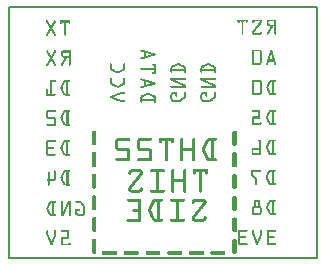
<source format=gbo>
G04 MADE WITH FRITZING*
G04 WWW.FRITZING.ORG*
G04 DOUBLE SIDED*
G04 HOLES PLATED*
G04 CONTOUR ON CENTER OF CONTOUR VECTOR*
%ASAXBY*%
%FSLAX23Y23*%
%MOIN*%
%OFA0B0*%
%SFA1.0B1.0*%
%ADD10R,1.036190X0.844898X1.020190X0.828898*%
%ADD11C,0.008000*%
%ADD12R,0.001000X0.001000*%
%LNSILK0*%
G90*
G70*
G54D11*
X4Y841D02*
X1032Y841D01*
X1032Y4D01*
X4Y4D01*
X4Y841D01*
D02*
G54D12*
X766Y800D02*
X799Y800D01*
X820Y800D02*
X843Y800D01*
X869Y800D02*
X895Y800D01*
X766Y799D02*
X799Y799D01*
X818Y799D02*
X844Y799D01*
X867Y799D02*
X895Y799D01*
X766Y798D02*
X799Y798D01*
X817Y798D02*
X845Y798D01*
X866Y798D02*
X895Y798D01*
X129Y797D02*
X132Y797D01*
X156Y797D02*
X158Y797D01*
X176Y797D02*
X208Y797D01*
X766Y797D02*
X799Y797D01*
X816Y797D02*
X846Y797D01*
X865Y797D02*
X895Y797D01*
X128Y796D02*
X133Y796D01*
X155Y796D02*
X159Y796D01*
X176Y796D02*
X208Y796D01*
X766Y796D02*
X799Y796D01*
X816Y796D02*
X846Y796D01*
X864Y796D02*
X895Y796D01*
X128Y795D02*
X134Y795D01*
X154Y795D02*
X160Y795D01*
X176Y795D02*
X208Y795D01*
X766Y795D02*
X799Y795D01*
X815Y795D02*
X847Y795D01*
X864Y795D02*
X895Y795D01*
X128Y794D02*
X134Y794D01*
X153Y794D02*
X160Y794D01*
X176Y794D02*
X208Y794D01*
X766Y794D02*
X772Y794D01*
X779Y794D02*
X786Y794D01*
X793Y794D02*
X799Y794D01*
X815Y794D02*
X822Y794D01*
X841Y794D02*
X847Y794D01*
X863Y794D02*
X871Y794D01*
X889Y794D02*
X895Y794D01*
X128Y793D02*
X135Y793D01*
X153Y793D02*
X160Y793D01*
X176Y793D02*
X208Y793D01*
X766Y793D02*
X772Y793D01*
X780Y793D02*
X785Y793D01*
X793Y793D02*
X799Y793D01*
X815Y793D02*
X821Y793D01*
X841Y793D02*
X847Y793D01*
X863Y793D02*
X869Y793D01*
X889Y793D02*
X895Y793D01*
X129Y792D02*
X135Y792D01*
X152Y792D02*
X159Y792D01*
X176Y792D02*
X208Y792D01*
X766Y792D02*
X772Y792D01*
X780Y792D02*
X785Y792D01*
X793Y792D02*
X799Y792D01*
X815Y792D02*
X820Y792D01*
X840Y792D02*
X846Y792D01*
X863Y792D02*
X869Y792D01*
X889Y792D02*
X895Y792D01*
X129Y791D02*
X136Y791D01*
X152Y791D02*
X159Y791D01*
X176Y791D02*
X208Y791D01*
X767Y791D02*
X772Y791D01*
X780Y791D02*
X785Y791D01*
X793Y791D02*
X798Y791D01*
X815Y791D02*
X820Y791D01*
X839Y791D02*
X846Y791D01*
X863Y791D02*
X868Y791D01*
X889Y791D02*
X895Y791D01*
X130Y790D02*
X137Y790D01*
X151Y790D02*
X158Y790D01*
X176Y790D02*
X182Y790D01*
X189Y790D02*
X195Y790D01*
X202Y790D02*
X208Y790D01*
X767Y790D02*
X771Y790D01*
X780Y790D02*
X785Y790D01*
X794Y790D02*
X798Y790D01*
X815Y790D02*
X820Y790D01*
X839Y790D02*
X846Y790D01*
X863Y790D02*
X868Y790D01*
X889Y790D02*
X895Y790D01*
X130Y789D02*
X137Y789D01*
X150Y789D02*
X157Y789D01*
X176Y789D02*
X182Y789D01*
X189Y789D02*
X195Y789D01*
X202Y789D02*
X208Y789D01*
X768Y789D02*
X770Y789D01*
X780Y789D02*
X785Y789D01*
X795Y789D02*
X797Y789D01*
X816Y789D02*
X818Y789D01*
X838Y789D02*
X845Y789D01*
X863Y789D02*
X868Y789D01*
X889Y789D02*
X895Y789D01*
X131Y788D02*
X138Y788D01*
X150Y788D02*
X157Y788D01*
X176Y788D02*
X181Y788D01*
X189Y788D02*
X195Y788D01*
X202Y788D02*
X208Y788D01*
X780Y788D02*
X785Y788D01*
X837Y788D02*
X845Y788D01*
X863Y788D02*
X868Y788D01*
X889Y788D02*
X895Y788D01*
X131Y787D02*
X138Y787D01*
X149Y787D02*
X156Y787D01*
X176Y787D02*
X181Y787D01*
X189Y787D02*
X195Y787D01*
X203Y787D02*
X208Y787D01*
X780Y787D02*
X785Y787D01*
X836Y787D02*
X844Y787D01*
X863Y787D02*
X869Y787D01*
X889Y787D02*
X895Y787D01*
X132Y786D02*
X139Y786D01*
X149Y786D02*
X156Y786D01*
X177Y786D02*
X180Y786D01*
X189Y786D02*
X195Y786D01*
X204Y786D02*
X207Y786D01*
X780Y786D02*
X785Y786D01*
X835Y786D02*
X843Y786D01*
X863Y786D02*
X869Y786D01*
X889Y786D02*
X895Y786D01*
X133Y785D02*
X139Y785D01*
X148Y785D02*
X155Y785D01*
X189Y785D02*
X195Y785D01*
X780Y785D02*
X785Y785D01*
X835Y785D02*
X842Y785D01*
X863Y785D02*
X870Y785D01*
X889Y785D02*
X895Y785D01*
X133Y784D02*
X140Y784D01*
X148Y784D02*
X154Y784D01*
X189Y784D02*
X195Y784D01*
X780Y784D02*
X785Y784D01*
X834Y784D02*
X842Y784D01*
X863Y784D02*
X872Y784D01*
X889Y784D02*
X895Y784D01*
X134Y783D02*
X141Y783D01*
X147Y783D02*
X154Y783D01*
X189Y783D02*
X195Y783D01*
X780Y783D02*
X785Y783D01*
X833Y783D02*
X841Y783D01*
X864Y783D02*
X895Y783D01*
X134Y782D02*
X141Y782D01*
X146Y782D02*
X153Y782D01*
X189Y782D02*
X195Y782D01*
X780Y782D02*
X785Y782D01*
X832Y782D02*
X840Y782D01*
X864Y782D02*
X895Y782D01*
X135Y781D02*
X142Y781D01*
X146Y781D02*
X153Y781D01*
X189Y781D02*
X195Y781D01*
X780Y781D02*
X785Y781D01*
X832Y781D02*
X839Y781D01*
X865Y781D02*
X895Y781D01*
X136Y780D02*
X142Y780D01*
X145Y780D02*
X152Y780D01*
X189Y780D02*
X195Y780D01*
X780Y780D02*
X785Y780D01*
X831Y780D02*
X838Y780D01*
X866Y780D02*
X895Y780D01*
X136Y779D02*
X143Y779D01*
X145Y779D02*
X151Y779D01*
X189Y779D02*
X195Y779D01*
X780Y779D02*
X785Y779D01*
X830Y779D02*
X838Y779D01*
X867Y779D02*
X895Y779D01*
X137Y778D02*
X151Y778D01*
X189Y778D02*
X195Y778D01*
X780Y778D02*
X785Y778D01*
X829Y778D02*
X837Y778D01*
X869Y778D02*
X895Y778D01*
X137Y777D02*
X150Y777D01*
X189Y777D02*
X195Y777D01*
X780Y777D02*
X785Y777D01*
X828Y777D02*
X836Y777D01*
X876Y777D02*
X883Y777D01*
X889Y777D02*
X895Y777D01*
X138Y776D02*
X150Y776D01*
X189Y776D02*
X195Y776D01*
X780Y776D02*
X785Y776D01*
X828Y776D02*
X835Y776D01*
X876Y776D02*
X883Y776D01*
X889Y776D02*
X895Y776D01*
X139Y775D02*
X149Y775D01*
X189Y775D02*
X195Y775D01*
X780Y775D02*
X785Y775D01*
X827Y775D02*
X835Y775D01*
X875Y775D02*
X882Y775D01*
X889Y775D02*
X895Y775D01*
X139Y774D02*
X149Y774D01*
X189Y774D02*
X195Y774D01*
X780Y774D02*
X785Y774D01*
X826Y774D02*
X834Y774D01*
X875Y774D02*
X882Y774D01*
X889Y774D02*
X895Y774D01*
X140Y773D02*
X148Y773D01*
X189Y773D02*
X195Y773D01*
X780Y773D02*
X785Y773D01*
X825Y773D02*
X833Y773D01*
X874Y773D02*
X881Y773D01*
X889Y773D02*
X895Y773D01*
X140Y772D02*
X147Y772D01*
X189Y772D02*
X195Y772D01*
X780Y772D02*
X785Y772D01*
X825Y772D02*
X832Y772D01*
X874Y772D02*
X880Y772D01*
X889Y772D02*
X895Y772D01*
X140Y771D02*
X148Y771D01*
X189Y771D02*
X195Y771D01*
X780Y771D02*
X785Y771D01*
X824Y771D02*
X831Y771D01*
X873Y771D02*
X880Y771D01*
X889Y771D02*
X895Y771D01*
X139Y770D02*
X148Y770D01*
X189Y770D02*
X195Y770D01*
X780Y770D02*
X785Y770D01*
X823Y770D02*
X831Y770D01*
X872Y770D02*
X879Y770D01*
X889Y770D02*
X895Y770D01*
X139Y769D02*
X149Y769D01*
X189Y769D02*
X195Y769D01*
X780Y769D02*
X785Y769D01*
X822Y769D02*
X830Y769D01*
X872Y769D02*
X879Y769D01*
X889Y769D02*
X895Y769D01*
X138Y768D02*
X149Y768D01*
X189Y768D02*
X195Y768D01*
X780Y768D02*
X785Y768D01*
X821Y768D02*
X829Y768D01*
X871Y768D02*
X878Y768D01*
X889Y768D02*
X895Y768D01*
X138Y767D02*
X150Y767D01*
X189Y767D02*
X195Y767D01*
X780Y767D02*
X785Y767D01*
X821Y767D02*
X828Y767D01*
X871Y767D02*
X878Y767D01*
X889Y767D02*
X895Y767D01*
X137Y766D02*
X151Y766D01*
X189Y766D02*
X195Y766D01*
X780Y766D02*
X785Y766D01*
X820Y766D02*
X828Y766D01*
X870Y766D02*
X877Y766D01*
X889Y766D02*
X895Y766D01*
X136Y765D02*
X151Y765D01*
X189Y765D02*
X195Y765D01*
X780Y765D02*
X785Y765D01*
X819Y765D02*
X827Y765D01*
X870Y765D02*
X876Y765D01*
X889Y765D02*
X895Y765D01*
X136Y764D02*
X143Y764D01*
X145Y764D02*
X152Y764D01*
X189Y764D02*
X195Y764D01*
X780Y764D02*
X785Y764D01*
X818Y764D02*
X826Y764D01*
X869Y764D02*
X876Y764D01*
X889Y764D02*
X895Y764D01*
X135Y763D02*
X142Y763D01*
X145Y763D02*
X152Y763D01*
X189Y763D02*
X195Y763D01*
X780Y763D02*
X785Y763D01*
X818Y763D02*
X825Y763D01*
X868Y763D02*
X875Y763D01*
X889Y763D02*
X895Y763D01*
X135Y762D02*
X142Y762D01*
X146Y762D02*
X153Y762D01*
X189Y762D02*
X195Y762D01*
X780Y762D02*
X785Y762D01*
X817Y762D02*
X824Y762D01*
X868Y762D02*
X875Y762D01*
X889Y762D02*
X895Y762D01*
X134Y761D02*
X141Y761D01*
X147Y761D02*
X154Y761D01*
X189Y761D02*
X195Y761D01*
X780Y761D02*
X785Y761D01*
X816Y761D02*
X824Y761D01*
X843Y761D02*
X845Y761D01*
X867Y761D02*
X874Y761D01*
X889Y761D02*
X895Y761D01*
X134Y760D02*
X140Y760D01*
X147Y760D02*
X154Y760D01*
X189Y760D02*
X195Y760D01*
X780Y760D02*
X785Y760D01*
X816Y760D02*
X823Y760D01*
X842Y760D02*
X846Y760D01*
X867Y760D02*
X873Y760D01*
X889Y760D02*
X895Y760D01*
X133Y759D02*
X140Y759D01*
X148Y759D02*
X155Y759D01*
X189Y759D02*
X195Y759D01*
X780Y759D02*
X785Y759D01*
X815Y759D02*
X822Y759D01*
X841Y759D02*
X847Y759D01*
X866Y759D02*
X873Y759D01*
X889Y759D02*
X895Y759D01*
X132Y758D02*
X139Y758D01*
X148Y758D02*
X155Y758D01*
X189Y758D02*
X195Y758D01*
X780Y758D02*
X785Y758D01*
X815Y758D02*
X821Y758D01*
X841Y758D02*
X847Y758D01*
X865Y758D02*
X872Y758D01*
X889Y758D02*
X895Y758D01*
X132Y757D02*
X139Y757D01*
X149Y757D02*
X156Y757D01*
X189Y757D02*
X195Y757D01*
X780Y757D02*
X785Y757D01*
X815Y757D02*
X821Y757D01*
X841Y757D02*
X847Y757D01*
X865Y757D02*
X872Y757D01*
X889Y757D02*
X895Y757D01*
X131Y756D02*
X138Y756D01*
X150Y756D02*
X156Y756D01*
X189Y756D02*
X195Y756D01*
X780Y756D02*
X785Y756D01*
X815Y756D02*
X821Y756D01*
X840Y756D02*
X846Y756D01*
X864Y756D02*
X871Y756D01*
X889Y756D02*
X895Y756D01*
X131Y755D02*
X137Y755D01*
X150Y755D02*
X157Y755D01*
X189Y755D02*
X195Y755D01*
X780Y755D02*
X785Y755D01*
X815Y755D02*
X846Y755D01*
X864Y755D02*
X871Y755D01*
X889Y755D02*
X895Y755D01*
X130Y754D02*
X137Y754D01*
X151Y754D02*
X158Y754D01*
X189Y754D02*
X195Y754D01*
X780Y754D02*
X785Y754D01*
X815Y754D02*
X846Y754D01*
X863Y754D02*
X870Y754D01*
X889Y754D02*
X895Y754D01*
X129Y753D02*
X136Y753D01*
X151Y753D02*
X158Y753D01*
X189Y753D02*
X195Y753D01*
X780Y753D02*
X785Y753D01*
X816Y753D02*
X845Y753D01*
X863Y753D02*
X869Y753D01*
X889Y753D02*
X895Y753D01*
X129Y752D02*
X136Y752D01*
X152Y752D02*
X159Y752D01*
X189Y752D02*
X195Y752D01*
X780Y752D02*
X785Y752D01*
X816Y752D02*
X844Y752D01*
X863Y752D02*
X869Y752D01*
X889Y752D02*
X895Y752D01*
X128Y751D02*
X135Y751D01*
X153Y751D02*
X159Y751D01*
X189Y751D02*
X195Y751D01*
X780Y751D02*
X785Y751D01*
X817Y751D02*
X843Y751D01*
X863Y751D02*
X868Y751D01*
X890Y751D02*
X895Y751D01*
X128Y750D02*
X135Y750D01*
X153Y750D02*
X160Y750D01*
X189Y750D02*
X195Y750D01*
X781Y750D02*
X784Y750D01*
X818Y750D02*
X842Y750D01*
X864Y750D02*
X867Y750D01*
X890Y750D02*
X894Y750D01*
X128Y749D02*
X134Y749D01*
X154Y749D02*
X160Y749D01*
X189Y749D02*
X195Y749D01*
X128Y748D02*
X133Y748D01*
X154Y748D02*
X160Y748D01*
X189Y748D02*
X195Y748D01*
X129Y747D02*
X133Y747D01*
X155Y747D02*
X159Y747D01*
X190Y747D02*
X194Y747D01*
X130Y746D02*
X131Y746D01*
X156Y746D02*
X158Y746D01*
X191Y746D02*
X193Y746D01*
X444Y700D02*
X447Y700D01*
X817Y700D02*
X842Y700D01*
X876Y700D02*
X879Y700D01*
X443Y699D02*
X450Y699D01*
X816Y699D02*
X843Y699D01*
X875Y699D02*
X880Y699D01*
X442Y698D02*
X454Y698D01*
X815Y698D02*
X844Y698D01*
X875Y698D02*
X881Y698D01*
X130Y697D02*
X133Y697D01*
X156Y697D02*
X159Y697D01*
X183Y697D02*
X209Y697D01*
X442Y697D02*
X457Y697D01*
X814Y697D02*
X845Y697D01*
X875Y697D02*
X881Y697D01*
X129Y696D02*
X134Y696D01*
X155Y696D02*
X160Y696D01*
X181Y696D02*
X209Y696D01*
X442Y696D02*
X461Y696D01*
X814Y696D02*
X845Y696D01*
X874Y696D02*
X881Y696D01*
X129Y695D02*
X134Y695D01*
X155Y695D02*
X161Y695D01*
X180Y695D02*
X209Y695D01*
X443Y695D02*
X464Y695D01*
X814Y695D02*
X846Y695D01*
X874Y695D02*
X881Y695D01*
X129Y694D02*
X135Y694D01*
X154Y694D02*
X161Y694D01*
X179Y694D02*
X209Y694D01*
X445Y694D02*
X468Y694D01*
X813Y694D02*
X819Y694D01*
X840Y694D02*
X846Y694D01*
X874Y694D02*
X882Y694D01*
X129Y693D02*
X136Y693D01*
X154Y693D02*
X160Y693D01*
X178Y693D02*
X209Y693D01*
X448Y693D02*
X471Y693D01*
X813Y693D02*
X819Y693D01*
X840Y693D02*
X846Y693D01*
X873Y693D02*
X882Y693D01*
X129Y692D02*
X136Y692D01*
X153Y692D02*
X160Y692D01*
X178Y692D02*
X209Y692D01*
X452Y692D02*
X474Y692D01*
X813Y692D02*
X819Y692D01*
X840Y692D02*
X846Y692D01*
X873Y692D02*
X882Y692D01*
X130Y691D02*
X137Y691D01*
X152Y691D02*
X159Y691D01*
X177Y691D02*
X209Y691D01*
X454Y691D02*
X478Y691D01*
X813Y691D02*
X819Y691D01*
X840Y691D02*
X846Y691D01*
X873Y691D02*
X883Y691D01*
X130Y690D02*
X137Y690D01*
X152Y690D02*
X159Y690D01*
X177Y690D02*
X184Y690D01*
X203Y690D02*
X209Y690D01*
X454Y690D02*
X481Y690D01*
X813Y690D02*
X819Y690D01*
X840Y690D02*
X846Y690D01*
X872Y690D02*
X883Y690D01*
X131Y689D02*
X138Y689D01*
X151Y689D02*
X158Y689D01*
X177Y689D02*
X183Y689D01*
X203Y689D02*
X209Y689D01*
X454Y689D02*
X459Y689D01*
X462Y689D02*
X485Y689D01*
X813Y689D02*
X819Y689D01*
X840Y689D02*
X846Y689D01*
X872Y689D02*
X883Y689D01*
X132Y688D02*
X138Y688D01*
X151Y688D02*
X158Y688D01*
X177Y688D02*
X182Y688D01*
X203Y688D02*
X209Y688D01*
X454Y688D02*
X459Y688D01*
X465Y688D02*
X488Y688D01*
X813Y688D02*
X819Y688D01*
X840Y688D02*
X846Y688D01*
X872Y688D02*
X884Y688D01*
X132Y687D02*
X139Y687D01*
X150Y687D02*
X157Y687D01*
X177Y687D02*
X182Y687D01*
X203Y687D02*
X209Y687D01*
X454Y687D02*
X459Y687D01*
X469Y687D02*
X491Y687D01*
X813Y687D02*
X819Y687D01*
X840Y687D02*
X846Y687D01*
X872Y687D02*
X884Y687D01*
X133Y686D02*
X140Y686D01*
X150Y686D02*
X156Y686D01*
X177Y686D02*
X182Y686D01*
X203Y686D02*
X209Y686D01*
X454Y686D02*
X459Y686D01*
X472Y686D02*
X492Y686D01*
X813Y686D02*
X819Y686D01*
X840Y686D02*
X846Y686D01*
X871Y686D02*
X884Y686D01*
X133Y685D02*
X140Y685D01*
X149Y685D02*
X156Y685D01*
X177Y685D02*
X182Y685D01*
X203Y685D02*
X209Y685D01*
X454Y685D02*
X459Y685D01*
X475Y685D02*
X493Y685D01*
X813Y685D02*
X819Y685D01*
X840Y685D02*
X846Y685D01*
X871Y685D02*
X884Y685D01*
X134Y684D02*
X141Y684D01*
X148Y684D02*
X155Y684D01*
X177Y684D02*
X182Y684D01*
X203Y684D02*
X209Y684D01*
X454Y684D02*
X459Y684D01*
X478Y684D02*
X493Y684D01*
X813Y684D02*
X819Y684D01*
X840Y684D02*
X846Y684D01*
X871Y684D02*
X877Y684D01*
X879Y684D02*
X885Y684D01*
X135Y683D02*
X141Y683D01*
X148Y683D02*
X155Y683D01*
X177Y683D02*
X183Y683D01*
X203Y683D02*
X209Y683D01*
X454Y683D02*
X459Y683D01*
X475Y683D02*
X493Y683D01*
X813Y683D02*
X819Y683D01*
X840Y683D02*
X846Y683D01*
X870Y683D02*
X876Y683D01*
X879Y683D02*
X885Y683D01*
X135Y682D02*
X142Y682D01*
X147Y682D02*
X154Y682D01*
X177Y682D02*
X183Y682D01*
X203Y682D02*
X209Y682D01*
X454Y682D02*
X459Y682D01*
X472Y682D02*
X492Y682D01*
X813Y682D02*
X819Y682D01*
X840Y682D02*
X846Y682D01*
X870Y682D02*
X876Y682D01*
X879Y682D02*
X885Y682D01*
X136Y681D02*
X143Y681D01*
X147Y681D02*
X153Y681D01*
X177Y681D02*
X184Y681D01*
X203Y681D02*
X209Y681D01*
X454Y681D02*
X459Y681D01*
X468Y681D02*
X491Y681D01*
X813Y681D02*
X819Y681D01*
X840Y681D02*
X846Y681D01*
X870Y681D02*
X876Y681D01*
X880Y681D02*
X886Y681D01*
X136Y680D02*
X143Y680D01*
X146Y680D02*
X153Y680D01*
X178Y680D02*
X209Y680D01*
X454Y680D02*
X459Y680D01*
X465Y680D02*
X488Y680D01*
X813Y680D02*
X819Y680D01*
X840Y680D02*
X846Y680D01*
X870Y680D02*
X876Y680D01*
X880Y680D02*
X886Y680D01*
X137Y679D02*
X152Y679D01*
X178Y679D02*
X209Y679D01*
X454Y679D02*
X459Y679D01*
X462Y679D02*
X485Y679D01*
X813Y679D02*
X819Y679D01*
X840Y679D02*
X846Y679D01*
X869Y679D02*
X875Y679D01*
X880Y679D02*
X886Y679D01*
X138Y678D02*
X152Y678D01*
X179Y678D02*
X209Y678D01*
X454Y678D02*
X481Y678D01*
X813Y678D02*
X819Y678D01*
X840Y678D02*
X846Y678D01*
X869Y678D02*
X875Y678D01*
X880Y678D02*
X886Y678D01*
X138Y677D02*
X151Y677D01*
X180Y677D02*
X209Y677D01*
X454Y677D02*
X478Y677D01*
X813Y677D02*
X819Y677D01*
X840Y677D02*
X846Y677D01*
X869Y677D02*
X875Y677D01*
X881Y677D02*
X887Y677D01*
X139Y676D02*
X151Y676D01*
X181Y676D02*
X209Y676D01*
X451Y676D02*
X474Y676D01*
X813Y676D02*
X819Y676D01*
X840Y676D02*
X846Y676D01*
X868Y676D02*
X874Y676D01*
X881Y676D02*
X887Y676D01*
X139Y675D02*
X150Y675D01*
X182Y675D02*
X209Y675D01*
X448Y675D02*
X471Y675D01*
X813Y675D02*
X819Y675D01*
X840Y675D02*
X846Y675D01*
X868Y675D02*
X874Y675D01*
X881Y675D02*
X887Y675D01*
X140Y674D02*
X149Y674D01*
X186Y674D02*
X209Y674D01*
X445Y674D02*
X468Y674D01*
X813Y674D02*
X819Y674D01*
X840Y674D02*
X846Y674D01*
X868Y674D02*
X874Y674D01*
X882Y674D02*
X888Y674D01*
X140Y673D02*
X149Y673D01*
X190Y673D02*
X197Y673D01*
X203Y673D02*
X209Y673D01*
X443Y673D02*
X464Y673D01*
X813Y673D02*
X819Y673D01*
X840Y673D02*
X846Y673D01*
X868Y673D02*
X874Y673D01*
X882Y673D02*
X888Y673D01*
X141Y672D02*
X148Y672D01*
X190Y672D02*
X196Y672D01*
X203Y672D02*
X209Y672D01*
X442Y672D02*
X461Y672D01*
X813Y672D02*
X819Y672D01*
X840Y672D02*
X846Y672D01*
X867Y672D02*
X873Y672D01*
X882Y672D02*
X888Y672D01*
X141Y671D02*
X148Y671D01*
X189Y671D02*
X196Y671D01*
X203Y671D02*
X209Y671D01*
X442Y671D02*
X457Y671D01*
X813Y671D02*
X819Y671D01*
X840Y671D02*
X846Y671D01*
X867Y671D02*
X873Y671D01*
X882Y671D02*
X889Y671D01*
X140Y670D02*
X149Y670D01*
X188Y670D02*
X195Y670D01*
X203Y670D02*
X209Y670D01*
X442Y670D02*
X454Y670D01*
X813Y670D02*
X819Y670D01*
X840Y670D02*
X846Y670D01*
X867Y670D02*
X873Y670D01*
X883Y670D02*
X889Y670D01*
X140Y669D02*
X150Y669D01*
X188Y669D02*
X195Y669D01*
X203Y669D02*
X209Y669D01*
X443Y669D02*
X450Y669D01*
X813Y669D02*
X819Y669D01*
X840Y669D02*
X846Y669D01*
X866Y669D02*
X872Y669D01*
X883Y669D02*
X889Y669D01*
X139Y668D02*
X150Y668D01*
X187Y668D02*
X194Y668D01*
X203Y668D02*
X209Y668D01*
X444Y668D02*
X447Y668D01*
X813Y668D02*
X819Y668D01*
X840Y668D02*
X846Y668D01*
X866Y668D02*
X872Y668D01*
X883Y668D02*
X889Y668D01*
X138Y667D02*
X151Y667D01*
X187Y667D02*
X193Y667D01*
X203Y667D02*
X209Y667D01*
X813Y667D02*
X819Y667D01*
X840Y667D02*
X846Y667D01*
X866Y667D02*
X890Y667D01*
X138Y666D02*
X151Y666D01*
X186Y666D02*
X193Y666D01*
X203Y666D02*
X209Y666D01*
X813Y666D02*
X819Y666D01*
X840Y666D02*
X846Y666D01*
X865Y666D02*
X890Y666D01*
X137Y665D02*
X152Y665D01*
X185Y665D02*
X192Y665D01*
X203Y665D02*
X209Y665D01*
X813Y665D02*
X819Y665D01*
X840Y665D02*
X846Y665D01*
X865Y665D02*
X890Y665D01*
X137Y664D02*
X144Y664D01*
X146Y664D02*
X153Y664D01*
X185Y664D02*
X192Y664D01*
X203Y664D02*
X209Y664D01*
X813Y664D02*
X819Y664D01*
X840Y664D02*
X846Y664D01*
X865Y664D02*
X891Y664D01*
X136Y663D02*
X143Y663D01*
X146Y663D02*
X153Y663D01*
X184Y663D02*
X191Y663D01*
X203Y663D02*
X209Y663D01*
X813Y663D02*
X819Y663D01*
X840Y663D02*
X846Y663D01*
X865Y663D02*
X891Y663D01*
X136Y662D02*
X142Y662D01*
X147Y662D02*
X154Y662D01*
X184Y662D02*
X191Y662D01*
X203Y662D02*
X209Y662D01*
X813Y662D02*
X819Y662D01*
X840Y662D02*
X846Y662D01*
X864Y662D02*
X891Y662D01*
X135Y661D02*
X142Y661D01*
X147Y661D02*
X154Y661D01*
X183Y661D02*
X190Y661D01*
X203Y661D02*
X209Y661D01*
X813Y661D02*
X819Y661D01*
X840Y661D02*
X846Y661D01*
X864Y661D02*
X891Y661D01*
X134Y660D02*
X141Y660D01*
X148Y660D02*
X155Y660D01*
X183Y660D02*
X189Y660D01*
X203Y660D02*
X209Y660D01*
X813Y660D02*
X819Y660D01*
X840Y660D02*
X846Y660D01*
X864Y660D02*
X870Y660D01*
X886Y660D02*
X892Y660D01*
X134Y659D02*
X141Y659D01*
X149Y659D02*
X155Y659D01*
X182Y659D02*
X189Y659D01*
X203Y659D02*
X209Y659D01*
X813Y659D02*
X819Y659D01*
X840Y659D02*
X846Y659D01*
X863Y659D02*
X869Y659D01*
X886Y659D02*
X892Y659D01*
X133Y658D02*
X140Y658D01*
X149Y658D02*
X156Y658D01*
X181Y658D02*
X188Y658D01*
X203Y658D02*
X209Y658D01*
X813Y658D02*
X819Y658D01*
X840Y658D02*
X846Y658D01*
X863Y658D02*
X869Y658D01*
X886Y658D02*
X892Y658D01*
X133Y657D02*
X139Y657D01*
X150Y657D02*
X157Y657D01*
X181Y657D02*
X188Y657D01*
X203Y657D02*
X209Y657D01*
X813Y657D02*
X819Y657D01*
X840Y657D02*
X846Y657D01*
X863Y657D02*
X869Y657D01*
X887Y657D02*
X893Y657D01*
X132Y656D02*
X139Y656D01*
X150Y656D02*
X157Y656D01*
X180Y656D02*
X187Y656D01*
X203Y656D02*
X209Y656D01*
X813Y656D02*
X819Y656D01*
X840Y656D02*
X846Y656D01*
X863Y656D02*
X869Y656D01*
X887Y656D02*
X893Y656D01*
X131Y655D02*
X138Y655D01*
X151Y655D02*
X158Y655D01*
X180Y655D02*
X186Y655D01*
X203Y655D02*
X209Y655D01*
X814Y655D02*
X846Y655D01*
X862Y655D02*
X868Y655D01*
X887Y655D02*
X893Y655D01*
X131Y654D02*
X138Y654D01*
X152Y654D02*
X158Y654D01*
X179Y654D02*
X186Y654D01*
X203Y654D02*
X209Y654D01*
X342Y654D02*
X345Y654D01*
X387Y654D02*
X390Y654D01*
X564Y654D02*
X572Y654D01*
X664Y654D02*
X672Y654D01*
X814Y654D02*
X845Y654D01*
X862Y654D02*
X868Y654D01*
X887Y654D02*
X893Y654D01*
X130Y653D02*
X137Y653D01*
X152Y653D02*
X159Y653D01*
X178Y653D02*
X185Y653D01*
X203Y653D02*
X209Y653D01*
X341Y653D02*
X346Y653D01*
X386Y653D02*
X391Y653D01*
X561Y653D02*
X574Y653D01*
X661Y653D02*
X674Y653D01*
X814Y653D02*
X845Y653D01*
X862Y653D02*
X868Y653D01*
X888Y653D02*
X894Y653D01*
X130Y652D02*
X137Y652D01*
X153Y652D02*
X160Y652D01*
X178Y652D02*
X185Y652D01*
X203Y652D02*
X209Y652D01*
X341Y652D02*
X346Y652D01*
X386Y652D02*
X391Y652D01*
X483Y652D02*
X493Y652D01*
X559Y652D02*
X576Y652D01*
X659Y652D02*
X676Y652D01*
X815Y652D02*
X844Y652D01*
X862Y652D02*
X867Y652D01*
X888Y652D02*
X894Y652D01*
X129Y651D02*
X136Y651D01*
X153Y651D02*
X160Y651D01*
X177Y651D02*
X184Y651D01*
X203Y651D02*
X209Y651D01*
X340Y651D02*
X346Y651D01*
X386Y651D02*
X391Y651D01*
X482Y651D02*
X493Y651D01*
X557Y651D02*
X578Y651D01*
X657Y651D02*
X678Y651D01*
X816Y651D02*
X844Y651D01*
X862Y651D02*
X867Y651D01*
X888Y651D02*
X894Y651D01*
X129Y650D02*
X135Y650D01*
X154Y650D02*
X160Y650D01*
X177Y650D02*
X184Y650D01*
X203Y650D02*
X209Y650D01*
X340Y650D02*
X346Y650D01*
X386Y650D02*
X391Y650D01*
X482Y650D02*
X493Y650D01*
X555Y650D02*
X580Y650D01*
X655Y650D02*
X680Y650D01*
X817Y650D02*
X842Y650D01*
X863Y650D02*
X866Y650D01*
X889Y650D02*
X893Y650D01*
X129Y649D02*
X135Y649D01*
X154Y649D02*
X161Y649D01*
X177Y649D02*
X183Y649D01*
X203Y649D02*
X209Y649D01*
X340Y649D02*
X346Y649D01*
X386Y649D02*
X391Y649D01*
X482Y649D02*
X493Y649D01*
X553Y649D02*
X582Y649D01*
X653Y649D02*
X682Y649D01*
X129Y648D02*
X134Y648D01*
X155Y648D02*
X160Y648D01*
X177Y648D02*
X182Y648D01*
X203Y648D02*
X209Y648D01*
X340Y648D02*
X346Y648D01*
X386Y648D02*
X391Y648D01*
X482Y648D02*
X493Y648D01*
X551Y648D02*
X584Y648D01*
X651Y648D02*
X684Y648D01*
X129Y647D02*
X133Y647D01*
X156Y647D02*
X160Y647D01*
X177Y647D02*
X182Y647D01*
X204Y647D02*
X208Y647D01*
X340Y647D02*
X346Y647D01*
X386Y647D02*
X391Y647D01*
X483Y647D02*
X493Y647D01*
X549Y647D02*
X563Y647D01*
X572Y647D02*
X586Y647D01*
X649Y647D02*
X663Y647D01*
X672Y647D02*
X686Y647D01*
X131Y646D02*
X132Y646D01*
X157Y646D02*
X159Y646D01*
X179Y646D02*
X180Y646D01*
X205Y646D02*
X207Y646D01*
X340Y646D02*
X346Y646D01*
X386Y646D02*
X391Y646D01*
X484Y646D02*
X493Y646D01*
X547Y646D02*
X561Y646D01*
X574Y646D02*
X588Y646D01*
X647Y646D02*
X661Y646D01*
X674Y646D02*
X688Y646D01*
X340Y645D02*
X346Y645D01*
X386Y645D02*
X391Y645D01*
X487Y645D02*
X493Y645D01*
X546Y645D02*
X559Y645D01*
X576Y645D02*
X590Y645D01*
X646Y645D02*
X659Y645D01*
X676Y645D02*
X690Y645D01*
X340Y644D02*
X346Y644D01*
X386Y644D02*
X391Y644D01*
X487Y644D02*
X493Y644D01*
X545Y644D02*
X557Y644D01*
X578Y644D02*
X591Y644D01*
X645Y644D02*
X658Y644D01*
X678Y644D02*
X691Y644D01*
X340Y643D02*
X346Y643D01*
X386Y643D02*
X391Y643D01*
X487Y643D02*
X493Y643D01*
X544Y643D02*
X555Y643D01*
X580Y643D02*
X591Y643D01*
X644Y643D02*
X656Y643D01*
X680Y643D02*
X692Y643D01*
X340Y642D02*
X346Y642D01*
X386Y642D02*
X391Y642D01*
X487Y642D02*
X493Y642D01*
X544Y642D02*
X553Y642D01*
X582Y642D02*
X592Y642D01*
X644Y642D02*
X654Y642D01*
X682Y642D02*
X692Y642D01*
X340Y641D02*
X346Y641D01*
X386Y641D02*
X391Y641D01*
X487Y641D02*
X493Y641D01*
X543Y641D02*
X551Y641D01*
X584Y641D02*
X593Y641D01*
X643Y641D02*
X652Y641D01*
X684Y641D02*
X693Y641D01*
X340Y640D02*
X346Y640D01*
X386Y640D02*
X391Y640D01*
X487Y640D02*
X493Y640D01*
X543Y640D02*
X550Y640D01*
X586Y640D02*
X593Y640D01*
X643Y640D02*
X650Y640D01*
X686Y640D02*
X693Y640D01*
X340Y639D02*
X346Y639D01*
X386Y639D02*
X391Y639D01*
X444Y639D02*
X493Y639D01*
X543Y639D02*
X549Y639D01*
X587Y639D02*
X593Y639D01*
X643Y639D02*
X649Y639D01*
X687Y639D02*
X693Y639D01*
X341Y638D02*
X346Y638D01*
X386Y638D02*
X391Y638D01*
X443Y638D02*
X493Y638D01*
X542Y638D02*
X548Y638D01*
X588Y638D02*
X593Y638D01*
X643Y638D02*
X648Y638D01*
X688Y638D02*
X693Y638D01*
X341Y637D02*
X347Y637D01*
X385Y637D02*
X391Y637D01*
X442Y637D02*
X493Y637D01*
X542Y637D02*
X548Y637D01*
X588Y637D02*
X593Y637D01*
X642Y637D02*
X648Y637D01*
X688Y637D02*
X693Y637D01*
X341Y636D02*
X348Y636D01*
X384Y636D02*
X391Y636D01*
X442Y636D02*
X493Y636D01*
X542Y636D02*
X548Y636D01*
X588Y636D02*
X593Y636D01*
X642Y636D02*
X648Y636D01*
X688Y636D02*
X693Y636D01*
X341Y635D02*
X350Y635D01*
X382Y635D02*
X391Y635D01*
X442Y635D02*
X493Y635D01*
X542Y635D02*
X548Y635D01*
X587Y635D02*
X593Y635D01*
X642Y635D02*
X649Y635D01*
X687Y635D02*
X693Y635D01*
X342Y634D02*
X352Y634D01*
X380Y634D02*
X390Y634D01*
X443Y634D02*
X493Y634D01*
X542Y634D02*
X593Y634D01*
X642Y634D02*
X693Y634D01*
X343Y633D02*
X354Y633D01*
X378Y633D02*
X389Y633D01*
X444Y633D02*
X493Y633D01*
X542Y633D02*
X593Y633D01*
X642Y633D02*
X693Y633D01*
X343Y632D02*
X356Y632D01*
X376Y632D02*
X389Y632D01*
X487Y632D02*
X493Y632D01*
X542Y632D02*
X593Y632D01*
X642Y632D02*
X693Y632D01*
X345Y631D02*
X358Y631D01*
X374Y631D02*
X388Y631D01*
X487Y631D02*
X493Y631D01*
X542Y631D02*
X593Y631D01*
X642Y631D02*
X693Y631D01*
X346Y630D02*
X360Y630D01*
X372Y630D02*
X386Y630D01*
X487Y630D02*
X493Y630D01*
X542Y630D02*
X593Y630D01*
X642Y630D02*
X693Y630D01*
X348Y629D02*
X362Y629D01*
X370Y629D02*
X384Y629D01*
X487Y629D02*
X493Y629D01*
X542Y629D02*
X593Y629D01*
X642Y629D02*
X693Y629D01*
X350Y628D02*
X382Y628D01*
X487Y628D02*
X493Y628D01*
X542Y628D02*
X548Y628D01*
X587Y628D02*
X593Y628D01*
X642Y628D02*
X648Y628D01*
X687Y628D02*
X693Y628D01*
X352Y627D02*
X380Y627D01*
X487Y627D02*
X493Y627D01*
X542Y627D02*
X548Y627D01*
X588Y627D02*
X593Y627D01*
X642Y627D02*
X648Y627D01*
X688Y627D02*
X693Y627D01*
X354Y626D02*
X378Y626D01*
X485Y626D02*
X493Y626D01*
X542Y626D02*
X548Y626D01*
X588Y626D02*
X593Y626D01*
X642Y626D02*
X648Y626D01*
X688Y626D02*
X693Y626D01*
X356Y625D02*
X376Y625D01*
X483Y625D02*
X493Y625D01*
X542Y625D02*
X548Y625D01*
X588Y625D02*
X593Y625D01*
X643Y625D02*
X648Y625D01*
X688Y625D02*
X693Y625D01*
X358Y624D02*
X374Y624D01*
X482Y624D02*
X493Y624D01*
X543Y624D02*
X548Y624D01*
X588Y624D02*
X593Y624D01*
X643Y624D02*
X648Y624D01*
X688Y624D02*
X693Y624D01*
X360Y623D02*
X372Y623D01*
X482Y623D02*
X493Y623D01*
X543Y623D02*
X547Y623D01*
X588Y623D02*
X593Y623D01*
X643Y623D02*
X648Y623D01*
X688Y623D02*
X693Y623D01*
X363Y622D02*
X369Y622D01*
X482Y622D02*
X493Y622D01*
X544Y622D02*
X546Y622D01*
X589Y622D02*
X591Y622D01*
X644Y622D02*
X646Y622D01*
X690Y622D02*
X692Y622D01*
X482Y621D02*
X493Y621D01*
X483Y620D02*
X493Y620D01*
X342Y606D02*
X345Y606D01*
X387Y606D02*
X390Y606D01*
X542Y606D02*
X592Y606D01*
X642Y606D02*
X692Y606D01*
X341Y605D02*
X346Y605D01*
X386Y605D02*
X391Y605D01*
X542Y605D02*
X593Y605D01*
X642Y605D02*
X693Y605D01*
X341Y604D02*
X346Y604D01*
X386Y604D02*
X391Y604D01*
X444Y604D02*
X446Y604D01*
X542Y604D02*
X593Y604D01*
X642Y604D02*
X693Y604D01*
X340Y603D02*
X346Y603D01*
X386Y603D02*
X391Y603D01*
X443Y603D02*
X450Y603D01*
X542Y603D02*
X593Y603D01*
X642Y603D02*
X693Y603D01*
X340Y602D02*
X346Y602D01*
X386Y602D02*
X391Y602D01*
X442Y602D02*
X453Y602D01*
X542Y602D02*
X593Y602D01*
X642Y602D02*
X693Y602D01*
X340Y601D02*
X346Y601D01*
X386Y601D02*
X391Y601D01*
X442Y601D02*
X456Y601D01*
X542Y601D02*
X592Y601D01*
X642Y601D02*
X693Y601D01*
X340Y600D02*
X346Y600D01*
X386Y600D02*
X391Y600D01*
X442Y600D02*
X460Y600D01*
X542Y600D02*
X591Y600D01*
X642Y600D02*
X691Y600D01*
X340Y599D02*
X346Y599D01*
X386Y599D02*
X391Y599D01*
X443Y599D02*
X463Y599D01*
X542Y599D02*
X555Y599D01*
X642Y599D02*
X655Y599D01*
X819Y599D02*
X842Y599D01*
X878Y599D02*
X893Y599D01*
X141Y598D02*
X158Y598D01*
X191Y598D02*
X206Y598D01*
X340Y598D02*
X346Y598D01*
X386Y598D02*
X391Y598D01*
X444Y598D02*
X467Y598D01*
X542Y598D02*
X558Y598D01*
X643Y598D02*
X658Y598D01*
X817Y598D02*
X843Y598D01*
X875Y598D02*
X894Y598D01*
X141Y597D02*
X159Y597D01*
X189Y597D02*
X207Y597D01*
X340Y597D02*
X346Y597D01*
X386Y597D02*
X391Y597D01*
X447Y597D02*
X470Y597D01*
X544Y597D02*
X560Y597D01*
X644Y597D02*
X660Y597D01*
X816Y597D02*
X845Y597D01*
X874Y597D02*
X894Y597D01*
X141Y596D02*
X160Y596D01*
X187Y596D02*
X208Y596D01*
X340Y596D02*
X346Y596D01*
X386Y596D02*
X391Y596D01*
X451Y596D02*
X474Y596D01*
X546Y596D02*
X562Y596D01*
X646Y596D02*
X662Y596D01*
X815Y596D02*
X845Y596D01*
X872Y596D02*
X894Y596D01*
X141Y595D02*
X160Y595D01*
X186Y595D02*
X208Y595D01*
X340Y595D02*
X346Y595D01*
X386Y595D02*
X391Y595D01*
X453Y595D02*
X477Y595D01*
X549Y595D02*
X564Y595D01*
X649Y595D02*
X665Y595D01*
X815Y595D02*
X846Y595D01*
X872Y595D02*
X894Y595D01*
X141Y594D02*
X160Y594D01*
X185Y594D02*
X208Y594D01*
X340Y594D02*
X346Y594D01*
X386Y594D02*
X391Y594D01*
X454Y594D02*
X481Y594D01*
X551Y594D02*
X567Y594D01*
X651Y594D02*
X667Y594D01*
X814Y594D02*
X846Y594D01*
X871Y594D02*
X894Y594D01*
X141Y593D02*
X159Y593D01*
X185Y593D02*
X207Y593D01*
X340Y593D02*
X346Y593D01*
X386Y593D02*
X391Y593D01*
X454Y593D02*
X484Y593D01*
X553Y593D02*
X569Y593D01*
X653Y593D02*
X669Y593D01*
X814Y593D02*
X846Y593D01*
X870Y593D02*
X893Y593D01*
X141Y592D02*
X158Y592D01*
X184Y592D02*
X206Y592D01*
X340Y592D02*
X346Y592D01*
X386Y592D02*
X391Y592D01*
X454Y592D02*
X459Y592D01*
X464Y592D02*
X487Y592D01*
X555Y592D02*
X571Y592D01*
X656Y592D02*
X671Y592D01*
X814Y592D02*
X820Y592D01*
X841Y592D02*
X846Y592D01*
X870Y592D02*
X877Y592D01*
X882Y592D02*
X888Y592D01*
X141Y591D02*
X147Y591D01*
X183Y591D02*
X190Y591D01*
X196Y591D02*
X201Y591D01*
X340Y591D02*
X346Y591D01*
X386Y591D02*
X391Y591D01*
X454Y591D02*
X459Y591D01*
X468Y591D02*
X491Y591D01*
X558Y591D02*
X574Y591D01*
X658Y591D02*
X674Y591D01*
X814Y591D02*
X820Y591D01*
X841Y591D02*
X846Y591D01*
X869Y591D02*
X876Y591D01*
X882Y591D02*
X888Y591D01*
X141Y590D02*
X147Y590D01*
X183Y590D02*
X190Y590D01*
X196Y590D02*
X201Y590D01*
X341Y590D02*
X346Y590D01*
X386Y590D02*
X391Y590D01*
X454Y590D02*
X459Y590D01*
X471Y590D02*
X492Y590D01*
X560Y590D02*
X576Y590D01*
X660Y590D02*
X676Y590D01*
X814Y590D02*
X820Y590D01*
X841Y590D02*
X846Y590D01*
X869Y590D02*
X876Y590D01*
X882Y590D02*
X888Y590D01*
X141Y589D02*
X147Y589D01*
X182Y589D02*
X189Y589D01*
X196Y589D02*
X201Y589D01*
X341Y589D02*
X347Y589D01*
X385Y589D02*
X391Y589D01*
X454Y589D02*
X459Y589D01*
X475Y589D02*
X493Y589D01*
X562Y589D02*
X578Y589D01*
X662Y589D02*
X678Y589D01*
X814Y589D02*
X820Y589D01*
X841Y589D02*
X846Y589D01*
X868Y589D02*
X875Y589D01*
X882Y589D02*
X888Y589D01*
X141Y588D02*
X147Y588D01*
X182Y588D02*
X189Y588D01*
X196Y588D02*
X201Y588D01*
X341Y588D02*
X348Y588D01*
X384Y588D02*
X391Y588D01*
X454Y588D02*
X459Y588D01*
X478Y588D02*
X493Y588D01*
X565Y588D02*
X580Y588D01*
X665Y588D02*
X681Y588D01*
X814Y588D02*
X820Y588D01*
X841Y588D02*
X846Y588D01*
X868Y588D02*
X875Y588D01*
X882Y588D02*
X888Y588D01*
X141Y587D02*
X147Y587D01*
X181Y587D02*
X188Y587D01*
X196Y587D02*
X201Y587D01*
X341Y587D02*
X350Y587D01*
X382Y587D02*
X391Y587D01*
X454Y587D02*
X459Y587D01*
X476Y587D02*
X493Y587D01*
X567Y587D02*
X583Y587D01*
X667Y587D02*
X683Y587D01*
X814Y587D02*
X820Y587D01*
X841Y587D02*
X846Y587D01*
X867Y587D02*
X874Y587D01*
X882Y587D02*
X888Y587D01*
X141Y586D02*
X147Y586D01*
X181Y586D02*
X187Y586D01*
X196Y586D02*
X201Y586D01*
X342Y586D02*
X352Y586D01*
X380Y586D02*
X390Y586D01*
X454Y586D02*
X459Y586D01*
X473Y586D02*
X493Y586D01*
X569Y586D02*
X585Y586D01*
X669Y586D02*
X685Y586D01*
X814Y586D02*
X820Y586D01*
X841Y586D02*
X846Y586D01*
X867Y586D02*
X873Y586D01*
X882Y586D02*
X888Y586D01*
X141Y585D02*
X147Y585D01*
X180Y585D02*
X187Y585D01*
X196Y585D02*
X201Y585D01*
X342Y585D02*
X354Y585D01*
X378Y585D02*
X390Y585D01*
X454Y585D02*
X459Y585D01*
X469Y585D02*
X492Y585D01*
X571Y585D02*
X587Y585D01*
X671Y585D02*
X687Y585D01*
X814Y585D02*
X820Y585D01*
X841Y585D02*
X846Y585D01*
X866Y585D02*
X873Y585D01*
X882Y585D02*
X888Y585D01*
X141Y584D02*
X147Y584D01*
X180Y584D02*
X186Y584D01*
X196Y584D02*
X201Y584D01*
X343Y584D02*
X356Y584D01*
X376Y584D02*
X389Y584D01*
X454Y584D02*
X459Y584D01*
X466Y584D02*
X489Y584D01*
X574Y584D02*
X590Y584D01*
X674Y584D02*
X690Y584D01*
X814Y584D02*
X820Y584D01*
X841Y584D02*
X846Y584D01*
X866Y584D02*
X872Y584D01*
X882Y584D02*
X888Y584D01*
X141Y583D02*
X147Y583D01*
X179Y583D02*
X186Y583D01*
X196Y583D02*
X201Y583D01*
X344Y583D02*
X358Y583D01*
X374Y583D02*
X388Y583D01*
X454Y583D02*
X459Y583D01*
X462Y583D02*
X485Y583D01*
X576Y583D02*
X592Y583D01*
X676Y583D02*
X692Y583D01*
X814Y583D02*
X820Y583D01*
X841Y583D02*
X846Y583D01*
X865Y583D02*
X872Y583D01*
X882Y583D02*
X888Y583D01*
X141Y582D02*
X147Y582D01*
X179Y582D02*
X185Y582D01*
X196Y582D02*
X201Y582D01*
X346Y582D02*
X360Y582D01*
X372Y582D02*
X386Y582D01*
X454Y582D02*
X482Y582D01*
X578Y582D02*
X593Y582D01*
X678Y582D02*
X693Y582D01*
X814Y582D02*
X820Y582D01*
X841Y582D02*
X846Y582D01*
X865Y582D02*
X871Y582D01*
X882Y582D02*
X888Y582D01*
X141Y581D02*
X147Y581D01*
X178Y581D02*
X185Y581D01*
X196Y581D02*
X201Y581D01*
X348Y581D02*
X362Y581D01*
X370Y581D02*
X384Y581D01*
X454Y581D02*
X479Y581D01*
X581Y581D02*
X593Y581D01*
X681Y581D02*
X693Y581D01*
X814Y581D02*
X820Y581D01*
X841Y581D02*
X846Y581D01*
X864Y581D02*
X871Y581D01*
X882Y581D02*
X888Y581D01*
X141Y580D02*
X147Y580D01*
X178Y580D02*
X184Y580D01*
X196Y580D02*
X201Y580D01*
X350Y580D02*
X382Y580D01*
X452Y580D02*
X475Y580D01*
X545Y580D02*
X593Y580D01*
X645Y580D02*
X693Y580D01*
X814Y580D02*
X820Y580D01*
X841Y580D02*
X846Y580D01*
X864Y580D02*
X870Y580D01*
X882Y580D02*
X888Y580D01*
X141Y579D02*
X147Y579D01*
X177Y579D02*
X184Y579D01*
X196Y579D02*
X201Y579D01*
X352Y579D02*
X380Y579D01*
X449Y579D02*
X472Y579D01*
X543Y579D02*
X593Y579D01*
X643Y579D02*
X693Y579D01*
X814Y579D02*
X820Y579D01*
X841Y579D02*
X846Y579D01*
X864Y579D02*
X870Y579D01*
X882Y579D02*
X888Y579D01*
X141Y578D02*
X147Y578D01*
X177Y578D02*
X183Y578D01*
X196Y578D02*
X201Y578D01*
X354Y578D02*
X378Y578D01*
X445Y578D02*
X468Y578D01*
X543Y578D02*
X593Y578D01*
X643Y578D02*
X693Y578D01*
X814Y578D02*
X820Y578D01*
X841Y578D02*
X846Y578D01*
X863Y578D02*
X869Y578D01*
X882Y578D02*
X888Y578D01*
X141Y577D02*
X147Y577D01*
X177Y577D02*
X183Y577D01*
X196Y577D02*
X201Y577D01*
X356Y577D02*
X376Y577D01*
X443Y577D02*
X465Y577D01*
X542Y577D02*
X593Y577D01*
X643Y577D02*
X693Y577D01*
X814Y577D02*
X820Y577D01*
X841Y577D02*
X846Y577D01*
X863Y577D02*
X869Y577D01*
X882Y577D02*
X888Y577D01*
X141Y576D02*
X147Y576D01*
X176Y576D02*
X182Y576D01*
X196Y576D02*
X201Y576D01*
X358Y576D02*
X374Y576D01*
X443Y576D02*
X462Y576D01*
X543Y576D02*
X593Y576D01*
X643Y576D02*
X693Y576D01*
X814Y576D02*
X820Y576D01*
X841Y576D02*
X846Y576D01*
X863Y576D02*
X869Y576D01*
X882Y576D02*
X888Y576D01*
X141Y575D02*
X147Y575D01*
X176Y575D02*
X182Y575D01*
X196Y575D02*
X201Y575D01*
X360Y575D02*
X372Y575D01*
X442Y575D02*
X458Y575D01*
X543Y575D02*
X593Y575D01*
X643Y575D02*
X693Y575D01*
X814Y575D02*
X820Y575D01*
X841Y575D02*
X846Y575D01*
X863Y575D02*
X868Y575D01*
X882Y575D02*
X888Y575D01*
X141Y574D02*
X147Y574D01*
X176Y574D02*
X182Y574D01*
X196Y574D02*
X201Y574D01*
X363Y574D02*
X369Y574D01*
X442Y574D02*
X455Y574D01*
X544Y574D02*
X593Y574D01*
X644Y574D02*
X693Y574D01*
X814Y574D02*
X820Y574D01*
X841Y574D02*
X846Y574D01*
X862Y574D02*
X868Y574D01*
X882Y574D02*
X888Y574D01*
X141Y573D02*
X147Y573D01*
X176Y573D02*
X182Y573D01*
X196Y573D02*
X201Y573D01*
X443Y573D02*
X451Y573D01*
X814Y573D02*
X820Y573D01*
X841Y573D02*
X846Y573D01*
X862Y573D02*
X868Y573D01*
X882Y573D02*
X888Y573D01*
X141Y572D02*
X147Y572D01*
X176Y572D02*
X182Y572D01*
X196Y572D02*
X201Y572D01*
X443Y572D02*
X448Y572D01*
X814Y572D02*
X820Y572D01*
X841Y572D02*
X846Y572D01*
X863Y572D02*
X868Y572D01*
X882Y572D02*
X888Y572D01*
X141Y571D02*
X147Y571D01*
X176Y571D02*
X182Y571D01*
X196Y571D02*
X201Y571D01*
X814Y571D02*
X820Y571D01*
X841Y571D02*
X846Y571D01*
X863Y571D02*
X869Y571D01*
X882Y571D02*
X888Y571D01*
X130Y570D02*
X131Y570D01*
X141Y570D02*
X147Y570D01*
X176Y570D02*
X182Y570D01*
X196Y570D02*
X201Y570D01*
X814Y570D02*
X820Y570D01*
X841Y570D02*
X846Y570D01*
X863Y570D02*
X869Y570D01*
X882Y570D02*
X888Y570D01*
X129Y569D02*
X133Y569D01*
X141Y569D02*
X147Y569D01*
X176Y569D02*
X182Y569D01*
X196Y569D02*
X201Y569D01*
X814Y569D02*
X820Y569D01*
X841Y569D02*
X846Y569D01*
X863Y569D02*
X869Y569D01*
X882Y569D02*
X888Y569D01*
X128Y568D02*
X133Y568D01*
X141Y568D02*
X147Y568D01*
X177Y568D02*
X183Y568D01*
X196Y568D02*
X201Y568D01*
X814Y568D02*
X820Y568D01*
X841Y568D02*
X846Y568D01*
X863Y568D02*
X870Y568D01*
X882Y568D02*
X888Y568D01*
X128Y567D02*
X133Y567D01*
X141Y567D02*
X147Y567D01*
X177Y567D02*
X183Y567D01*
X196Y567D02*
X201Y567D01*
X814Y567D02*
X820Y567D01*
X841Y567D02*
X846Y567D01*
X864Y567D02*
X870Y567D01*
X882Y567D02*
X888Y567D01*
X128Y566D02*
X133Y566D01*
X141Y566D02*
X147Y566D01*
X177Y566D02*
X184Y566D01*
X196Y566D02*
X201Y566D01*
X814Y566D02*
X820Y566D01*
X841Y566D02*
X846Y566D01*
X864Y566D02*
X871Y566D01*
X882Y566D02*
X888Y566D01*
X128Y565D02*
X133Y565D01*
X141Y565D02*
X147Y565D01*
X178Y565D02*
X184Y565D01*
X196Y565D02*
X201Y565D01*
X814Y565D02*
X820Y565D01*
X841Y565D02*
X846Y565D01*
X865Y565D02*
X871Y565D01*
X882Y565D02*
X888Y565D01*
X128Y564D02*
X133Y564D01*
X141Y564D02*
X147Y564D01*
X178Y564D02*
X185Y564D01*
X196Y564D02*
X201Y564D01*
X814Y564D02*
X820Y564D01*
X841Y564D02*
X846Y564D01*
X865Y564D02*
X872Y564D01*
X882Y564D02*
X888Y564D01*
X128Y563D02*
X133Y563D01*
X141Y563D02*
X147Y563D01*
X179Y563D02*
X185Y563D01*
X196Y563D02*
X201Y563D01*
X814Y563D02*
X820Y563D01*
X841Y563D02*
X846Y563D01*
X866Y563D02*
X872Y563D01*
X882Y563D02*
X888Y563D01*
X128Y562D02*
X133Y562D01*
X141Y562D02*
X147Y562D01*
X179Y562D02*
X186Y562D01*
X196Y562D02*
X201Y562D01*
X814Y562D02*
X820Y562D01*
X841Y562D02*
X846Y562D01*
X866Y562D02*
X873Y562D01*
X882Y562D02*
X888Y562D01*
X128Y561D02*
X133Y561D01*
X141Y561D02*
X147Y561D01*
X180Y561D02*
X186Y561D01*
X196Y561D02*
X201Y561D01*
X814Y561D02*
X820Y561D01*
X841Y561D02*
X846Y561D01*
X867Y561D02*
X873Y561D01*
X882Y561D02*
X888Y561D01*
X128Y560D02*
X133Y560D01*
X141Y560D02*
X147Y560D01*
X180Y560D02*
X187Y560D01*
X196Y560D02*
X201Y560D01*
X814Y560D02*
X820Y560D01*
X841Y560D02*
X846Y560D01*
X867Y560D02*
X874Y560D01*
X882Y560D02*
X888Y560D01*
X128Y559D02*
X133Y559D01*
X141Y559D02*
X147Y559D01*
X181Y559D02*
X187Y559D01*
X196Y559D02*
X201Y559D01*
X814Y559D02*
X820Y559D01*
X841Y559D02*
X846Y559D01*
X868Y559D02*
X874Y559D01*
X882Y559D02*
X888Y559D01*
X128Y558D02*
X133Y558D01*
X141Y558D02*
X147Y558D01*
X181Y558D02*
X188Y558D01*
X196Y558D02*
X201Y558D01*
X376Y558D02*
X390Y558D01*
X549Y558D02*
X565Y558D01*
X589Y558D02*
X592Y558D01*
X650Y558D02*
X665Y558D01*
X689Y558D02*
X692Y558D01*
X814Y558D02*
X820Y558D01*
X841Y558D02*
X846Y558D01*
X868Y558D02*
X875Y558D01*
X882Y558D02*
X888Y558D01*
X128Y557D02*
X133Y557D01*
X141Y557D02*
X147Y557D01*
X182Y557D02*
X188Y557D01*
X196Y557D02*
X201Y557D01*
X373Y557D02*
X391Y557D01*
X547Y557D02*
X565Y557D01*
X588Y557D02*
X593Y557D01*
X647Y557D02*
X665Y557D01*
X688Y557D02*
X693Y557D01*
X814Y557D02*
X820Y557D01*
X841Y557D02*
X846Y557D01*
X869Y557D02*
X875Y557D01*
X882Y557D02*
X888Y557D01*
X128Y556D02*
X133Y556D01*
X141Y556D02*
X147Y556D01*
X182Y556D02*
X189Y556D01*
X196Y556D02*
X201Y556D01*
X371Y556D02*
X391Y556D01*
X466Y556D02*
X469Y556D01*
X546Y556D02*
X565Y556D01*
X588Y556D02*
X593Y556D01*
X646Y556D02*
X665Y556D01*
X688Y556D02*
X693Y556D01*
X814Y556D02*
X820Y556D01*
X841Y556D02*
X846Y556D01*
X869Y556D02*
X876Y556D01*
X882Y556D02*
X888Y556D01*
X128Y555D02*
X133Y555D01*
X141Y555D02*
X147Y555D01*
X183Y555D02*
X189Y555D01*
X196Y555D02*
X201Y555D01*
X368Y555D02*
X391Y555D01*
X462Y555D02*
X473Y555D01*
X545Y555D02*
X565Y555D01*
X588Y555D02*
X593Y555D01*
X645Y555D02*
X665Y555D01*
X688Y555D02*
X693Y555D01*
X814Y555D02*
X820Y555D01*
X841Y555D02*
X846Y555D01*
X870Y555D02*
X877Y555D01*
X882Y555D02*
X888Y555D01*
X128Y554D02*
X133Y554D01*
X141Y554D02*
X147Y554D01*
X183Y554D02*
X190Y554D01*
X196Y554D02*
X201Y554D01*
X365Y554D02*
X391Y554D01*
X460Y554D02*
X475Y554D01*
X544Y554D02*
X565Y554D01*
X588Y554D02*
X593Y554D01*
X644Y554D02*
X665Y554D01*
X688Y554D02*
X693Y554D01*
X814Y554D02*
X846Y554D01*
X870Y554D02*
X892Y554D01*
X128Y553D02*
X157Y553D01*
X184Y553D02*
X205Y553D01*
X363Y553D02*
X391Y553D01*
X458Y553D02*
X477Y553D01*
X544Y553D02*
X565Y553D01*
X588Y553D02*
X593Y553D01*
X644Y553D02*
X665Y553D01*
X688Y553D02*
X693Y553D01*
X814Y553D02*
X846Y553D01*
X871Y553D02*
X894Y553D01*
X128Y552D02*
X159Y552D01*
X184Y552D02*
X207Y552D01*
X360Y552D02*
X389Y552D01*
X456Y552D02*
X479Y552D01*
X543Y552D02*
X565Y552D01*
X588Y552D02*
X593Y552D01*
X643Y552D02*
X665Y552D01*
X688Y552D02*
X693Y552D01*
X815Y552D02*
X846Y552D01*
X871Y552D02*
X894Y552D01*
X128Y551D02*
X160Y551D01*
X185Y551D02*
X208Y551D01*
X358Y551D02*
X375Y551D01*
X454Y551D02*
X481Y551D01*
X543Y551D02*
X549Y551D01*
X559Y551D02*
X565Y551D01*
X588Y551D02*
X593Y551D01*
X643Y551D02*
X650Y551D01*
X659Y551D02*
X665Y551D01*
X688Y551D02*
X693Y551D01*
X815Y551D02*
X845Y551D01*
X872Y551D02*
X894Y551D01*
X128Y550D02*
X160Y550D01*
X186Y550D02*
X208Y550D01*
X355Y550D02*
X373Y550D01*
X452Y550D02*
X483Y550D01*
X543Y550D02*
X549Y550D01*
X559Y550D02*
X565Y550D01*
X588Y550D02*
X593Y550D01*
X643Y550D02*
X649Y550D01*
X659Y550D02*
X665Y550D01*
X688Y550D02*
X693Y550D01*
X816Y550D02*
X845Y550D01*
X873Y550D02*
X894Y550D01*
X128Y549D02*
X160Y549D01*
X187Y549D02*
X208Y549D01*
X353Y549D02*
X370Y549D01*
X450Y549D02*
X464Y549D01*
X471Y549D02*
X485Y549D01*
X542Y549D02*
X548Y549D01*
X559Y549D02*
X565Y549D01*
X588Y549D02*
X593Y549D01*
X643Y549D02*
X648Y549D01*
X659Y549D02*
X665Y549D01*
X688Y549D02*
X693Y549D01*
X817Y549D02*
X844Y549D01*
X874Y549D02*
X894Y549D01*
X128Y548D02*
X159Y548D01*
X188Y548D02*
X207Y548D01*
X350Y548D02*
X368Y548D01*
X448Y548D02*
X462Y548D01*
X473Y548D02*
X487Y548D01*
X542Y548D02*
X548Y548D01*
X559Y548D02*
X565Y548D01*
X588Y548D02*
X593Y548D01*
X642Y548D02*
X648Y548D01*
X659Y548D02*
X665Y548D01*
X688Y548D02*
X693Y548D01*
X818Y548D02*
X842Y548D01*
X876Y548D02*
X893Y548D01*
X129Y547D02*
X158Y547D01*
X190Y547D02*
X206Y547D01*
X348Y547D02*
X365Y547D01*
X446Y547D02*
X460Y547D01*
X475Y547D02*
X489Y547D01*
X542Y547D02*
X548Y547D01*
X559Y547D02*
X565Y547D01*
X588Y547D02*
X593Y547D01*
X642Y547D02*
X648Y547D01*
X659Y547D02*
X665Y547D01*
X688Y547D02*
X693Y547D01*
X345Y546D02*
X363Y546D01*
X445Y546D02*
X458Y546D01*
X477Y546D02*
X490Y546D01*
X542Y546D02*
X548Y546D01*
X559Y546D02*
X565Y546D01*
X588Y546D02*
X593Y546D01*
X642Y546D02*
X648Y546D01*
X659Y546D02*
X665Y546D01*
X688Y546D02*
X693Y546D01*
X342Y545D02*
X360Y545D01*
X444Y545D02*
X456Y545D01*
X479Y545D02*
X491Y545D01*
X542Y545D02*
X548Y545D01*
X559Y545D02*
X565Y545D01*
X588Y545D02*
X593Y545D01*
X642Y545D02*
X648Y545D01*
X660Y545D02*
X665Y545D01*
X688Y545D02*
X693Y545D01*
X341Y544D02*
X357Y544D01*
X444Y544D02*
X454Y544D01*
X481Y544D02*
X492Y544D01*
X542Y544D02*
X548Y544D01*
X560Y544D02*
X565Y544D01*
X587Y544D02*
X593Y544D01*
X642Y544D02*
X648Y544D01*
X660Y544D02*
X665Y544D01*
X687Y544D02*
X693Y544D01*
X341Y543D02*
X355Y543D01*
X443Y543D02*
X452Y543D01*
X483Y543D02*
X492Y543D01*
X542Y543D02*
X548Y543D01*
X560Y543D02*
X564Y543D01*
X587Y543D02*
X593Y543D01*
X642Y543D02*
X648Y543D01*
X660Y543D02*
X664Y543D01*
X687Y543D02*
X693Y543D01*
X340Y542D02*
X353Y542D01*
X443Y542D02*
X450Y542D01*
X485Y542D02*
X493Y542D01*
X542Y542D02*
X548Y542D01*
X562Y542D02*
X562Y542D01*
X586Y542D02*
X593Y542D01*
X642Y542D02*
X648Y542D01*
X662Y542D02*
X663Y542D01*
X686Y542D02*
X693Y542D01*
X341Y541D02*
X355Y541D01*
X442Y541D02*
X449Y541D01*
X486Y541D02*
X493Y541D01*
X542Y541D02*
X548Y541D01*
X584Y541D02*
X592Y541D01*
X642Y541D02*
X648Y541D01*
X684Y541D02*
X693Y541D01*
X341Y540D02*
X357Y540D01*
X442Y540D02*
X448Y540D01*
X487Y540D02*
X493Y540D01*
X542Y540D02*
X548Y540D01*
X583Y540D02*
X592Y540D01*
X642Y540D02*
X648Y540D01*
X683Y540D02*
X692Y540D01*
X342Y539D02*
X360Y539D01*
X442Y539D02*
X448Y539D01*
X487Y539D02*
X493Y539D01*
X542Y539D02*
X548Y539D01*
X582Y539D02*
X591Y539D01*
X642Y539D02*
X648Y539D01*
X682Y539D02*
X691Y539D01*
X344Y538D02*
X362Y538D01*
X442Y538D02*
X448Y538D01*
X487Y538D02*
X493Y538D01*
X542Y538D02*
X548Y538D01*
X580Y538D02*
X590Y538D01*
X642Y538D02*
X648Y538D01*
X681Y538D02*
X690Y538D01*
X347Y537D02*
X365Y537D01*
X442Y537D02*
X448Y537D01*
X487Y537D02*
X493Y537D01*
X542Y537D02*
X548Y537D01*
X579Y537D02*
X589Y537D01*
X642Y537D02*
X648Y537D01*
X679Y537D02*
X689Y537D01*
X350Y536D02*
X367Y536D01*
X442Y536D02*
X493Y536D01*
X542Y536D02*
X548Y536D01*
X578Y536D02*
X588Y536D01*
X642Y536D02*
X648Y536D01*
X678Y536D02*
X688Y536D01*
X352Y535D02*
X370Y535D01*
X442Y535D02*
X493Y535D01*
X542Y535D02*
X548Y535D01*
X577Y535D02*
X587Y535D01*
X643Y535D02*
X648Y535D01*
X677Y535D02*
X687Y535D01*
X355Y534D02*
X372Y534D01*
X442Y534D02*
X493Y534D01*
X543Y534D02*
X549Y534D01*
X575Y534D02*
X585Y534D01*
X643Y534D02*
X649Y534D01*
X675Y534D02*
X685Y534D01*
X357Y533D02*
X375Y533D01*
X442Y533D02*
X493Y533D01*
X543Y533D02*
X549Y533D01*
X574Y533D02*
X584Y533D01*
X643Y533D02*
X649Y533D01*
X674Y533D02*
X684Y533D01*
X360Y532D02*
X389Y532D01*
X442Y532D02*
X493Y532D01*
X543Y532D02*
X583Y532D01*
X643Y532D02*
X683Y532D01*
X362Y531D02*
X390Y531D01*
X442Y531D02*
X493Y531D01*
X543Y531D02*
X581Y531D01*
X644Y531D02*
X682Y531D01*
X365Y530D02*
X391Y530D01*
X442Y530D02*
X493Y530D01*
X544Y530D02*
X580Y530D01*
X644Y530D02*
X680Y530D01*
X368Y529D02*
X391Y529D01*
X442Y529D02*
X448Y529D01*
X487Y529D02*
X493Y529D01*
X545Y529D02*
X579Y529D01*
X645Y529D02*
X679Y529D01*
X370Y528D02*
X391Y528D01*
X442Y528D02*
X448Y528D01*
X487Y528D02*
X493Y528D01*
X546Y528D02*
X578Y528D01*
X646Y528D02*
X678Y528D01*
X373Y527D02*
X391Y527D01*
X442Y527D02*
X448Y527D01*
X487Y527D02*
X493Y527D01*
X547Y527D02*
X576Y527D01*
X647Y527D02*
X676Y527D01*
X375Y526D02*
X390Y526D01*
X442Y526D02*
X448Y526D01*
X488Y526D02*
X493Y526D01*
X549Y526D02*
X574Y526D01*
X649Y526D02*
X674Y526D01*
X443Y525D02*
X448Y525D01*
X488Y525D02*
X493Y525D01*
X443Y524D02*
X447Y524D01*
X489Y524D02*
X492Y524D01*
X817Y500D02*
X839Y500D01*
X879Y500D02*
X891Y500D01*
X814Y499D02*
X839Y499D01*
X875Y499D02*
X893Y499D01*
X132Y498D02*
X159Y498D01*
X190Y498D02*
X207Y498D01*
X814Y498D02*
X839Y498D01*
X873Y498D02*
X893Y498D01*
X131Y497D02*
X160Y497D01*
X188Y497D02*
X208Y497D01*
X814Y497D02*
X839Y497D01*
X872Y497D02*
X894Y497D01*
X130Y496D02*
X160Y496D01*
X187Y496D02*
X208Y496D01*
X814Y496D02*
X839Y496D01*
X871Y496D02*
X894Y496D01*
X129Y495D02*
X160Y495D01*
X186Y495D02*
X208Y495D01*
X814Y495D02*
X839Y495D01*
X870Y495D02*
X893Y495D01*
X128Y494D02*
X160Y494D01*
X185Y494D02*
X208Y494D01*
X815Y494D02*
X839Y494D01*
X870Y494D02*
X892Y494D01*
X128Y493D02*
X159Y493D01*
X185Y493D02*
X207Y493D01*
X833Y493D02*
X839Y493D01*
X869Y493D02*
X877Y493D01*
X881Y493D02*
X887Y493D01*
X128Y492D02*
X157Y492D01*
X184Y492D02*
X205Y492D01*
X833Y492D02*
X839Y492D01*
X869Y492D02*
X876Y492D01*
X881Y492D02*
X887Y492D01*
X128Y491D02*
X134Y491D01*
X184Y491D02*
X191Y491D01*
X196Y491D02*
X202Y491D01*
X833Y491D02*
X839Y491D01*
X868Y491D02*
X875Y491D01*
X881Y491D02*
X887Y491D01*
X128Y490D02*
X134Y490D01*
X183Y490D02*
X190Y490D01*
X196Y490D02*
X202Y490D01*
X833Y490D02*
X839Y490D01*
X868Y490D02*
X874Y490D01*
X881Y490D02*
X887Y490D01*
X128Y489D02*
X134Y489D01*
X183Y489D02*
X189Y489D01*
X196Y489D02*
X202Y489D01*
X833Y489D02*
X839Y489D01*
X867Y489D02*
X874Y489D01*
X881Y489D02*
X887Y489D01*
X128Y488D02*
X134Y488D01*
X182Y488D02*
X189Y488D01*
X196Y488D02*
X202Y488D01*
X833Y488D02*
X839Y488D01*
X867Y488D02*
X873Y488D01*
X881Y488D02*
X887Y488D01*
X128Y487D02*
X134Y487D01*
X182Y487D02*
X188Y487D01*
X196Y487D02*
X202Y487D01*
X833Y487D02*
X839Y487D01*
X866Y487D02*
X873Y487D01*
X881Y487D02*
X887Y487D01*
X128Y486D02*
X134Y486D01*
X181Y486D02*
X188Y486D01*
X196Y486D02*
X202Y486D01*
X833Y486D02*
X839Y486D01*
X866Y486D02*
X872Y486D01*
X881Y486D02*
X887Y486D01*
X128Y485D02*
X134Y485D01*
X181Y485D02*
X187Y485D01*
X196Y485D02*
X202Y485D01*
X833Y485D02*
X839Y485D01*
X865Y485D02*
X872Y485D01*
X881Y485D02*
X887Y485D01*
X128Y484D02*
X134Y484D01*
X180Y484D02*
X187Y484D01*
X196Y484D02*
X202Y484D01*
X833Y484D02*
X839Y484D01*
X865Y484D02*
X871Y484D01*
X881Y484D02*
X887Y484D01*
X128Y483D02*
X134Y483D01*
X180Y483D02*
X186Y483D01*
X196Y483D02*
X202Y483D01*
X833Y483D02*
X839Y483D01*
X864Y483D02*
X871Y483D01*
X881Y483D02*
X887Y483D01*
X128Y482D02*
X134Y482D01*
X179Y482D02*
X186Y482D01*
X196Y482D02*
X202Y482D01*
X833Y482D02*
X839Y482D01*
X864Y482D02*
X870Y482D01*
X881Y482D02*
X887Y482D01*
X128Y481D02*
X134Y481D01*
X179Y481D02*
X185Y481D01*
X196Y481D02*
X202Y481D01*
X833Y481D02*
X839Y481D01*
X863Y481D02*
X870Y481D01*
X881Y481D02*
X887Y481D01*
X128Y480D02*
X134Y480D01*
X178Y480D02*
X185Y480D01*
X196Y480D02*
X202Y480D01*
X833Y480D02*
X839Y480D01*
X863Y480D02*
X869Y480D01*
X881Y480D02*
X887Y480D01*
X128Y479D02*
X134Y479D01*
X178Y479D02*
X184Y479D01*
X196Y479D02*
X202Y479D01*
X833Y479D02*
X839Y479D01*
X863Y479D02*
X869Y479D01*
X881Y479D02*
X887Y479D01*
X128Y478D02*
X134Y478D01*
X177Y478D02*
X184Y478D01*
X196Y478D02*
X202Y478D01*
X833Y478D02*
X839Y478D01*
X862Y478D02*
X868Y478D01*
X881Y478D02*
X887Y478D01*
X128Y477D02*
X134Y477D01*
X177Y477D02*
X183Y477D01*
X196Y477D02*
X202Y477D01*
X818Y477D02*
X839Y477D01*
X862Y477D02*
X868Y477D01*
X881Y477D02*
X887Y477D01*
X128Y476D02*
X154Y476D01*
X177Y476D02*
X183Y476D01*
X196Y476D02*
X202Y476D01*
X816Y476D02*
X839Y476D01*
X862Y476D02*
X868Y476D01*
X881Y476D02*
X887Y476D01*
X128Y475D02*
X157Y475D01*
X177Y475D02*
X182Y475D01*
X196Y475D02*
X202Y475D01*
X815Y475D02*
X839Y475D01*
X862Y475D02*
X867Y475D01*
X881Y475D02*
X887Y475D01*
X129Y474D02*
X158Y474D01*
X176Y474D02*
X182Y474D01*
X196Y474D02*
X202Y474D01*
X814Y474D02*
X839Y474D01*
X862Y474D02*
X867Y474D01*
X881Y474D02*
X887Y474D01*
X129Y473D02*
X159Y473D01*
X176Y473D02*
X182Y473D01*
X196Y473D02*
X202Y473D01*
X814Y473D02*
X839Y473D01*
X862Y473D02*
X867Y473D01*
X881Y473D02*
X887Y473D01*
X130Y472D02*
X160Y472D01*
X176Y472D02*
X182Y472D01*
X196Y472D02*
X202Y472D01*
X814Y472D02*
X839Y472D01*
X862Y472D02*
X868Y472D01*
X881Y472D02*
X887Y472D01*
X131Y471D02*
X160Y471D01*
X177Y471D02*
X182Y471D01*
X196Y471D02*
X202Y471D01*
X813Y471D02*
X839Y471D01*
X862Y471D02*
X868Y471D01*
X881Y471D02*
X887Y471D01*
X132Y470D02*
X160Y470D01*
X177Y470D02*
X183Y470D01*
X196Y470D02*
X202Y470D01*
X813Y470D02*
X819Y470D01*
X862Y470D02*
X868Y470D01*
X881Y470D02*
X887Y470D01*
X155Y469D02*
X160Y469D01*
X177Y469D02*
X183Y469D01*
X196Y469D02*
X202Y469D01*
X813Y469D02*
X819Y469D01*
X863Y469D02*
X869Y469D01*
X881Y469D02*
X887Y469D01*
X155Y468D02*
X160Y468D01*
X177Y468D02*
X183Y468D01*
X196Y468D02*
X202Y468D01*
X813Y468D02*
X819Y468D01*
X863Y468D02*
X869Y468D01*
X881Y468D02*
X887Y468D01*
X155Y467D02*
X160Y467D01*
X178Y467D02*
X184Y467D01*
X196Y467D02*
X202Y467D01*
X813Y467D02*
X819Y467D01*
X863Y467D02*
X870Y467D01*
X881Y467D02*
X887Y467D01*
X155Y466D02*
X160Y466D01*
X178Y466D02*
X184Y466D01*
X196Y466D02*
X202Y466D01*
X813Y466D02*
X819Y466D01*
X864Y466D02*
X870Y466D01*
X881Y466D02*
X887Y466D01*
X155Y465D02*
X160Y465D01*
X178Y465D02*
X185Y465D01*
X196Y465D02*
X202Y465D01*
X813Y465D02*
X819Y465D01*
X864Y465D02*
X871Y465D01*
X881Y465D02*
X887Y465D01*
X155Y464D02*
X160Y464D01*
X179Y464D02*
X185Y464D01*
X196Y464D02*
X202Y464D01*
X813Y464D02*
X819Y464D01*
X865Y464D02*
X871Y464D01*
X881Y464D02*
X887Y464D01*
X155Y463D02*
X160Y463D01*
X179Y463D02*
X186Y463D01*
X196Y463D02*
X202Y463D01*
X813Y463D02*
X819Y463D01*
X865Y463D02*
X872Y463D01*
X881Y463D02*
X887Y463D01*
X155Y462D02*
X160Y462D01*
X180Y462D02*
X186Y462D01*
X196Y462D02*
X202Y462D01*
X813Y462D02*
X819Y462D01*
X866Y462D02*
X872Y462D01*
X881Y462D02*
X887Y462D01*
X155Y461D02*
X160Y461D01*
X180Y461D02*
X187Y461D01*
X196Y461D02*
X202Y461D01*
X813Y461D02*
X819Y461D01*
X866Y461D02*
X873Y461D01*
X881Y461D02*
X887Y461D01*
X155Y460D02*
X160Y460D01*
X181Y460D02*
X187Y460D01*
X196Y460D02*
X202Y460D01*
X813Y460D02*
X819Y460D01*
X867Y460D02*
X873Y460D01*
X881Y460D02*
X887Y460D01*
X155Y459D02*
X160Y459D01*
X181Y459D02*
X188Y459D01*
X196Y459D02*
X202Y459D01*
X813Y459D02*
X819Y459D01*
X867Y459D02*
X874Y459D01*
X881Y459D02*
X887Y459D01*
X155Y458D02*
X160Y458D01*
X182Y458D02*
X188Y458D01*
X196Y458D02*
X202Y458D01*
X813Y458D02*
X819Y458D01*
X868Y458D02*
X874Y458D01*
X881Y458D02*
X887Y458D01*
X155Y457D02*
X160Y457D01*
X182Y457D02*
X189Y457D01*
X196Y457D02*
X202Y457D01*
X813Y457D02*
X819Y457D01*
X841Y457D02*
X844Y457D01*
X868Y457D02*
X875Y457D01*
X881Y457D02*
X887Y457D01*
X155Y456D02*
X160Y456D01*
X183Y456D02*
X190Y456D01*
X196Y456D02*
X202Y456D01*
X813Y456D02*
X819Y456D01*
X839Y456D02*
X845Y456D01*
X869Y456D02*
X876Y456D01*
X881Y456D02*
X887Y456D01*
X155Y455D02*
X160Y455D01*
X183Y455D02*
X190Y455D01*
X196Y455D02*
X202Y455D01*
X813Y455D02*
X819Y455D01*
X836Y455D02*
X845Y455D01*
X869Y455D02*
X877Y455D01*
X881Y455D02*
X887Y455D01*
X155Y454D02*
X160Y454D01*
X184Y454D02*
X191Y454D01*
X196Y454D02*
X202Y454D01*
X814Y454D02*
X846Y454D01*
X870Y454D02*
X893Y454D01*
X130Y453D02*
X160Y453D01*
X184Y453D02*
X207Y453D01*
X814Y453D02*
X845Y453D01*
X870Y453D02*
X893Y453D01*
X129Y452D02*
X160Y452D01*
X185Y452D02*
X208Y452D01*
X814Y452D02*
X845Y452D01*
X871Y452D02*
X894Y452D01*
X128Y451D02*
X160Y451D01*
X186Y451D02*
X208Y451D01*
X815Y451D02*
X843Y451D01*
X872Y451D02*
X894Y451D01*
X128Y450D02*
X160Y450D01*
X186Y450D02*
X208Y450D01*
X816Y450D02*
X841Y450D01*
X873Y450D02*
X893Y450D01*
X128Y449D02*
X160Y449D01*
X187Y449D02*
X208Y449D01*
X817Y449D02*
X839Y449D01*
X875Y449D02*
X893Y449D01*
X129Y448D02*
X160Y448D01*
X189Y448D02*
X208Y448D01*
X131Y447D02*
X160Y447D01*
X192Y447D02*
X206Y447D01*
X283Y430D02*
X292Y430D01*
X282Y429D02*
X293Y429D01*
X751Y429D02*
X760Y429D01*
X282Y428D02*
X294Y428D01*
X750Y428D02*
X761Y428D01*
X281Y427D02*
X294Y427D01*
X750Y427D02*
X762Y427D01*
X281Y426D02*
X294Y426D01*
X749Y426D02*
X762Y426D01*
X281Y425D02*
X295Y425D01*
X749Y425D02*
X762Y425D01*
X281Y424D02*
X295Y424D01*
X749Y424D02*
X762Y424D01*
X281Y423D02*
X295Y423D01*
X749Y423D02*
X762Y423D01*
X281Y422D02*
X295Y422D01*
X749Y422D02*
X762Y422D01*
X281Y421D02*
X295Y421D01*
X749Y421D02*
X762Y421D01*
X281Y420D02*
X295Y420D01*
X749Y420D02*
X762Y420D01*
X281Y419D02*
X295Y419D01*
X749Y419D02*
X762Y419D01*
X281Y418D02*
X295Y418D01*
X749Y418D02*
X762Y418D01*
X281Y417D02*
X295Y417D01*
X749Y417D02*
X762Y417D01*
X281Y416D02*
X295Y416D01*
X749Y416D02*
X762Y416D01*
X281Y415D02*
X295Y415D01*
X749Y415D02*
X762Y415D01*
X281Y414D02*
X295Y414D01*
X749Y414D02*
X762Y414D01*
X281Y413D02*
X295Y413D01*
X749Y413D02*
X762Y413D01*
X281Y412D02*
X295Y412D01*
X749Y412D02*
X762Y412D01*
X281Y411D02*
X295Y411D01*
X749Y411D02*
X762Y411D01*
X281Y410D02*
X295Y410D01*
X749Y410D02*
X762Y410D01*
X281Y409D02*
X295Y409D01*
X749Y409D02*
X762Y409D01*
X281Y408D02*
X295Y408D01*
X749Y408D02*
X762Y408D01*
X281Y407D02*
X295Y407D01*
X749Y407D02*
X762Y407D01*
X281Y406D02*
X295Y406D01*
X368Y406D02*
X403Y406D01*
X440Y406D02*
X476Y406D01*
X504Y406D02*
X552Y406D01*
X580Y406D02*
X581Y406D01*
X620Y406D02*
X620Y406D01*
X673Y406D02*
X693Y406D01*
X749Y406D02*
X762Y406D01*
X281Y405D02*
X295Y405D01*
X365Y405D02*
X406Y405D01*
X437Y405D02*
X478Y405D01*
X504Y405D02*
X552Y405D01*
X578Y405D02*
X583Y405D01*
X618Y405D02*
X623Y405D01*
X669Y405D02*
X695Y405D01*
X749Y405D02*
X762Y405D01*
X281Y404D02*
X295Y404D01*
X363Y404D02*
X407Y404D01*
X435Y404D02*
X479Y404D01*
X504Y404D02*
X552Y404D01*
X577Y404D02*
X584Y404D01*
X617Y404D02*
X624Y404D01*
X667Y404D02*
X696Y404D01*
X749Y404D02*
X762Y404D01*
X281Y403D02*
X295Y403D01*
X362Y403D02*
X407Y403D01*
X434Y403D02*
X480Y403D01*
X504Y403D02*
X552Y403D01*
X576Y403D02*
X585Y403D01*
X616Y403D02*
X624Y403D01*
X665Y403D02*
X697Y403D01*
X749Y403D02*
X762Y403D01*
X281Y402D02*
X295Y402D01*
X361Y402D02*
X408Y402D01*
X433Y402D02*
X480Y402D01*
X504Y402D02*
X552Y402D01*
X576Y402D02*
X585Y402D01*
X616Y402D02*
X624Y402D01*
X664Y402D02*
X697Y402D01*
X749Y402D02*
X762Y402D01*
X281Y401D02*
X295Y401D01*
X360Y401D02*
X408Y401D01*
X433Y401D02*
X480Y401D01*
X504Y401D02*
X552Y401D01*
X576Y401D02*
X585Y401D01*
X616Y401D02*
X625Y401D01*
X663Y401D02*
X697Y401D01*
X749Y401D02*
X762Y401D01*
X281Y400D02*
X295Y400D01*
X360Y400D02*
X408Y400D01*
X432Y400D02*
X480Y400D01*
X504Y400D02*
X552Y400D01*
X576Y400D02*
X585Y400D01*
X616Y400D02*
X625Y400D01*
X662Y400D02*
X697Y400D01*
X749Y400D02*
X762Y400D01*
X837Y400D02*
X843Y400D01*
X875Y400D02*
X892Y400D01*
X281Y399D02*
X295Y399D01*
X359Y399D02*
X407Y399D01*
X432Y399D02*
X480Y399D01*
X504Y399D02*
X552Y399D01*
X576Y399D02*
X585Y399D01*
X616Y399D02*
X625Y399D01*
X662Y399D02*
X696Y399D01*
X749Y399D02*
X762Y399D01*
X836Y399D02*
X844Y399D01*
X873Y399D02*
X893Y399D01*
X132Y398D02*
X158Y398D01*
X190Y398D02*
X206Y398D01*
X281Y398D02*
X295Y398D01*
X359Y398D02*
X407Y398D01*
X432Y398D02*
X479Y398D01*
X504Y398D02*
X552Y398D01*
X576Y398D02*
X585Y398D01*
X616Y398D02*
X625Y398D01*
X661Y398D02*
X696Y398D01*
X749Y398D02*
X762Y398D01*
X836Y398D02*
X845Y398D01*
X872Y398D02*
X893Y398D01*
X130Y397D02*
X159Y397D01*
X188Y397D02*
X207Y397D01*
X281Y397D02*
X295Y397D01*
X359Y397D02*
X406Y397D01*
X431Y397D02*
X478Y397D01*
X504Y397D02*
X552Y397D01*
X576Y397D02*
X585Y397D01*
X616Y397D02*
X625Y397D01*
X660Y397D02*
X695Y397D01*
X749Y397D02*
X762Y397D01*
X836Y397D02*
X845Y397D01*
X871Y397D02*
X893Y397D01*
X129Y396D02*
X160Y396D01*
X187Y396D02*
X208Y396D01*
X281Y396D02*
X295Y396D01*
X359Y396D02*
X369Y396D01*
X431Y396D02*
X441Y396D01*
X504Y396D02*
X513Y396D01*
X523Y396D02*
X533Y396D01*
X543Y396D02*
X552Y396D01*
X576Y396D02*
X585Y396D01*
X616Y396D02*
X625Y396D01*
X660Y396D02*
X673Y396D01*
X678Y396D02*
X687Y396D01*
X749Y396D02*
X762Y396D01*
X836Y396D02*
X845Y396D01*
X870Y396D02*
X893Y396D01*
X129Y395D02*
X160Y395D01*
X186Y395D02*
X208Y395D01*
X281Y395D02*
X295Y395D01*
X359Y395D02*
X368Y395D01*
X431Y395D02*
X440Y395D01*
X504Y395D02*
X513Y395D01*
X523Y395D02*
X533Y395D01*
X543Y395D02*
X552Y395D01*
X576Y395D02*
X585Y395D01*
X616Y395D02*
X625Y395D01*
X659Y395D02*
X670Y395D01*
X678Y395D02*
X687Y395D01*
X749Y395D02*
X762Y395D01*
X837Y395D02*
X845Y395D01*
X869Y395D02*
X892Y395D01*
X128Y394D02*
X159Y394D01*
X185Y394D02*
X208Y394D01*
X281Y394D02*
X295Y394D01*
X359Y394D02*
X368Y394D01*
X431Y394D02*
X440Y394D01*
X504Y394D02*
X513Y394D01*
X523Y394D02*
X533Y394D01*
X543Y394D02*
X552Y394D01*
X576Y394D02*
X585Y394D01*
X616Y394D02*
X625Y394D01*
X659Y394D02*
X669Y394D01*
X678Y394D02*
X687Y394D01*
X749Y394D02*
X762Y394D01*
X839Y394D02*
X845Y394D01*
X869Y394D02*
X877Y394D01*
X880Y394D02*
X887Y394D01*
X128Y393D02*
X159Y393D01*
X184Y393D02*
X207Y393D01*
X281Y393D02*
X295Y393D01*
X359Y393D02*
X368Y393D01*
X431Y393D02*
X440Y393D01*
X504Y393D02*
X513Y393D01*
X523Y393D02*
X533Y393D01*
X543Y393D02*
X552Y393D01*
X576Y393D02*
X585Y393D01*
X616Y393D02*
X625Y393D01*
X658Y393D02*
X669Y393D01*
X678Y393D02*
X687Y393D01*
X749Y393D02*
X762Y393D01*
X839Y393D02*
X845Y393D01*
X868Y393D02*
X875Y393D01*
X881Y393D02*
X886Y393D01*
X128Y392D02*
X157Y392D01*
X184Y392D02*
X206Y392D01*
X281Y392D02*
X295Y392D01*
X359Y392D02*
X368Y392D01*
X431Y392D02*
X440Y392D01*
X504Y392D02*
X513Y392D01*
X523Y392D02*
X533Y392D01*
X543Y392D02*
X552Y392D01*
X576Y392D02*
X585Y392D01*
X616Y392D02*
X625Y392D01*
X658Y392D02*
X668Y392D01*
X678Y392D02*
X687Y392D01*
X749Y392D02*
X762Y392D01*
X839Y392D02*
X845Y392D01*
X868Y392D02*
X874Y392D01*
X881Y392D02*
X886Y392D01*
X128Y391D02*
X133Y391D01*
X183Y391D02*
X190Y391D01*
X196Y391D02*
X201Y391D01*
X281Y391D02*
X295Y391D01*
X359Y391D02*
X368Y391D01*
X431Y391D02*
X440Y391D01*
X504Y391D02*
X512Y391D01*
X523Y391D02*
X533Y391D01*
X544Y391D02*
X552Y391D01*
X576Y391D02*
X585Y391D01*
X616Y391D02*
X625Y391D01*
X657Y391D02*
X668Y391D01*
X678Y391D02*
X687Y391D01*
X749Y391D02*
X762Y391D01*
X839Y391D02*
X845Y391D01*
X867Y391D02*
X874Y391D01*
X881Y391D02*
X886Y391D01*
X128Y390D02*
X133Y390D01*
X183Y390D02*
X189Y390D01*
X196Y390D02*
X201Y390D01*
X281Y390D02*
X295Y390D01*
X359Y390D02*
X368Y390D01*
X431Y390D02*
X440Y390D01*
X504Y390D02*
X512Y390D01*
X523Y390D02*
X533Y390D01*
X544Y390D02*
X552Y390D01*
X576Y390D02*
X585Y390D01*
X616Y390D02*
X625Y390D01*
X657Y390D02*
X667Y390D01*
X678Y390D02*
X687Y390D01*
X749Y390D02*
X762Y390D01*
X839Y390D02*
X845Y390D01*
X867Y390D02*
X873Y390D01*
X881Y390D02*
X886Y390D01*
X128Y389D02*
X133Y389D01*
X182Y389D02*
X189Y389D01*
X196Y389D02*
X201Y389D01*
X281Y389D02*
X295Y389D01*
X359Y389D02*
X368Y389D01*
X431Y389D02*
X440Y389D01*
X505Y389D02*
X511Y389D01*
X523Y389D02*
X533Y389D01*
X545Y389D02*
X551Y389D01*
X576Y389D02*
X585Y389D01*
X616Y389D02*
X625Y389D01*
X656Y389D02*
X667Y389D01*
X678Y389D02*
X687Y389D01*
X749Y389D02*
X762Y389D01*
X839Y389D02*
X845Y389D01*
X866Y389D02*
X873Y389D01*
X881Y389D02*
X886Y389D01*
X128Y388D02*
X133Y388D01*
X182Y388D02*
X188Y388D01*
X196Y388D02*
X201Y388D01*
X281Y388D02*
X295Y388D01*
X359Y388D02*
X368Y388D01*
X431Y388D02*
X440Y388D01*
X507Y388D02*
X510Y388D01*
X523Y388D02*
X533Y388D01*
X546Y388D02*
X549Y388D01*
X576Y388D02*
X585Y388D01*
X616Y388D02*
X625Y388D01*
X656Y388D02*
X666Y388D01*
X678Y388D02*
X687Y388D01*
X749Y388D02*
X762Y388D01*
X839Y388D02*
X845Y388D01*
X866Y388D02*
X872Y388D01*
X881Y388D02*
X886Y388D01*
X128Y387D02*
X133Y387D01*
X181Y387D02*
X188Y387D01*
X196Y387D02*
X201Y387D01*
X281Y387D02*
X295Y387D01*
X359Y387D02*
X368Y387D01*
X431Y387D02*
X440Y387D01*
X523Y387D02*
X533Y387D01*
X576Y387D02*
X585Y387D01*
X616Y387D02*
X625Y387D01*
X655Y387D02*
X666Y387D01*
X678Y387D02*
X687Y387D01*
X749Y387D02*
X762Y387D01*
X839Y387D02*
X845Y387D01*
X865Y387D02*
X872Y387D01*
X881Y387D02*
X886Y387D01*
X128Y386D02*
X133Y386D01*
X181Y386D02*
X187Y386D01*
X196Y386D02*
X201Y386D01*
X281Y386D02*
X294Y386D01*
X359Y386D02*
X368Y386D01*
X431Y386D02*
X440Y386D01*
X523Y386D02*
X533Y386D01*
X576Y386D02*
X585Y386D01*
X616Y386D02*
X625Y386D01*
X655Y386D02*
X665Y386D01*
X678Y386D02*
X687Y386D01*
X749Y386D02*
X762Y386D01*
X839Y386D02*
X845Y386D01*
X865Y386D02*
X871Y386D01*
X881Y386D02*
X886Y386D01*
X128Y385D02*
X133Y385D01*
X180Y385D02*
X187Y385D01*
X196Y385D02*
X201Y385D01*
X281Y385D02*
X294Y385D01*
X359Y385D02*
X368Y385D01*
X431Y385D02*
X440Y385D01*
X523Y385D02*
X533Y385D01*
X576Y385D02*
X585Y385D01*
X616Y385D02*
X625Y385D01*
X654Y385D02*
X665Y385D01*
X678Y385D02*
X687Y385D01*
X749Y385D02*
X762Y385D01*
X839Y385D02*
X845Y385D01*
X864Y385D02*
X871Y385D01*
X881Y385D02*
X886Y385D01*
X128Y384D02*
X133Y384D01*
X180Y384D02*
X186Y384D01*
X196Y384D02*
X201Y384D01*
X282Y384D02*
X294Y384D01*
X359Y384D02*
X368Y384D01*
X431Y384D02*
X440Y384D01*
X523Y384D02*
X533Y384D01*
X576Y384D02*
X585Y384D01*
X616Y384D02*
X625Y384D01*
X654Y384D02*
X664Y384D01*
X678Y384D02*
X687Y384D01*
X749Y384D02*
X762Y384D01*
X839Y384D02*
X845Y384D01*
X864Y384D02*
X870Y384D01*
X881Y384D02*
X886Y384D01*
X128Y383D02*
X133Y383D01*
X179Y383D02*
X186Y383D01*
X196Y383D02*
X201Y383D01*
X282Y383D02*
X293Y383D01*
X359Y383D02*
X368Y383D01*
X431Y383D02*
X440Y383D01*
X523Y383D02*
X533Y383D01*
X576Y383D02*
X585Y383D01*
X616Y383D02*
X625Y383D01*
X653Y383D02*
X664Y383D01*
X678Y383D02*
X687Y383D01*
X750Y383D02*
X762Y383D01*
X839Y383D02*
X845Y383D01*
X863Y383D02*
X870Y383D01*
X881Y383D02*
X886Y383D01*
X128Y382D02*
X133Y382D01*
X179Y382D02*
X185Y382D01*
X196Y382D02*
X201Y382D01*
X284Y382D02*
X292Y382D01*
X359Y382D02*
X368Y382D01*
X431Y382D02*
X440Y382D01*
X523Y382D02*
X533Y382D01*
X576Y382D02*
X585Y382D01*
X616Y382D02*
X625Y382D01*
X653Y382D02*
X663Y382D01*
X678Y382D02*
X687Y382D01*
X750Y382D02*
X761Y382D01*
X839Y382D02*
X845Y382D01*
X863Y382D02*
X869Y382D01*
X881Y382D02*
X886Y382D01*
X128Y381D02*
X133Y381D01*
X178Y381D02*
X185Y381D01*
X196Y381D02*
X201Y381D01*
X359Y381D02*
X368Y381D01*
X431Y381D02*
X440Y381D01*
X523Y381D02*
X533Y381D01*
X576Y381D02*
X585Y381D01*
X616Y381D02*
X625Y381D01*
X652Y381D02*
X663Y381D01*
X678Y381D02*
X687Y381D01*
X751Y381D02*
X760Y381D01*
X839Y381D02*
X845Y381D01*
X862Y381D02*
X869Y381D01*
X881Y381D02*
X886Y381D01*
X128Y380D02*
X133Y380D01*
X178Y380D02*
X184Y380D01*
X196Y380D02*
X201Y380D01*
X359Y380D02*
X368Y380D01*
X431Y380D02*
X440Y380D01*
X523Y380D02*
X533Y380D01*
X576Y380D02*
X585Y380D01*
X616Y380D02*
X625Y380D01*
X652Y380D02*
X662Y380D01*
X678Y380D02*
X687Y380D01*
X839Y380D02*
X845Y380D01*
X862Y380D02*
X868Y380D01*
X881Y380D02*
X886Y380D01*
X128Y379D02*
X133Y379D01*
X177Y379D02*
X184Y379D01*
X196Y379D02*
X201Y379D01*
X359Y379D02*
X368Y379D01*
X431Y379D02*
X440Y379D01*
X523Y379D02*
X533Y379D01*
X576Y379D02*
X585Y379D01*
X616Y379D02*
X625Y379D01*
X651Y379D02*
X662Y379D01*
X678Y379D02*
X687Y379D01*
X839Y379D02*
X845Y379D01*
X862Y379D02*
X868Y379D01*
X881Y379D02*
X886Y379D01*
X128Y378D02*
X134Y378D01*
X177Y378D02*
X183Y378D01*
X196Y378D02*
X201Y378D01*
X359Y378D02*
X368Y378D01*
X431Y378D02*
X440Y378D01*
X523Y378D02*
X533Y378D01*
X576Y378D02*
X585Y378D01*
X616Y378D02*
X625Y378D01*
X651Y378D02*
X661Y378D01*
X678Y378D02*
X687Y378D01*
X839Y378D02*
X845Y378D01*
X861Y378D02*
X867Y378D01*
X881Y378D02*
X886Y378D01*
X128Y377D02*
X134Y377D01*
X177Y377D02*
X183Y377D01*
X196Y377D02*
X201Y377D01*
X359Y377D02*
X368Y377D01*
X431Y377D02*
X440Y377D01*
X523Y377D02*
X533Y377D01*
X576Y377D02*
X585Y377D01*
X616Y377D02*
X625Y377D01*
X650Y377D02*
X661Y377D01*
X678Y377D02*
X687Y377D01*
X839Y377D02*
X845Y377D01*
X861Y377D02*
X867Y377D01*
X881Y377D02*
X886Y377D01*
X128Y376D02*
X137Y376D01*
X176Y376D02*
X182Y376D01*
X196Y376D02*
X201Y376D01*
X359Y376D02*
X368Y376D01*
X431Y376D02*
X440Y376D01*
X523Y376D02*
X533Y376D01*
X576Y376D02*
X585Y376D01*
X616Y376D02*
X625Y376D01*
X650Y376D02*
X660Y376D01*
X678Y376D02*
X687Y376D01*
X839Y376D02*
X845Y376D01*
X861Y376D02*
X867Y376D01*
X881Y376D02*
X886Y376D01*
X129Y375D02*
X152Y375D01*
X176Y375D02*
X182Y375D01*
X196Y375D02*
X201Y375D01*
X359Y375D02*
X368Y375D01*
X431Y375D02*
X440Y375D01*
X523Y375D02*
X533Y375D01*
X576Y375D02*
X585Y375D01*
X616Y375D02*
X625Y375D01*
X650Y375D02*
X660Y375D01*
X678Y375D02*
X687Y375D01*
X839Y375D02*
X845Y375D01*
X861Y375D02*
X867Y375D01*
X881Y375D02*
X886Y375D01*
X129Y374D02*
X153Y374D01*
X176Y374D02*
X182Y374D01*
X196Y374D02*
X201Y374D01*
X359Y374D02*
X368Y374D01*
X431Y374D02*
X440Y374D01*
X523Y374D02*
X533Y374D01*
X576Y374D02*
X585Y374D01*
X616Y374D02*
X625Y374D01*
X649Y374D02*
X659Y374D01*
X678Y374D02*
X687Y374D01*
X839Y374D02*
X845Y374D01*
X861Y374D02*
X867Y374D01*
X881Y374D02*
X886Y374D01*
X130Y373D02*
X153Y373D01*
X176Y373D02*
X182Y373D01*
X196Y373D02*
X201Y373D01*
X359Y373D02*
X368Y373D01*
X431Y373D02*
X440Y373D01*
X523Y373D02*
X533Y373D01*
X576Y373D02*
X585Y373D01*
X616Y373D02*
X625Y373D01*
X649Y373D02*
X659Y373D01*
X678Y373D02*
X687Y373D01*
X839Y373D02*
X845Y373D01*
X861Y373D02*
X867Y373D01*
X881Y373D02*
X886Y373D01*
X130Y372D02*
X153Y372D01*
X176Y372D02*
X182Y372D01*
X196Y372D02*
X201Y372D01*
X359Y372D02*
X399Y372D01*
X431Y372D02*
X472Y372D01*
X523Y372D02*
X533Y372D01*
X576Y372D02*
X625Y372D01*
X649Y372D02*
X658Y372D01*
X678Y372D02*
X687Y372D01*
X814Y372D02*
X845Y372D01*
X861Y372D02*
X867Y372D01*
X881Y372D02*
X886Y372D01*
X129Y371D02*
X153Y371D01*
X176Y371D02*
X182Y371D01*
X196Y371D02*
X201Y371D01*
X359Y371D02*
X402Y371D01*
X431Y371D02*
X475Y371D01*
X523Y371D02*
X533Y371D01*
X576Y371D02*
X625Y371D01*
X649Y371D02*
X658Y371D01*
X678Y371D02*
X687Y371D01*
X813Y371D02*
X845Y371D01*
X861Y371D02*
X867Y371D01*
X881Y371D02*
X886Y371D01*
X129Y370D02*
X152Y370D01*
X176Y370D02*
X182Y370D01*
X196Y370D02*
X201Y370D01*
X359Y370D02*
X404Y370D01*
X432Y370D02*
X476Y370D01*
X523Y370D02*
X533Y370D01*
X576Y370D02*
X625Y370D01*
X648Y370D02*
X658Y370D01*
X678Y370D02*
X687Y370D01*
X813Y370D02*
X845Y370D01*
X862Y370D02*
X868Y370D01*
X881Y370D02*
X886Y370D01*
X128Y369D02*
X136Y369D01*
X176Y369D02*
X182Y369D01*
X196Y369D02*
X201Y369D01*
X360Y369D02*
X405Y369D01*
X432Y369D02*
X477Y369D01*
X523Y369D02*
X533Y369D01*
X576Y369D02*
X625Y369D01*
X648Y369D02*
X657Y369D01*
X678Y369D02*
X687Y369D01*
X813Y369D02*
X845Y369D01*
X862Y369D02*
X868Y369D01*
X881Y369D02*
X886Y369D01*
X128Y368D02*
X134Y368D01*
X177Y368D02*
X183Y368D01*
X196Y368D02*
X201Y368D01*
X360Y368D02*
X406Y368D01*
X432Y368D02*
X478Y368D01*
X523Y368D02*
X533Y368D01*
X576Y368D02*
X625Y368D01*
X648Y368D02*
X657Y368D01*
X678Y368D02*
X687Y368D01*
X813Y368D02*
X845Y368D01*
X862Y368D02*
X869Y368D01*
X881Y368D02*
X886Y368D01*
X128Y367D02*
X134Y367D01*
X177Y367D02*
X183Y367D01*
X196Y367D02*
X201Y367D01*
X361Y367D02*
X406Y367D01*
X433Y367D02*
X479Y367D01*
X523Y367D02*
X533Y367D01*
X576Y367D02*
X625Y367D01*
X648Y367D02*
X657Y367D01*
X678Y367D02*
X687Y367D01*
X813Y367D02*
X845Y367D01*
X863Y367D02*
X869Y367D01*
X881Y367D02*
X886Y367D01*
X128Y366D02*
X133Y366D01*
X177Y366D02*
X184Y366D01*
X196Y366D02*
X201Y366D01*
X361Y366D02*
X407Y366D01*
X434Y366D02*
X479Y366D01*
X523Y366D02*
X533Y366D01*
X576Y366D02*
X625Y366D01*
X648Y366D02*
X657Y366D01*
X678Y366D02*
X687Y366D01*
X813Y366D02*
X845Y366D01*
X863Y366D02*
X870Y366D01*
X881Y366D02*
X886Y366D01*
X128Y365D02*
X133Y365D01*
X178Y365D02*
X184Y365D01*
X196Y365D02*
X201Y365D01*
X362Y365D02*
X407Y365D01*
X435Y365D02*
X480Y365D01*
X523Y365D02*
X533Y365D01*
X576Y365D02*
X625Y365D01*
X648Y365D02*
X658Y365D01*
X678Y365D02*
X687Y365D01*
X813Y365D02*
X818Y365D01*
X839Y365D02*
X845Y365D01*
X864Y365D02*
X870Y365D01*
X881Y365D02*
X886Y365D01*
X128Y364D02*
X133Y364D01*
X178Y364D02*
X185Y364D01*
X196Y364D02*
X201Y364D01*
X363Y364D02*
X408Y364D01*
X436Y364D02*
X480Y364D01*
X523Y364D02*
X533Y364D01*
X576Y364D02*
X625Y364D01*
X648Y364D02*
X658Y364D01*
X678Y364D02*
X687Y364D01*
X813Y364D02*
X818Y364D01*
X839Y364D02*
X845Y364D01*
X864Y364D02*
X871Y364D01*
X881Y364D02*
X886Y364D01*
X128Y363D02*
X133Y363D01*
X179Y363D02*
X185Y363D01*
X196Y363D02*
X201Y363D01*
X365Y363D02*
X408Y363D01*
X437Y363D02*
X480Y363D01*
X523Y363D02*
X533Y363D01*
X576Y363D02*
X625Y363D01*
X649Y363D02*
X658Y363D01*
X678Y363D02*
X687Y363D01*
X813Y363D02*
X818Y363D01*
X839Y363D02*
X845Y363D01*
X865Y363D02*
X871Y363D01*
X881Y363D02*
X886Y363D01*
X128Y362D02*
X133Y362D01*
X179Y362D02*
X186Y362D01*
X196Y362D02*
X201Y362D01*
X398Y362D02*
X408Y362D01*
X471Y362D02*
X480Y362D01*
X523Y362D02*
X533Y362D01*
X576Y362D02*
X585Y362D01*
X615Y362D02*
X625Y362D01*
X649Y362D02*
X658Y362D01*
X678Y362D02*
X687Y362D01*
X813Y362D02*
X818Y362D01*
X839Y362D02*
X845Y362D01*
X865Y362D02*
X872Y362D01*
X881Y362D02*
X886Y362D01*
X128Y361D02*
X133Y361D01*
X180Y361D02*
X186Y361D01*
X196Y361D02*
X201Y361D01*
X399Y361D02*
X408Y361D01*
X471Y361D02*
X480Y361D01*
X523Y361D02*
X533Y361D01*
X576Y361D02*
X585Y361D01*
X616Y361D02*
X625Y361D01*
X649Y361D02*
X659Y361D01*
X678Y361D02*
X687Y361D01*
X813Y361D02*
X818Y361D01*
X839Y361D02*
X845Y361D01*
X866Y361D02*
X873Y361D01*
X881Y361D02*
X886Y361D01*
X128Y360D02*
X133Y360D01*
X180Y360D02*
X187Y360D01*
X196Y360D02*
X201Y360D01*
X399Y360D02*
X408Y360D01*
X471Y360D02*
X480Y360D01*
X523Y360D02*
X533Y360D01*
X576Y360D02*
X585Y360D01*
X616Y360D02*
X625Y360D01*
X649Y360D02*
X659Y360D01*
X678Y360D02*
X687Y360D01*
X813Y360D02*
X818Y360D01*
X839Y360D02*
X845Y360D01*
X866Y360D02*
X873Y360D01*
X881Y360D02*
X886Y360D01*
X128Y359D02*
X133Y359D01*
X181Y359D02*
X187Y359D01*
X196Y359D02*
X201Y359D01*
X399Y359D02*
X408Y359D01*
X471Y359D02*
X480Y359D01*
X523Y359D02*
X533Y359D01*
X576Y359D02*
X585Y359D01*
X616Y359D02*
X625Y359D01*
X650Y359D02*
X660Y359D01*
X678Y359D02*
X687Y359D01*
X813Y359D02*
X818Y359D01*
X839Y359D02*
X845Y359D01*
X867Y359D02*
X874Y359D01*
X881Y359D02*
X886Y359D01*
X128Y358D02*
X133Y358D01*
X181Y358D02*
X188Y358D01*
X196Y358D02*
X201Y358D01*
X284Y358D02*
X292Y358D01*
X399Y358D02*
X408Y358D01*
X471Y358D02*
X480Y358D01*
X523Y358D02*
X533Y358D01*
X576Y358D02*
X585Y358D01*
X616Y358D02*
X625Y358D01*
X650Y358D02*
X660Y358D01*
X678Y358D02*
X687Y358D01*
X813Y358D02*
X818Y358D01*
X839Y358D02*
X845Y358D01*
X867Y358D02*
X874Y358D01*
X881Y358D02*
X886Y358D01*
X128Y357D02*
X133Y357D01*
X182Y357D02*
X188Y357D01*
X196Y357D02*
X201Y357D01*
X282Y357D02*
X293Y357D01*
X399Y357D02*
X408Y357D01*
X471Y357D02*
X480Y357D01*
X523Y357D02*
X533Y357D01*
X576Y357D02*
X585Y357D01*
X616Y357D02*
X625Y357D01*
X651Y357D02*
X661Y357D01*
X678Y357D02*
X687Y357D01*
X752Y357D02*
X760Y357D01*
X813Y357D02*
X818Y357D01*
X839Y357D02*
X845Y357D01*
X868Y357D02*
X875Y357D01*
X881Y357D02*
X886Y357D01*
X128Y356D02*
X133Y356D01*
X182Y356D02*
X189Y356D01*
X196Y356D02*
X201Y356D01*
X282Y356D02*
X294Y356D01*
X399Y356D02*
X408Y356D01*
X471Y356D02*
X480Y356D01*
X523Y356D02*
X533Y356D01*
X576Y356D02*
X585Y356D01*
X616Y356D02*
X625Y356D01*
X651Y356D02*
X661Y356D01*
X678Y356D02*
X687Y356D01*
X750Y356D02*
X761Y356D01*
X813Y356D02*
X818Y356D01*
X839Y356D02*
X845Y356D01*
X868Y356D02*
X876Y356D01*
X881Y356D02*
X886Y356D01*
X128Y355D02*
X133Y355D01*
X183Y355D02*
X189Y355D01*
X196Y355D02*
X201Y355D01*
X281Y355D02*
X294Y355D01*
X399Y355D02*
X408Y355D01*
X471Y355D02*
X480Y355D01*
X523Y355D02*
X533Y355D01*
X576Y355D02*
X585Y355D01*
X616Y355D02*
X625Y355D01*
X652Y355D02*
X662Y355D01*
X678Y355D02*
X687Y355D01*
X750Y355D02*
X762Y355D01*
X813Y355D02*
X845Y355D01*
X869Y355D02*
X891Y355D01*
X128Y354D02*
X133Y354D01*
X183Y354D02*
X190Y354D01*
X196Y354D02*
X201Y354D01*
X281Y354D02*
X294Y354D01*
X399Y354D02*
X408Y354D01*
X471Y354D02*
X480Y354D01*
X523Y354D02*
X533Y354D01*
X576Y354D02*
X585Y354D01*
X616Y354D02*
X625Y354D01*
X652Y354D02*
X662Y354D01*
X678Y354D02*
X687Y354D01*
X749Y354D02*
X762Y354D01*
X813Y354D02*
X845Y354D01*
X869Y354D02*
X892Y354D01*
X128Y353D02*
X158Y353D01*
X184Y353D02*
X206Y353D01*
X281Y353D02*
X295Y353D01*
X399Y353D02*
X408Y353D01*
X471Y353D02*
X480Y353D01*
X523Y353D02*
X533Y353D01*
X576Y353D02*
X585Y353D01*
X616Y353D02*
X625Y353D01*
X653Y353D02*
X663Y353D01*
X678Y353D02*
X687Y353D01*
X749Y353D02*
X762Y353D01*
X813Y353D02*
X845Y353D01*
X870Y353D02*
X893Y353D01*
X128Y352D02*
X159Y352D01*
X184Y352D02*
X207Y352D01*
X281Y352D02*
X295Y352D01*
X399Y352D02*
X408Y352D01*
X471Y352D02*
X480Y352D01*
X523Y352D02*
X533Y352D01*
X576Y352D02*
X585Y352D01*
X616Y352D02*
X625Y352D01*
X653Y352D02*
X663Y352D01*
X678Y352D02*
X687Y352D01*
X749Y352D02*
X762Y352D01*
X813Y352D02*
X845Y352D01*
X871Y352D02*
X893Y352D01*
X128Y351D02*
X160Y351D01*
X185Y351D02*
X208Y351D01*
X281Y351D02*
X295Y351D01*
X399Y351D02*
X408Y351D01*
X471Y351D02*
X480Y351D01*
X523Y351D02*
X533Y351D01*
X576Y351D02*
X585Y351D01*
X616Y351D02*
X625Y351D01*
X654Y351D02*
X664Y351D01*
X678Y351D02*
X687Y351D01*
X749Y351D02*
X762Y351D01*
X813Y351D02*
X845Y351D01*
X872Y351D02*
X893Y351D01*
X129Y350D02*
X160Y350D01*
X186Y350D02*
X208Y350D01*
X281Y350D02*
X295Y350D01*
X399Y350D02*
X408Y350D01*
X471Y350D02*
X480Y350D01*
X523Y350D02*
X533Y350D01*
X576Y350D02*
X585Y350D01*
X616Y350D02*
X625Y350D01*
X654Y350D02*
X664Y350D01*
X678Y350D02*
X687Y350D01*
X749Y350D02*
X762Y350D01*
X814Y350D02*
X844Y350D01*
X874Y350D02*
X892Y350D01*
X129Y349D02*
X160Y349D01*
X187Y349D02*
X208Y349D01*
X281Y349D02*
X295Y349D01*
X399Y349D02*
X408Y349D01*
X471Y349D02*
X480Y349D01*
X523Y349D02*
X533Y349D01*
X576Y349D02*
X585Y349D01*
X616Y349D02*
X625Y349D01*
X655Y349D02*
X665Y349D01*
X678Y349D02*
X687Y349D01*
X749Y349D02*
X762Y349D01*
X815Y349D02*
X842Y349D01*
X877Y349D02*
X891Y349D01*
X130Y348D02*
X159Y348D01*
X188Y348D02*
X207Y348D01*
X281Y348D02*
X295Y348D01*
X399Y348D02*
X408Y348D01*
X471Y348D02*
X480Y348D01*
X523Y348D02*
X533Y348D01*
X576Y348D02*
X585Y348D01*
X616Y348D02*
X625Y348D01*
X655Y348D02*
X665Y348D01*
X678Y348D02*
X687Y348D01*
X749Y348D02*
X762Y348D01*
X132Y347D02*
X158Y347D01*
X190Y347D02*
X206Y347D01*
X281Y347D02*
X295Y347D01*
X399Y347D02*
X408Y347D01*
X471Y347D02*
X480Y347D01*
X523Y347D02*
X533Y347D01*
X576Y347D02*
X585Y347D01*
X616Y347D02*
X625Y347D01*
X656Y347D02*
X666Y347D01*
X678Y347D02*
X687Y347D01*
X749Y347D02*
X762Y347D01*
X281Y346D02*
X295Y346D01*
X399Y346D02*
X408Y346D01*
X471Y346D02*
X480Y346D01*
X523Y346D02*
X533Y346D01*
X576Y346D02*
X585Y346D01*
X616Y346D02*
X625Y346D01*
X656Y346D02*
X666Y346D01*
X678Y346D02*
X687Y346D01*
X749Y346D02*
X762Y346D01*
X281Y345D02*
X295Y345D01*
X399Y345D02*
X408Y345D01*
X471Y345D02*
X480Y345D01*
X523Y345D02*
X533Y345D01*
X576Y345D02*
X585Y345D01*
X616Y345D02*
X625Y345D01*
X657Y345D02*
X667Y345D01*
X678Y345D02*
X687Y345D01*
X749Y345D02*
X762Y345D01*
X281Y344D02*
X295Y344D01*
X399Y344D02*
X408Y344D01*
X471Y344D02*
X480Y344D01*
X523Y344D02*
X533Y344D01*
X576Y344D02*
X585Y344D01*
X616Y344D02*
X625Y344D01*
X657Y344D02*
X667Y344D01*
X678Y344D02*
X687Y344D01*
X749Y344D02*
X762Y344D01*
X281Y343D02*
X295Y343D01*
X399Y343D02*
X408Y343D01*
X471Y343D02*
X480Y343D01*
X523Y343D02*
X533Y343D01*
X576Y343D02*
X585Y343D01*
X616Y343D02*
X625Y343D01*
X658Y343D02*
X668Y343D01*
X678Y343D02*
X687Y343D01*
X749Y343D02*
X762Y343D01*
X281Y342D02*
X295Y342D01*
X399Y342D02*
X408Y342D01*
X471Y342D02*
X480Y342D01*
X523Y342D02*
X533Y342D01*
X576Y342D02*
X585Y342D01*
X616Y342D02*
X625Y342D01*
X658Y342D02*
X668Y342D01*
X678Y342D02*
X687Y342D01*
X749Y342D02*
X762Y342D01*
X281Y341D02*
X295Y341D01*
X399Y341D02*
X408Y341D01*
X471Y341D02*
X480Y341D01*
X523Y341D02*
X533Y341D01*
X576Y341D02*
X585Y341D01*
X616Y341D02*
X625Y341D01*
X659Y341D02*
X669Y341D01*
X678Y341D02*
X687Y341D01*
X749Y341D02*
X762Y341D01*
X281Y340D02*
X295Y340D01*
X399Y340D02*
X408Y340D01*
X471Y340D02*
X480Y340D01*
X523Y340D02*
X533Y340D01*
X576Y340D02*
X585Y340D01*
X616Y340D02*
X625Y340D01*
X659Y340D02*
X670Y340D01*
X678Y340D02*
X687Y340D01*
X749Y340D02*
X762Y340D01*
X281Y339D02*
X295Y339D01*
X399Y339D02*
X408Y339D01*
X471Y339D02*
X480Y339D01*
X523Y339D02*
X533Y339D01*
X576Y339D02*
X585Y339D01*
X616Y339D02*
X625Y339D01*
X660Y339D02*
X671Y339D01*
X678Y339D02*
X687Y339D01*
X749Y339D02*
X762Y339D01*
X281Y338D02*
X295Y338D01*
X363Y338D02*
X408Y338D01*
X435Y338D02*
X480Y338D01*
X523Y338D02*
X533Y338D01*
X576Y338D02*
X585Y338D01*
X616Y338D02*
X625Y338D01*
X660Y338D02*
X693Y338D01*
X749Y338D02*
X762Y338D01*
X281Y337D02*
X295Y337D01*
X361Y337D02*
X408Y337D01*
X433Y337D02*
X480Y337D01*
X523Y337D02*
X533Y337D01*
X576Y337D02*
X585Y337D01*
X616Y337D02*
X625Y337D01*
X660Y337D02*
X695Y337D01*
X749Y337D02*
X762Y337D01*
X281Y336D02*
X295Y336D01*
X360Y336D02*
X408Y336D01*
X432Y336D02*
X480Y336D01*
X523Y336D02*
X533Y336D01*
X576Y336D02*
X585Y336D01*
X616Y336D02*
X625Y336D01*
X661Y336D02*
X696Y336D01*
X749Y336D02*
X762Y336D01*
X281Y335D02*
X295Y335D01*
X359Y335D02*
X408Y335D01*
X432Y335D02*
X480Y335D01*
X523Y335D02*
X533Y335D01*
X576Y335D02*
X585Y335D01*
X616Y335D02*
X625Y335D01*
X662Y335D02*
X697Y335D01*
X749Y335D02*
X762Y335D01*
X281Y334D02*
X295Y334D01*
X359Y334D02*
X408Y334D01*
X431Y334D02*
X480Y334D01*
X523Y334D02*
X533Y334D01*
X576Y334D02*
X585Y334D01*
X616Y334D02*
X625Y334D01*
X662Y334D02*
X697Y334D01*
X749Y334D02*
X762Y334D01*
X281Y333D02*
X295Y333D01*
X359Y333D02*
X408Y333D01*
X431Y333D02*
X480Y333D01*
X524Y333D02*
X533Y333D01*
X576Y333D02*
X585Y333D01*
X616Y333D02*
X625Y333D01*
X663Y333D02*
X697Y333D01*
X749Y333D02*
X762Y333D01*
X281Y332D02*
X295Y332D01*
X359Y332D02*
X408Y332D01*
X432Y332D02*
X480Y332D01*
X524Y332D02*
X532Y332D01*
X576Y332D02*
X585Y332D01*
X616Y332D02*
X624Y332D01*
X664Y332D02*
X697Y332D01*
X749Y332D02*
X762Y332D01*
X281Y331D02*
X295Y331D01*
X360Y331D02*
X408Y331D01*
X432Y331D02*
X480Y331D01*
X524Y331D02*
X532Y331D01*
X576Y331D02*
X584Y331D01*
X616Y331D02*
X624Y331D01*
X665Y331D02*
X696Y331D01*
X749Y331D02*
X762Y331D01*
X281Y330D02*
X295Y330D01*
X360Y330D02*
X408Y330D01*
X433Y330D02*
X480Y330D01*
X525Y330D02*
X531Y330D01*
X577Y330D02*
X584Y330D01*
X617Y330D02*
X623Y330D01*
X667Y330D02*
X696Y330D01*
X749Y330D02*
X762Y330D01*
X281Y329D02*
X295Y329D01*
X362Y329D02*
X408Y329D01*
X434Y329D02*
X480Y329D01*
X526Y329D02*
X530Y329D01*
X578Y329D02*
X582Y329D01*
X618Y329D02*
X622Y329D01*
X669Y329D02*
X694Y329D01*
X749Y329D02*
X762Y329D01*
X281Y328D02*
X295Y328D01*
X749Y328D02*
X762Y328D01*
X281Y327D02*
X295Y327D01*
X749Y327D02*
X762Y327D01*
X281Y326D02*
X295Y326D01*
X749Y326D02*
X762Y326D01*
X281Y325D02*
X295Y325D01*
X749Y325D02*
X762Y325D01*
X281Y324D02*
X295Y324D01*
X749Y324D02*
X762Y324D01*
X281Y323D02*
X295Y323D01*
X749Y323D02*
X762Y323D01*
X281Y322D02*
X295Y322D01*
X749Y322D02*
X762Y322D01*
X281Y321D02*
X295Y321D01*
X749Y321D02*
X762Y321D01*
X281Y320D02*
X295Y320D01*
X749Y320D02*
X762Y320D01*
X281Y319D02*
X295Y319D01*
X749Y319D02*
X762Y319D01*
X281Y318D02*
X295Y318D01*
X749Y318D02*
X762Y318D01*
X281Y317D02*
X295Y317D01*
X749Y317D02*
X762Y317D01*
X281Y316D02*
X295Y316D01*
X749Y316D02*
X762Y316D01*
X281Y315D02*
X295Y315D01*
X749Y315D02*
X762Y315D01*
X281Y314D02*
X295Y314D01*
X749Y314D02*
X762Y314D01*
X281Y313D02*
X294Y313D01*
X749Y313D02*
X762Y313D01*
X282Y312D02*
X294Y312D01*
X749Y312D02*
X762Y312D01*
X282Y311D02*
X293Y311D01*
X749Y311D02*
X762Y311D01*
X283Y310D02*
X292Y310D01*
X750Y310D02*
X761Y310D01*
X287Y309D02*
X289Y309D01*
X751Y309D02*
X760Y309D01*
X754Y308D02*
X758Y308D01*
X412Y301D02*
X442Y301D01*
X477Y301D02*
X520Y301D01*
X549Y301D02*
X552Y301D01*
X589Y301D02*
X592Y301D01*
X618Y301D02*
X667Y301D01*
X409Y300D02*
X445Y300D01*
X475Y300D02*
X521Y300D01*
X548Y300D02*
X554Y300D01*
X587Y300D02*
X593Y300D01*
X618Y300D02*
X667Y300D01*
X812Y300D02*
X843Y300D01*
X874Y300D02*
X891Y300D01*
X407Y299D02*
X446Y299D01*
X475Y299D02*
X522Y299D01*
X547Y299D02*
X554Y299D01*
X587Y299D02*
X594Y299D01*
X618Y299D02*
X667Y299D01*
X812Y299D02*
X844Y299D01*
X872Y299D02*
X892Y299D01*
X154Y298D02*
X157Y298D01*
X190Y298D02*
X207Y298D01*
X406Y298D02*
X447Y298D01*
X474Y298D02*
X522Y298D01*
X546Y298D02*
X555Y298D01*
X586Y298D02*
X595Y298D01*
X618Y298D02*
X667Y298D01*
X812Y298D02*
X844Y298D01*
X871Y298D02*
X892Y298D01*
X153Y297D02*
X158Y297D01*
X188Y297D02*
X208Y297D01*
X405Y297D02*
X448Y297D01*
X474Y297D02*
X523Y297D01*
X546Y297D02*
X555Y297D01*
X586Y297D02*
X595Y297D01*
X618Y297D02*
X667Y297D01*
X812Y297D02*
X844Y297D01*
X870Y297D02*
X892Y297D01*
X153Y296D02*
X159Y296D01*
X187Y296D02*
X208Y296D01*
X404Y296D02*
X449Y296D01*
X474Y296D02*
X523Y296D01*
X546Y296D02*
X555Y296D01*
X586Y296D02*
X595Y296D01*
X618Y296D02*
X667Y296D01*
X812Y296D02*
X844Y296D01*
X869Y296D02*
X892Y296D01*
X153Y295D02*
X159Y295D01*
X186Y295D02*
X208Y295D01*
X404Y295D02*
X449Y295D01*
X474Y295D02*
X522Y295D01*
X546Y295D02*
X555Y295D01*
X586Y295D02*
X595Y295D01*
X618Y295D02*
X667Y295D01*
X812Y295D02*
X844Y295D01*
X868Y295D02*
X891Y295D01*
X153Y294D02*
X159Y294D01*
X185Y294D02*
X208Y294D01*
X403Y294D02*
X450Y294D01*
X475Y294D02*
X522Y294D01*
X546Y294D02*
X555Y294D01*
X586Y294D02*
X595Y294D01*
X618Y294D02*
X667Y294D01*
X812Y294D02*
X844Y294D01*
X868Y294D02*
X889Y294D01*
X136Y293D02*
X136Y293D01*
X153Y293D02*
X159Y293D01*
X185Y293D02*
X207Y293D01*
X403Y293D02*
X450Y293D01*
X475Y293D02*
X521Y293D01*
X546Y293D02*
X555Y293D01*
X586Y293D02*
X595Y293D01*
X618Y293D02*
X667Y293D01*
X812Y293D02*
X818Y293D01*
X839Y293D02*
X844Y293D01*
X867Y293D02*
X874Y293D01*
X880Y293D02*
X886Y293D01*
X134Y292D02*
X138Y292D01*
X153Y292D02*
X159Y292D01*
X184Y292D02*
X192Y292D01*
X196Y292D02*
X202Y292D01*
X402Y292D02*
X450Y292D01*
X477Y292D02*
X520Y292D01*
X546Y292D02*
X555Y292D01*
X586Y292D02*
X595Y292D01*
X618Y292D02*
X667Y292D01*
X812Y292D02*
X818Y292D01*
X840Y292D02*
X843Y292D01*
X867Y292D02*
X874Y292D01*
X880Y292D02*
X886Y292D01*
X133Y291D02*
X139Y291D01*
X153Y291D02*
X159Y291D01*
X184Y291D02*
X190Y291D01*
X196Y291D02*
X202Y291D01*
X402Y291D02*
X413Y291D01*
X441Y291D02*
X450Y291D01*
X494Y291D02*
X503Y291D01*
X546Y291D02*
X555Y291D01*
X586Y291D02*
X595Y291D01*
X618Y291D02*
X628Y291D01*
X638Y291D02*
X647Y291D01*
X658Y291D02*
X667Y291D01*
X812Y291D02*
X818Y291D01*
X866Y291D02*
X873Y291D01*
X880Y291D02*
X886Y291D01*
X133Y290D02*
X139Y290D01*
X153Y290D02*
X159Y290D01*
X183Y290D02*
X190Y290D01*
X196Y290D02*
X202Y290D01*
X402Y290D02*
X411Y290D01*
X441Y290D02*
X450Y290D01*
X494Y290D02*
X503Y290D01*
X546Y290D02*
X555Y290D01*
X586Y290D02*
X595Y290D01*
X618Y290D02*
X628Y290D01*
X638Y290D02*
X647Y290D01*
X658Y290D02*
X667Y290D01*
X812Y290D02*
X818Y290D01*
X866Y290D02*
X873Y290D01*
X880Y290D02*
X886Y290D01*
X133Y289D02*
X139Y289D01*
X153Y289D02*
X159Y289D01*
X183Y289D02*
X189Y289D01*
X196Y289D02*
X202Y289D01*
X402Y289D02*
X411Y289D01*
X441Y289D02*
X450Y289D01*
X494Y289D02*
X503Y289D01*
X546Y289D02*
X555Y289D01*
X586Y289D02*
X595Y289D01*
X618Y289D02*
X628Y289D01*
X638Y289D02*
X647Y289D01*
X658Y289D02*
X667Y289D01*
X812Y289D02*
X818Y289D01*
X865Y289D02*
X872Y289D01*
X880Y289D02*
X886Y289D01*
X133Y288D02*
X139Y288D01*
X153Y288D02*
X159Y288D01*
X182Y288D02*
X189Y288D01*
X196Y288D02*
X202Y288D01*
X402Y288D02*
X411Y288D01*
X440Y288D02*
X450Y288D01*
X494Y288D02*
X503Y288D01*
X546Y288D02*
X555Y288D01*
X586Y288D02*
X595Y288D01*
X618Y288D02*
X627Y288D01*
X638Y288D02*
X647Y288D01*
X658Y288D02*
X667Y288D01*
X812Y288D02*
X818Y288D01*
X865Y288D02*
X871Y288D01*
X880Y288D02*
X886Y288D01*
X133Y287D02*
X139Y287D01*
X153Y287D02*
X159Y287D01*
X182Y287D02*
X188Y287D01*
X196Y287D02*
X202Y287D01*
X402Y287D02*
X410Y287D01*
X439Y287D02*
X450Y287D01*
X494Y287D02*
X503Y287D01*
X546Y287D02*
X555Y287D01*
X586Y287D02*
X595Y287D01*
X619Y287D02*
X627Y287D01*
X638Y287D02*
X647Y287D01*
X658Y287D02*
X667Y287D01*
X812Y287D02*
X818Y287D01*
X864Y287D02*
X871Y287D01*
X880Y287D02*
X886Y287D01*
X133Y286D02*
X139Y286D01*
X153Y286D02*
X159Y286D01*
X181Y286D02*
X188Y286D01*
X196Y286D02*
X202Y286D01*
X284Y286D02*
X292Y286D01*
X402Y286D02*
X410Y286D01*
X438Y286D02*
X450Y286D01*
X494Y286D02*
X503Y286D01*
X546Y286D02*
X555Y286D01*
X586Y286D02*
X595Y286D01*
X619Y286D02*
X627Y286D01*
X638Y286D02*
X647Y286D01*
X659Y286D02*
X667Y286D01*
X812Y286D02*
X818Y286D01*
X864Y286D02*
X870Y286D01*
X880Y286D02*
X886Y286D01*
X133Y285D02*
X139Y285D01*
X153Y285D02*
X159Y285D01*
X181Y285D02*
X187Y285D01*
X196Y285D02*
X202Y285D01*
X283Y285D02*
X293Y285D01*
X403Y285D02*
X410Y285D01*
X438Y285D02*
X449Y285D01*
X494Y285D02*
X503Y285D01*
X546Y285D02*
X555Y285D01*
X586Y285D02*
X595Y285D01*
X620Y285D02*
X626Y285D01*
X638Y285D02*
X647Y285D01*
X659Y285D02*
X666Y285D01*
X752Y285D02*
X759Y285D01*
X812Y285D02*
X818Y285D01*
X863Y285D02*
X870Y285D01*
X880Y285D02*
X886Y285D01*
X133Y284D02*
X139Y284D01*
X153Y284D02*
X159Y284D01*
X180Y284D02*
X187Y284D01*
X196Y284D02*
X202Y284D01*
X282Y284D02*
X294Y284D01*
X404Y284D02*
X409Y284D01*
X437Y284D02*
X449Y284D01*
X494Y284D02*
X503Y284D01*
X546Y284D02*
X555Y284D01*
X586Y284D02*
X595Y284D01*
X621Y284D02*
X625Y284D01*
X638Y284D02*
X647Y284D01*
X660Y284D02*
X665Y284D01*
X751Y284D02*
X761Y284D01*
X812Y284D02*
X818Y284D01*
X863Y284D02*
X869Y284D01*
X880Y284D02*
X886Y284D01*
X133Y283D02*
X139Y283D01*
X153Y283D02*
X159Y283D01*
X180Y283D02*
X186Y283D01*
X196Y283D02*
X202Y283D01*
X281Y283D02*
X294Y283D01*
X406Y283D02*
X406Y283D01*
X436Y283D02*
X448Y283D01*
X494Y283D02*
X503Y283D01*
X546Y283D02*
X555Y283D01*
X586Y283D02*
X595Y283D01*
X623Y283D02*
X623Y283D01*
X638Y283D02*
X647Y283D01*
X663Y283D02*
X663Y283D01*
X750Y283D02*
X762Y283D01*
X812Y283D02*
X818Y283D01*
X862Y283D02*
X869Y283D01*
X880Y283D02*
X886Y283D01*
X133Y282D02*
X139Y282D01*
X153Y282D02*
X159Y282D01*
X179Y282D02*
X186Y282D01*
X196Y282D02*
X202Y282D01*
X281Y282D02*
X294Y282D01*
X435Y282D02*
X447Y282D01*
X494Y282D02*
X503Y282D01*
X546Y282D02*
X555Y282D01*
X586Y282D02*
X595Y282D01*
X638Y282D02*
X647Y282D01*
X749Y282D02*
X762Y282D01*
X812Y282D02*
X818Y282D01*
X862Y282D02*
X868Y282D01*
X880Y282D02*
X886Y282D01*
X133Y281D02*
X139Y281D01*
X153Y281D02*
X159Y281D01*
X179Y281D02*
X185Y281D01*
X196Y281D02*
X202Y281D01*
X281Y281D02*
X295Y281D01*
X434Y281D02*
X446Y281D01*
X494Y281D02*
X503Y281D01*
X546Y281D02*
X555Y281D01*
X586Y281D02*
X595Y281D01*
X638Y281D02*
X647Y281D01*
X749Y281D02*
X762Y281D01*
X812Y281D02*
X819Y281D01*
X861Y281D02*
X868Y281D01*
X880Y281D02*
X886Y281D01*
X133Y280D02*
X139Y280D01*
X153Y280D02*
X159Y280D01*
X178Y280D02*
X185Y280D01*
X196Y280D02*
X202Y280D01*
X281Y280D02*
X295Y280D01*
X434Y280D02*
X446Y280D01*
X494Y280D02*
X503Y280D01*
X546Y280D02*
X555Y280D01*
X586Y280D02*
X595Y280D01*
X638Y280D02*
X647Y280D01*
X749Y280D02*
X762Y280D01*
X812Y280D02*
X820Y280D01*
X861Y280D02*
X867Y280D01*
X880Y280D02*
X886Y280D01*
X133Y279D02*
X139Y279D01*
X153Y279D02*
X159Y279D01*
X178Y279D02*
X184Y279D01*
X196Y279D02*
X202Y279D01*
X281Y279D02*
X295Y279D01*
X433Y279D02*
X445Y279D01*
X494Y279D02*
X503Y279D01*
X546Y279D02*
X555Y279D01*
X586Y279D02*
X595Y279D01*
X638Y279D02*
X647Y279D01*
X749Y279D02*
X762Y279D01*
X812Y279D02*
X821Y279D01*
X861Y279D02*
X867Y279D01*
X880Y279D02*
X886Y279D01*
X133Y278D02*
X139Y278D01*
X153Y278D02*
X159Y278D01*
X177Y278D02*
X184Y278D01*
X196Y278D02*
X202Y278D01*
X281Y278D02*
X295Y278D01*
X432Y278D02*
X444Y278D01*
X494Y278D02*
X503Y278D01*
X546Y278D02*
X555Y278D01*
X586Y278D02*
X595Y278D01*
X638Y278D02*
X647Y278D01*
X749Y278D02*
X762Y278D01*
X813Y278D02*
X822Y278D01*
X860Y278D02*
X866Y278D01*
X880Y278D02*
X886Y278D01*
X133Y277D02*
X139Y277D01*
X153Y277D02*
X159Y277D01*
X177Y277D02*
X183Y277D01*
X196Y277D02*
X202Y277D01*
X281Y277D02*
X295Y277D01*
X431Y277D02*
X443Y277D01*
X494Y277D02*
X503Y277D01*
X546Y277D02*
X555Y277D01*
X586Y277D02*
X595Y277D01*
X638Y277D02*
X647Y277D01*
X749Y277D02*
X762Y277D01*
X814Y277D02*
X823Y277D01*
X860Y277D02*
X866Y277D01*
X880Y277D02*
X886Y277D01*
X133Y276D02*
X139Y276D01*
X153Y276D02*
X159Y276D01*
X177Y276D02*
X183Y276D01*
X196Y276D02*
X202Y276D01*
X281Y276D02*
X295Y276D01*
X431Y276D02*
X443Y276D01*
X494Y276D02*
X503Y276D01*
X546Y276D02*
X555Y276D01*
X586Y276D02*
X595Y276D01*
X638Y276D02*
X647Y276D01*
X749Y276D02*
X762Y276D01*
X815Y276D02*
X825Y276D01*
X860Y276D02*
X866Y276D01*
X880Y276D02*
X886Y276D01*
X133Y275D02*
X139Y275D01*
X153Y275D02*
X159Y275D01*
X177Y275D02*
X182Y275D01*
X196Y275D02*
X202Y275D01*
X281Y275D02*
X295Y275D01*
X430Y275D02*
X442Y275D01*
X494Y275D02*
X503Y275D01*
X546Y275D02*
X555Y275D01*
X586Y275D02*
X595Y275D01*
X638Y275D02*
X647Y275D01*
X749Y275D02*
X762Y275D01*
X816Y275D02*
X826Y275D01*
X860Y275D02*
X866Y275D01*
X880Y275D02*
X886Y275D01*
X133Y274D02*
X139Y274D01*
X153Y274D02*
X159Y274D01*
X176Y274D02*
X182Y274D01*
X196Y274D02*
X202Y274D01*
X281Y274D02*
X295Y274D01*
X429Y274D02*
X441Y274D01*
X494Y274D02*
X503Y274D01*
X546Y274D02*
X555Y274D01*
X586Y274D02*
X595Y274D01*
X638Y274D02*
X647Y274D01*
X749Y274D02*
X762Y274D01*
X818Y274D02*
X827Y274D01*
X860Y274D02*
X866Y274D01*
X880Y274D02*
X886Y274D01*
X133Y273D02*
X139Y273D01*
X153Y273D02*
X159Y273D01*
X176Y273D02*
X182Y273D01*
X196Y273D02*
X202Y273D01*
X281Y273D02*
X295Y273D01*
X428Y273D02*
X440Y273D01*
X494Y273D02*
X503Y273D01*
X546Y273D02*
X555Y273D01*
X586Y273D02*
X595Y273D01*
X638Y273D02*
X647Y273D01*
X749Y273D02*
X762Y273D01*
X819Y273D02*
X828Y273D01*
X860Y273D02*
X866Y273D01*
X880Y273D02*
X886Y273D01*
X133Y272D02*
X139Y272D01*
X153Y272D02*
X159Y272D01*
X176Y272D02*
X182Y272D01*
X196Y272D02*
X202Y272D01*
X281Y272D02*
X295Y272D01*
X427Y272D02*
X439Y272D01*
X494Y272D02*
X503Y272D01*
X546Y272D02*
X555Y272D01*
X586Y272D02*
X595Y272D01*
X638Y272D02*
X647Y272D01*
X749Y272D02*
X762Y272D01*
X820Y272D02*
X829Y272D01*
X860Y272D02*
X866Y272D01*
X880Y272D02*
X886Y272D01*
X133Y271D02*
X139Y271D01*
X153Y271D02*
X159Y271D01*
X177Y271D02*
X182Y271D01*
X196Y271D02*
X202Y271D01*
X281Y271D02*
X295Y271D01*
X427Y271D02*
X439Y271D01*
X494Y271D02*
X503Y271D01*
X546Y271D02*
X555Y271D01*
X586Y271D02*
X595Y271D01*
X638Y271D02*
X647Y271D01*
X749Y271D02*
X762Y271D01*
X821Y271D02*
X830Y271D01*
X861Y271D02*
X867Y271D01*
X880Y271D02*
X886Y271D01*
X131Y270D02*
X159Y270D01*
X177Y270D02*
X183Y270D01*
X196Y270D02*
X202Y270D01*
X281Y270D02*
X295Y270D01*
X426Y270D02*
X438Y270D01*
X494Y270D02*
X503Y270D01*
X546Y270D02*
X555Y270D01*
X586Y270D02*
X595Y270D01*
X638Y270D02*
X647Y270D01*
X749Y270D02*
X762Y270D01*
X822Y270D02*
X831Y270D01*
X861Y270D02*
X867Y270D01*
X880Y270D02*
X886Y270D01*
X130Y269D02*
X159Y269D01*
X177Y269D02*
X183Y269D01*
X196Y269D02*
X202Y269D01*
X281Y269D02*
X295Y269D01*
X425Y269D02*
X437Y269D01*
X494Y269D02*
X503Y269D01*
X546Y269D02*
X555Y269D01*
X586Y269D02*
X595Y269D01*
X638Y269D02*
X647Y269D01*
X749Y269D02*
X762Y269D01*
X823Y269D02*
X831Y269D01*
X861Y269D02*
X868Y269D01*
X880Y269D02*
X886Y269D01*
X130Y268D02*
X159Y268D01*
X177Y268D02*
X183Y268D01*
X196Y268D02*
X202Y268D01*
X281Y268D02*
X295Y268D01*
X424Y268D02*
X436Y268D01*
X494Y268D02*
X503Y268D01*
X546Y268D02*
X555Y268D01*
X586Y268D02*
X595Y268D01*
X638Y268D02*
X647Y268D01*
X749Y268D02*
X762Y268D01*
X825Y268D02*
X831Y268D01*
X862Y268D02*
X868Y268D01*
X880Y268D02*
X886Y268D01*
X130Y267D02*
X159Y267D01*
X178Y267D02*
X184Y267D01*
X196Y267D02*
X202Y267D01*
X281Y267D02*
X295Y267D01*
X424Y267D02*
X436Y267D01*
X494Y267D02*
X503Y267D01*
X546Y267D02*
X595Y267D01*
X638Y267D02*
X647Y267D01*
X749Y267D02*
X762Y267D01*
X825Y267D02*
X831Y267D01*
X862Y267D02*
X869Y267D01*
X880Y267D02*
X886Y267D01*
X130Y266D02*
X159Y266D01*
X178Y266D02*
X184Y266D01*
X196Y266D02*
X202Y266D01*
X281Y266D02*
X295Y266D01*
X423Y266D02*
X435Y266D01*
X494Y266D02*
X503Y266D01*
X546Y266D02*
X595Y266D01*
X638Y266D02*
X647Y266D01*
X749Y266D02*
X762Y266D01*
X825Y266D02*
X831Y266D01*
X863Y266D02*
X869Y266D01*
X880Y266D02*
X886Y266D01*
X131Y265D02*
X159Y265D01*
X178Y265D02*
X185Y265D01*
X196Y265D02*
X202Y265D01*
X281Y265D02*
X295Y265D01*
X422Y265D02*
X434Y265D01*
X494Y265D02*
X503Y265D01*
X546Y265D02*
X595Y265D01*
X638Y265D02*
X647Y265D01*
X749Y265D02*
X762Y265D01*
X825Y265D02*
X831Y265D01*
X863Y265D02*
X870Y265D01*
X880Y265D02*
X886Y265D01*
X132Y264D02*
X158Y264D01*
X179Y264D02*
X185Y264D01*
X196Y264D02*
X202Y264D01*
X281Y264D02*
X295Y264D01*
X421Y264D02*
X433Y264D01*
X494Y264D02*
X503Y264D01*
X546Y264D02*
X595Y264D01*
X638Y264D02*
X647Y264D01*
X749Y264D02*
X762Y264D01*
X825Y264D02*
X831Y264D01*
X864Y264D02*
X870Y264D01*
X880Y264D02*
X886Y264D01*
X133Y263D02*
X139Y263D01*
X179Y263D02*
X186Y263D01*
X196Y263D02*
X202Y263D01*
X281Y263D02*
X295Y263D01*
X420Y263D02*
X432Y263D01*
X494Y263D02*
X503Y263D01*
X546Y263D02*
X595Y263D01*
X638Y263D02*
X647Y263D01*
X749Y263D02*
X762Y263D01*
X825Y263D02*
X831Y263D01*
X864Y263D02*
X871Y263D01*
X880Y263D02*
X886Y263D01*
X133Y262D02*
X139Y262D01*
X180Y262D02*
X187Y262D01*
X196Y262D02*
X202Y262D01*
X281Y262D02*
X295Y262D01*
X420Y262D02*
X432Y262D01*
X494Y262D02*
X503Y262D01*
X546Y262D02*
X595Y262D01*
X638Y262D02*
X647Y262D01*
X749Y262D02*
X762Y262D01*
X825Y262D02*
X831Y262D01*
X865Y262D02*
X871Y262D01*
X880Y262D02*
X886Y262D01*
X133Y261D02*
X139Y261D01*
X180Y261D02*
X187Y261D01*
X196Y261D02*
X202Y261D01*
X281Y261D02*
X295Y261D01*
X419Y261D02*
X431Y261D01*
X494Y261D02*
X503Y261D01*
X546Y261D02*
X595Y261D01*
X638Y261D02*
X647Y261D01*
X749Y261D02*
X762Y261D01*
X825Y261D02*
X831Y261D01*
X865Y261D02*
X872Y261D01*
X880Y261D02*
X886Y261D01*
X133Y260D02*
X139Y260D01*
X181Y260D02*
X188Y260D01*
X196Y260D02*
X202Y260D01*
X281Y260D02*
X295Y260D01*
X418Y260D02*
X430Y260D01*
X494Y260D02*
X503Y260D01*
X546Y260D02*
X595Y260D01*
X638Y260D02*
X647Y260D01*
X749Y260D02*
X762Y260D01*
X825Y260D02*
X831Y260D01*
X866Y260D02*
X872Y260D01*
X880Y260D02*
X886Y260D01*
X133Y259D02*
X139Y259D01*
X181Y259D02*
X188Y259D01*
X196Y259D02*
X202Y259D01*
X281Y259D02*
X295Y259D01*
X417Y259D02*
X429Y259D01*
X494Y259D02*
X503Y259D01*
X546Y259D02*
X595Y259D01*
X638Y259D02*
X647Y259D01*
X749Y259D02*
X762Y259D01*
X825Y259D02*
X831Y259D01*
X866Y259D02*
X873Y259D01*
X880Y259D02*
X886Y259D01*
X133Y258D02*
X139Y258D01*
X182Y258D02*
X189Y258D01*
X196Y258D02*
X202Y258D01*
X281Y258D02*
X295Y258D01*
X417Y258D02*
X429Y258D01*
X494Y258D02*
X503Y258D01*
X546Y258D02*
X595Y258D01*
X638Y258D02*
X647Y258D01*
X749Y258D02*
X762Y258D01*
X825Y258D02*
X831Y258D01*
X867Y258D02*
X873Y258D01*
X880Y258D02*
X886Y258D01*
X133Y257D02*
X139Y257D01*
X182Y257D02*
X189Y257D01*
X196Y257D02*
X202Y257D01*
X281Y257D02*
X295Y257D01*
X416Y257D02*
X428Y257D01*
X494Y257D02*
X503Y257D01*
X546Y257D02*
X555Y257D01*
X586Y257D02*
X595Y257D01*
X638Y257D02*
X647Y257D01*
X749Y257D02*
X762Y257D01*
X825Y257D02*
X831Y257D01*
X867Y257D02*
X874Y257D01*
X880Y257D02*
X886Y257D01*
X133Y256D02*
X139Y256D01*
X183Y256D02*
X190Y256D01*
X196Y256D02*
X202Y256D01*
X281Y256D02*
X295Y256D01*
X415Y256D02*
X427Y256D01*
X494Y256D02*
X503Y256D01*
X546Y256D02*
X555Y256D01*
X586Y256D02*
X595Y256D01*
X638Y256D02*
X647Y256D01*
X749Y256D02*
X762Y256D01*
X825Y256D02*
X831Y256D01*
X868Y256D02*
X875Y256D01*
X880Y256D02*
X886Y256D01*
X133Y255D02*
X139Y255D01*
X183Y255D02*
X190Y255D01*
X196Y255D02*
X202Y255D01*
X281Y255D02*
X295Y255D01*
X414Y255D02*
X426Y255D01*
X494Y255D02*
X503Y255D01*
X546Y255D02*
X555Y255D01*
X586Y255D02*
X595Y255D01*
X638Y255D02*
X647Y255D01*
X749Y255D02*
X762Y255D01*
X825Y255D02*
X831Y255D01*
X868Y255D02*
X890Y255D01*
X133Y254D02*
X139Y254D01*
X184Y254D02*
X191Y254D01*
X196Y254D02*
X202Y254D01*
X281Y254D02*
X295Y254D01*
X414Y254D02*
X425Y254D01*
X494Y254D02*
X503Y254D01*
X546Y254D02*
X555Y254D01*
X586Y254D02*
X595Y254D01*
X638Y254D02*
X647Y254D01*
X749Y254D02*
X762Y254D01*
X825Y254D02*
X831Y254D01*
X869Y254D02*
X892Y254D01*
X133Y253D02*
X139Y253D01*
X184Y253D02*
X207Y253D01*
X281Y253D02*
X295Y253D01*
X413Y253D02*
X425Y253D01*
X494Y253D02*
X503Y253D01*
X546Y253D02*
X555Y253D01*
X586Y253D02*
X595Y253D01*
X638Y253D02*
X647Y253D01*
X749Y253D02*
X762Y253D01*
X825Y253D02*
X831Y253D01*
X869Y253D02*
X892Y253D01*
X133Y252D02*
X139Y252D01*
X185Y252D02*
X208Y252D01*
X281Y252D02*
X295Y252D01*
X412Y252D02*
X424Y252D01*
X494Y252D02*
X503Y252D01*
X546Y252D02*
X555Y252D01*
X586Y252D02*
X595Y252D01*
X638Y252D02*
X647Y252D01*
X749Y252D02*
X762Y252D01*
X825Y252D02*
X831Y252D01*
X870Y252D02*
X892Y252D01*
X133Y251D02*
X139Y251D01*
X186Y251D02*
X208Y251D01*
X281Y251D02*
X295Y251D01*
X411Y251D02*
X423Y251D01*
X494Y251D02*
X503Y251D01*
X546Y251D02*
X555Y251D01*
X586Y251D02*
X595Y251D01*
X638Y251D02*
X647Y251D01*
X749Y251D02*
X762Y251D01*
X825Y251D02*
X831Y251D01*
X871Y251D02*
X892Y251D01*
X133Y250D02*
X139Y250D01*
X186Y250D02*
X208Y250D01*
X281Y250D02*
X295Y250D01*
X410Y250D02*
X422Y250D01*
X494Y250D02*
X503Y250D01*
X546Y250D02*
X555Y250D01*
X586Y250D02*
X595Y250D01*
X638Y250D02*
X647Y250D01*
X749Y250D02*
X762Y250D01*
X826Y250D02*
X830Y250D01*
X873Y250D02*
X891Y250D01*
X133Y249D02*
X139Y249D01*
X188Y249D02*
X208Y249D01*
X281Y249D02*
X295Y249D01*
X410Y249D02*
X422Y249D01*
X494Y249D02*
X503Y249D01*
X546Y249D02*
X555Y249D01*
X586Y249D02*
X595Y249D01*
X638Y249D02*
X647Y249D01*
X749Y249D02*
X762Y249D01*
X827Y249D02*
X829Y249D01*
X876Y249D02*
X890Y249D01*
X134Y248D02*
X138Y248D01*
X189Y248D02*
X208Y248D01*
X281Y248D02*
X295Y248D01*
X409Y248D02*
X421Y248D01*
X494Y248D02*
X503Y248D01*
X546Y248D02*
X555Y248D01*
X586Y248D02*
X595Y248D01*
X638Y248D02*
X647Y248D01*
X749Y248D02*
X762Y248D01*
X136Y247D02*
X136Y247D01*
X193Y247D02*
X206Y247D01*
X281Y247D02*
X295Y247D01*
X408Y247D02*
X420Y247D01*
X494Y247D02*
X503Y247D01*
X546Y247D02*
X555Y247D01*
X586Y247D02*
X595Y247D01*
X638Y247D02*
X647Y247D01*
X749Y247D02*
X762Y247D01*
X281Y246D02*
X295Y246D01*
X407Y246D02*
X419Y246D01*
X494Y246D02*
X503Y246D01*
X546Y246D02*
X555Y246D01*
X586Y246D02*
X595Y246D01*
X638Y246D02*
X647Y246D01*
X749Y246D02*
X762Y246D01*
X281Y245D02*
X295Y245D01*
X407Y245D02*
X418Y245D01*
X494Y245D02*
X503Y245D01*
X546Y245D02*
X555Y245D01*
X586Y245D02*
X595Y245D01*
X638Y245D02*
X647Y245D01*
X749Y245D02*
X762Y245D01*
X281Y244D02*
X295Y244D01*
X406Y244D02*
X418Y244D01*
X494Y244D02*
X503Y244D01*
X546Y244D02*
X555Y244D01*
X586Y244D02*
X595Y244D01*
X638Y244D02*
X647Y244D01*
X749Y244D02*
X762Y244D01*
X281Y243D02*
X295Y243D01*
X405Y243D02*
X417Y243D01*
X494Y243D02*
X503Y243D01*
X546Y243D02*
X555Y243D01*
X586Y243D02*
X595Y243D01*
X638Y243D02*
X647Y243D01*
X749Y243D02*
X762Y243D01*
X281Y242D02*
X295Y242D01*
X404Y242D02*
X416Y242D01*
X446Y242D02*
X446Y242D01*
X494Y242D02*
X503Y242D01*
X546Y242D02*
X555Y242D01*
X586Y242D02*
X595Y242D01*
X638Y242D02*
X647Y242D01*
X749Y242D02*
X762Y242D01*
X281Y241D02*
X294Y241D01*
X403Y241D02*
X415Y241D01*
X443Y241D02*
X448Y241D01*
X494Y241D02*
X503Y241D01*
X546Y241D02*
X555Y241D01*
X586Y241D02*
X595Y241D01*
X638Y241D02*
X647Y241D01*
X749Y241D02*
X762Y241D01*
X281Y240D02*
X294Y240D01*
X403Y240D02*
X415Y240D01*
X442Y240D02*
X449Y240D01*
X494Y240D02*
X503Y240D01*
X546Y240D02*
X555Y240D01*
X586Y240D02*
X595Y240D01*
X638Y240D02*
X647Y240D01*
X749Y240D02*
X762Y240D01*
X282Y239D02*
X294Y239D01*
X402Y239D02*
X414Y239D01*
X442Y239D02*
X450Y239D01*
X494Y239D02*
X503Y239D01*
X546Y239D02*
X555Y239D01*
X586Y239D02*
X595Y239D01*
X638Y239D02*
X647Y239D01*
X749Y239D02*
X762Y239D01*
X283Y238D02*
X293Y238D01*
X402Y238D02*
X413Y238D01*
X441Y238D02*
X450Y238D01*
X494Y238D02*
X503Y238D01*
X546Y238D02*
X555Y238D01*
X586Y238D02*
X595Y238D01*
X638Y238D02*
X647Y238D01*
X750Y238D02*
X762Y238D01*
X285Y237D02*
X291Y237D01*
X402Y237D02*
X412Y237D01*
X441Y237D02*
X450Y237D01*
X494Y237D02*
X503Y237D01*
X546Y237D02*
X555Y237D01*
X586Y237D02*
X595Y237D01*
X638Y237D02*
X647Y237D01*
X751Y237D02*
X761Y237D01*
X402Y236D02*
X411Y236D01*
X441Y236D02*
X450Y236D01*
X494Y236D02*
X503Y236D01*
X546Y236D02*
X555Y236D01*
X586Y236D02*
X595Y236D01*
X638Y236D02*
X647Y236D01*
X753Y236D02*
X759Y236D01*
X402Y235D02*
X411Y235D01*
X440Y235D02*
X450Y235D01*
X494Y235D02*
X503Y235D01*
X546Y235D02*
X555Y235D01*
X586Y235D02*
X595Y235D01*
X638Y235D02*
X647Y235D01*
X402Y234D02*
X411Y234D01*
X439Y234D02*
X450Y234D01*
X494Y234D02*
X503Y234D01*
X546Y234D02*
X555Y234D01*
X586Y234D02*
X595Y234D01*
X638Y234D02*
X647Y234D01*
X402Y233D02*
X450Y233D01*
X477Y233D02*
X520Y233D01*
X546Y233D02*
X555Y233D01*
X586Y233D02*
X595Y233D01*
X638Y233D02*
X647Y233D01*
X402Y232D02*
X449Y232D01*
X475Y232D02*
X521Y232D01*
X546Y232D02*
X555Y232D01*
X586Y232D02*
X595Y232D01*
X638Y232D02*
X647Y232D01*
X402Y231D02*
X449Y231D01*
X475Y231D02*
X522Y231D01*
X546Y231D02*
X555Y231D01*
X586Y231D02*
X595Y231D01*
X638Y231D02*
X647Y231D01*
X403Y230D02*
X448Y230D01*
X474Y230D02*
X522Y230D01*
X546Y230D02*
X555Y230D01*
X586Y230D02*
X595Y230D01*
X638Y230D02*
X647Y230D01*
X403Y229D02*
X448Y229D01*
X474Y229D02*
X523Y229D01*
X546Y229D02*
X555Y229D01*
X586Y229D02*
X595Y229D01*
X638Y229D02*
X647Y229D01*
X404Y228D02*
X447Y228D01*
X474Y228D02*
X523Y228D01*
X546Y228D02*
X555Y228D01*
X586Y228D02*
X595Y228D01*
X638Y228D02*
X647Y228D01*
X405Y227D02*
X446Y227D01*
X474Y227D02*
X522Y227D01*
X546Y227D02*
X555Y227D01*
X586Y227D02*
X595Y227D01*
X639Y227D02*
X647Y227D01*
X406Y226D02*
X444Y226D01*
X475Y226D02*
X522Y226D01*
X547Y226D02*
X554Y226D01*
X587Y226D02*
X594Y226D01*
X639Y226D02*
X647Y226D01*
X407Y225D02*
X443Y225D01*
X476Y225D02*
X521Y225D01*
X548Y225D02*
X554Y225D01*
X587Y225D02*
X593Y225D01*
X640Y225D02*
X646Y225D01*
X410Y224D02*
X440Y224D01*
X477Y224D02*
X520Y224D01*
X549Y224D02*
X552Y224D01*
X589Y224D02*
X592Y224D01*
X641Y224D02*
X644Y224D01*
X285Y214D02*
X291Y214D01*
X283Y213D02*
X293Y213D01*
X753Y213D02*
X759Y213D01*
X282Y212D02*
X294Y212D01*
X751Y212D02*
X761Y212D01*
X281Y211D02*
X294Y211D01*
X750Y211D02*
X761Y211D01*
X281Y210D02*
X294Y210D01*
X749Y210D02*
X762Y210D01*
X281Y209D02*
X295Y209D01*
X749Y209D02*
X762Y209D01*
X281Y208D02*
X295Y208D01*
X749Y208D02*
X762Y208D01*
X281Y207D02*
X295Y207D01*
X749Y207D02*
X762Y207D01*
X281Y206D02*
X295Y206D01*
X749Y206D02*
X762Y206D01*
X281Y205D02*
X295Y205D01*
X749Y205D02*
X762Y205D01*
X281Y204D02*
X295Y204D01*
X749Y204D02*
X762Y204D01*
X281Y203D02*
X295Y203D01*
X399Y203D02*
X445Y203D01*
X490Y203D02*
X515Y203D01*
X543Y203D02*
X587Y203D01*
X622Y203D02*
X655Y203D01*
X749Y203D02*
X762Y203D01*
X281Y202D02*
X295Y202D01*
X398Y202D02*
X445Y202D01*
X488Y202D02*
X516Y202D01*
X542Y202D02*
X588Y202D01*
X620Y202D02*
X657Y202D01*
X749Y202D02*
X762Y202D01*
X281Y201D02*
X295Y201D01*
X397Y201D02*
X445Y201D01*
X486Y201D02*
X517Y201D01*
X542Y201D02*
X589Y201D01*
X619Y201D02*
X658Y201D01*
X749Y201D02*
X762Y201D01*
X281Y200D02*
X295Y200D01*
X397Y200D02*
X445Y200D01*
X485Y200D02*
X517Y200D01*
X541Y200D02*
X590Y200D01*
X618Y200D02*
X659Y200D01*
X749Y200D02*
X762Y200D01*
X822Y200D02*
X837Y200D01*
X876Y200D02*
X892Y200D01*
X281Y199D02*
X295Y199D01*
X396Y199D02*
X445Y199D01*
X484Y199D02*
X517Y199D01*
X541Y199D02*
X590Y199D01*
X617Y199D02*
X660Y199D01*
X749Y199D02*
X762Y199D01*
X821Y199D02*
X838Y199D01*
X874Y199D02*
X893Y199D01*
X281Y198D02*
X295Y198D01*
X397Y198D02*
X445Y198D01*
X483Y198D02*
X517Y198D01*
X541Y198D02*
X590Y198D01*
X616Y198D02*
X661Y198D01*
X749Y198D02*
X762Y198D01*
X820Y198D02*
X839Y198D01*
X872Y198D02*
X894Y198D01*
X281Y197D02*
X295Y197D01*
X397Y197D02*
X445Y197D01*
X482Y197D02*
X517Y197D01*
X541Y197D02*
X589Y197D01*
X615Y197D02*
X661Y197D01*
X749Y197D02*
X762Y197D01*
X820Y197D02*
X839Y197D01*
X871Y197D02*
X894Y197D01*
X143Y196D02*
X160Y196D01*
X179Y196D02*
X182Y196D01*
X201Y196D02*
X210Y196D01*
X227Y196D02*
X242Y196D01*
X281Y196D02*
X295Y196D01*
X397Y196D02*
X445Y196D01*
X482Y196D02*
X517Y196D01*
X542Y196D02*
X589Y196D01*
X615Y196D02*
X661Y196D01*
X749Y196D02*
X762Y196D01*
X820Y196D02*
X839Y196D01*
X871Y196D02*
X893Y196D01*
X141Y195D02*
X161Y195D01*
X178Y195D02*
X183Y195D01*
X201Y195D02*
X210Y195D01*
X226Y195D02*
X244Y195D01*
X281Y195D02*
X295Y195D01*
X398Y195D02*
X445Y195D01*
X481Y195D02*
X516Y195D01*
X543Y195D02*
X588Y195D01*
X614Y195D02*
X662Y195D01*
X749Y195D02*
X762Y195D01*
X820Y195D02*
X839Y195D01*
X870Y195D02*
X893Y195D01*
X140Y194D02*
X161Y194D01*
X178Y194D02*
X183Y194D01*
X201Y194D02*
X210Y194D01*
X226Y194D02*
X245Y194D01*
X281Y194D02*
X295Y194D01*
X400Y194D02*
X445Y194D01*
X481Y194D02*
X514Y194D01*
X544Y194D02*
X586Y194D01*
X614Y194D02*
X662Y194D01*
X749Y194D02*
X762Y194D01*
X820Y194D02*
X839Y194D01*
X870Y194D02*
X891Y194D01*
X139Y193D02*
X161Y193D01*
X177Y193D02*
X183Y193D01*
X200Y193D02*
X210Y193D01*
X226Y193D02*
X246Y193D01*
X281Y193D02*
X295Y193D01*
X436Y193D02*
X445Y193D01*
X480Y193D02*
X491Y193D01*
X498Y193D02*
X508Y193D01*
X561Y193D02*
X570Y193D01*
X614Y193D02*
X624Y193D01*
X653Y193D02*
X662Y193D01*
X749Y193D02*
X762Y193D01*
X820Y193D02*
X826Y193D01*
X833Y193D02*
X839Y193D01*
X869Y193D02*
X876Y193D01*
X881Y193D02*
X887Y193D01*
X138Y192D02*
X161Y192D01*
X177Y192D02*
X183Y192D01*
X200Y192D02*
X210Y192D01*
X226Y192D02*
X247Y192D01*
X281Y192D02*
X295Y192D01*
X436Y192D02*
X445Y192D01*
X480Y192D02*
X490Y192D01*
X498Y192D02*
X508Y192D01*
X561Y192D02*
X570Y192D01*
X613Y192D02*
X623Y192D01*
X653Y192D02*
X662Y192D01*
X749Y192D02*
X762Y192D01*
X820Y192D02*
X826Y192D01*
X833Y192D02*
X839Y192D01*
X869Y192D02*
X875Y192D01*
X881Y192D02*
X887Y192D01*
X138Y191D02*
X160Y191D01*
X177Y191D02*
X183Y191D01*
X199Y191D02*
X210Y191D01*
X227Y191D02*
X247Y191D01*
X281Y191D02*
X295Y191D01*
X436Y191D02*
X445Y191D01*
X479Y191D02*
X490Y191D01*
X498Y191D02*
X508Y191D01*
X561Y191D02*
X570Y191D01*
X613Y191D02*
X622Y191D01*
X652Y191D02*
X662Y191D01*
X749Y191D02*
X762Y191D01*
X820Y191D02*
X826Y191D01*
X833Y191D02*
X839Y191D01*
X868Y191D02*
X875Y191D01*
X881Y191D02*
X887Y191D01*
X137Y190D02*
X158Y190D01*
X177Y190D02*
X183Y190D01*
X199Y190D02*
X210Y190D01*
X229Y190D02*
X248Y190D01*
X281Y190D02*
X295Y190D01*
X436Y190D02*
X445Y190D01*
X479Y190D02*
X489Y190D01*
X498Y190D02*
X508Y190D01*
X561Y190D02*
X570Y190D01*
X613Y190D02*
X622Y190D01*
X651Y190D02*
X662Y190D01*
X749Y190D02*
X762Y190D01*
X820Y190D02*
X826Y190D01*
X833Y190D02*
X839Y190D01*
X868Y190D02*
X874Y190D01*
X881Y190D02*
X887Y190D01*
X137Y189D02*
X144Y189D01*
X149Y189D02*
X155Y189D01*
X177Y189D02*
X183Y189D01*
X198Y189D02*
X210Y189D01*
X241Y189D02*
X249Y189D01*
X281Y189D02*
X295Y189D01*
X436Y189D02*
X445Y189D01*
X478Y189D02*
X489Y189D01*
X498Y189D02*
X508Y189D01*
X561Y189D02*
X570Y189D01*
X613Y189D02*
X622Y189D01*
X651Y189D02*
X662Y189D01*
X749Y189D02*
X762Y189D01*
X820Y189D02*
X826Y189D01*
X833Y189D02*
X839Y189D01*
X867Y189D02*
X874Y189D01*
X881Y189D02*
X887Y189D01*
X136Y188D02*
X143Y188D01*
X149Y188D02*
X155Y188D01*
X177Y188D02*
X183Y188D01*
X198Y188D02*
X210Y188D01*
X242Y188D02*
X250Y188D01*
X281Y188D02*
X295Y188D01*
X436Y188D02*
X445Y188D01*
X478Y188D02*
X488Y188D01*
X498Y188D02*
X508Y188D01*
X561Y188D02*
X570Y188D01*
X614Y188D02*
X622Y188D01*
X650Y188D02*
X661Y188D01*
X749Y188D02*
X762Y188D01*
X820Y188D02*
X826Y188D01*
X833Y188D02*
X839Y188D01*
X867Y188D02*
X873Y188D01*
X881Y188D02*
X887Y188D01*
X136Y187D02*
X142Y187D01*
X149Y187D02*
X155Y187D01*
X177Y187D02*
X183Y187D01*
X198Y187D02*
X210Y187D01*
X243Y187D02*
X250Y187D01*
X281Y187D02*
X295Y187D01*
X436Y187D02*
X445Y187D01*
X477Y187D02*
X487Y187D01*
X498Y187D02*
X508Y187D01*
X561Y187D02*
X570Y187D01*
X615Y187D02*
X621Y187D01*
X649Y187D02*
X661Y187D01*
X749Y187D02*
X762Y187D01*
X820Y187D02*
X826Y187D01*
X833Y187D02*
X839Y187D01*
X866Y187D02*
X873Y187D01*
X881Y187D02*
X887Y187D01*
X135Y186D02*
X142Y186D01*
X149Y186D02*
X155Y186D01*
X177Y186D02*
X183Y186D01*
X197Y186D02*
X210Y186D01*
X244Y186D02*
X251Y186D01*
X281Y186D02*
X295Y186D01*
X436Y186D02*
X445Y186D01*
X477Y186D02*
X487Y186D01*
X498Y186D02*
X508Y186D01*
X561Y186D02*
X570Y186D01*
X616Y186D02*
X620Y186D01*
X648Y186D02*
X660Y186D01*
X749Y186D02*
X762Y186D01*
X820Y186D02*
X826Y186D01*
X833Y186D02*
X839Y186D01*
X866Y186D02*
X872Y186D01*
X881Y186D02*
X887Y186D01*
X135Y185D02*
X141Y185D01*
X149Y185D02*
X155Y185D01*
X177Y185D02*
X183Y185D01*
X197Y185D02*
X210Y185D01*
X244Y185D02*
X252Y185D01*
X281Y185D02*
X295Y185D01*
X436Y185D02*
X445Y185D01*
X476Y185D02*
X486Y185D01*
X498Y185D02*
X508Y185D01*
X561Y185D02*
X570Y185D01*
X647Y185D02*
X659Y185D01*
X749Y185D02*
X762Y185D01*
X820Y185D02*
X826Y185D01*
X833Y185D02*
X839Y185D01*
X865Y185D02*
X872Y185D01*
X881Y185D02*
X887Y185D01*
X134Y184D02*
X141Y184D01*
X149Y184D02*
X155Y184D01*
X177Y184D02*
X183Y184D01*
X196Y184D02*
X210Y184D01*
X245Y184D02*
X253Y184D01*
X281Y184D02*
X295Y184D01*
X436Y184D02*
X445Y184D01*
X476Y184D02*
X486Y184D01*
X498Y184D02*
X508Y184D01*
X561Y184D02*
X570Y184D01*
X647Y184D02*
X659Y184D01*
X749Y184D02*
X762Y184D01*
X820Y184D02*
X826Y184D01*
X833Y184D02*
X839Y184D01*
X865Y184D02*
X871Y184D01*
X881Y184D02*
X887Y184D01*
X134Y183D02*
X140Y183D01*
X149Y183D02*
X155Y183D01*
X177Y183D02*
X183Y183D01*
X196Y183D02*
X202Y183D01*
X204Y183D02*
X210Y183D01*
X246Y183D02*
X254Y183D01*
X281Y183D02*
X295Y183D01*
X436Y183D02*
X445Y183D01*
X475Y183D02*
X485Y183D01*
X498Y183D02*
X508Y183D01*
X561Y183D02*
X570Y183D01*
X646Y183D02*
X658Y183D01*
X749Y183D02*
X762Y183D01*
X820Y183D02*
X826Y183D01*
X833Y183D02*
X839Y183D01*
X864Y183D02*
X871Y183D01*
X881Y183D02*
X887Y183D01*
X133Y182D02*
X140Y182D01*
X149Y182D02*
X155Y182D01*
X177Y182D02*
X183Y182D01*
X195Y182D02*
X202Y182D01*
X204Y182D02*
X210Y182D01*
X247Y182D02*
X254Y182D01*
X281Y182D02*
X295Y182D01*
X436Y182D02*
X445Y182D01*
X475Y182D02*
X485Y182D01*
X498Y182D02*
X508Y182D01*
X561Y182D02*
X570Y182D01*
X645Y182D02*
X657Y182D01*
X749Y182D02*
X762Y182D01*
X820Y182D02*
X826Y182D01*
X833Y182D02*
X839Y182D01*
X863Y182D02*
X870Y182D01*
X881Y182D02*
X887Y182D01*
X133Y181D02*
X139Y181D01*
X149Y181D02*
X155Y181D01*
X177Y181D02*
X183Y181D01*
X195Y181D02*
X201Y181D01*
X204Y181D02*
X210Y181D01*
X248Y181D02*
X255Y181D01*
X281Y181D02*
X295Y181D01*
X436Y181D02*
X445Y181D01*
X474Y181D02*
X484Y181D01*
X498Y181D02*
X508Y181D01*
X561Y181D02*
X570Y181D01*
X644Y181D02*
X656Y181D01*
X749Y181D02*
X762Y181D01*
X820Y181D02*
X826Y181D01*
X833Y181D02*
X839Y181D01*
X863Y181D02*
X870Y181D01*
X881Y181D02*
X887Y181D01*
X132Y180D02*
X139Y180D01*
X149Y180D02*
X155Y180D01*
X177Y180D02*
X183Y180D01*
X194Y180D02*
X201Y180D01*
X204Y180D02*
X210Y180D01*
X248Y180D02*
X256Y180D01*
X281Y180D02*
X295Y180D01*
X436Y180D02*
X445Y180D01*
X474Y180D02*
X484Y180D01*
X498Y180D02*
X508Y180D01*
X561Y180D02*
X570Y180D01*
X644Y180D02*
X656Y180D01*
X749Y180D02*
X762Y180D01*
X820Y180D02*
X826Y180D01*
X833Y180D02*
X839Y180D01*
X863Y180D02*
X869Y180D01*
X881Y180D02*
X887Y180D01*
X132Y179D02*
X138Y179D01*
X149Y179D02*
X155Y179D01*
X177Y179D02*
X183Y179D01*
X194Y179D02*
X200Y179D01*
X204Y179D02*
X210Y179D01*
X249Y179D02*
X256Y179D01*
X281Y179D02*
X295Y179D01*
X436Y179D02*
X445Y179D01*
X473Y179D02*
X483Y179D01*
X498Y179D02*
X508Y179D01*
X561Y179D02*
X570Y179D01*
X643Y179D02*
X655Y179D01*
X749Y179D02*
X762Y179D01*
X820Y179D02*
X826Y179D01*
X833Y179D02*
X839Y179D01*
X862Y179D02*
X869Y179D01*
X881Y179D02*
X887Y179D01*
X131Y178D02*
X138Y178D01*
X149Y178D02*
X155Y178D01*
X177Y178D02*
X183Y178D01*
X194Y178D02*
X200Y178D01*
X204Y178D02*
X210Y178D01*
X250Y178D02*
X257Y178D01*
X281Y178D02*
X295Y178D01*
X436Y178D02*
X445Y178D01*
X473Y178D02*
X483Y178D01*
X498Y178D02*
X508Y178D01*
X561Y178D02*
X570Y178D01*
X642Y178D02*
X654Y178D01*
X749Y178D02*
X762Y178D01*
X820Y178D02*
X839Y178D01*
X862Y178D02*
X868Y178D01*
X881Y178D02*
X887Y178D01*
X131Y177D02*
X137Y177D01*
X149Y177D02*
X155Y177D01*
X177Y177D02*
X183Y177D01*
X193Y177D02*
X200Y177D01*
X204Y177D02*
X210Y177D01*
X251Y177D02*
X257Y177D01*
X281Y177D02*
X295Y177D01*
X436Y177D02*
X445Y177D01*
X472Y177D02*
X482Y177D01*
X498Y177D02*
X508Y177D01*
X561Y177D02*
X570Y177D01*
X641Y177D02*
X653Y177D01*
X749Y177D02*
X762Y177D01*
X817Y177D02*
X842Y177D01*
X862Y177D02*
X868Y177D01*
X881Y177D02*
X887Y177D01*
X130Y176D02*
X137Y176D01*
X149Y176D02*
X155Y176D01*
X177Y176D02*
X183Y176D01*
X193Y176D02*
X199Y176D01*
X204Y176D02*
X210Y176D01*
X251Y176D02*
X257Y176D01*
X281Y176D02*
X295Y176D01*
X436Y176D02*
X445Y176D01*
X472Y176D02*
X482Y176D01*
X498Y176D02*
X508Y176D01*
X561Y176D02*
X570Y176D01*
X640Y176D02*
X652Y176D01*
X749Y176D02*
X762Y176D01*
X816Y176D02*
X844Y176D01*
X862Y176D02*
X867Y176D01*
X881Y176D02*
X887Y176D01*
X130Y175D02*
X136Y175D01*
X149Y175D02*
X155Y175D01*
X177Y175D02*
X183Y175D01*
X192Y175D02*
X199Y175D01*
X204Y175D02*
X210Y175D01*
X252Y175D02*
X258Y175D01*
X281Y175D02*
X295Y175D01*
X436Y175D02*
X445Y175D01*
X471Y175D02*
X481Y175D01*
X498Y175D02*
X508Y175D01*
X561Y175D02*
X570Y175D01*
X640Y175D02*
X652Y175D01*
X749Y175D02*
X762Y175D01*
X815Y175D02*
X844Y175D01*
X862Y175D02*
X867Y175D01*
X881Y175D02*
X887Y175D01*
X130Y174D02*
X136Y174D01*
X149Y174D02*
X155Y174D01*
X177Y174D02*
X183Y174D01*
X192Y174D02*
X198Y174D01*
X204Y174D02*
X210Y174D01*
X252Y174D02*
X258Y174D01*
X281Y174D02*
X295Y174D01*
X436Y174D02*
X445Y174D01*
X471Y174D02*
X481Y174D01*
X498Y174D02*
X508Y174D01*
X561Y174D02*
X570Y174D01*
X639Y174D02*
X651Y174D01*
X749Y174D02*
X762Y174D01*
X814Y174D02*
X845Y174D01*
X862Y174D02*
X867Y174D01*
X881Y174D02*
X887Y174D01*
X130Y173D02*
X135Y173D01*
X149Y173D02*
X155Y173D01*
X177Y173D02*
X183Y173D01*
X191Y173D02*
X198Y173D01*
X204Y173D02*
X210Y173D01*
X252Y173D02*
X258Y173D01*
X281Y173D02*
X295Y173D01*
X436Y173D02*
X445Y173D01*
X470Y173D02*
X480Y173D01*
X498Y173D02*
X508Y173D01*
X561Y173D02*
X570Y173D01*
X638Y173D02*
X650Y173D01*
X749Y173D02*
X762Y173D01*
X814Y173D02*
X845Y173D01*
X862Y173D02*
X868Y173D01*
X881Y173D02*
X887Y173D01*
X129Y172D02*
X135Y172D01*
X149Y172D02*
X155Y172D01*
X177Y172D02*
X183Y172D01*
X191Y172D02*
X197Y172D01*
X204Y172D02*
X210Y172D01*
X252Y172D02*
X258Y172D01*
X281Y172D02*
X295Y172D01*
X436Y172D02*
X445Y172D01*
X470Y172D02*
X480Y172D01*
X498Y172D02*
X508Y172D01*
X561Y172D02*
X570Y172D01*
X637Y172D02*
X649Y172D01*
X749Y172D02*
X762Y172D01*
X814Y172D02*
X846Y172D01*
X862Y172D02*
X868Y172D01*
X881Y172D02*
X887Y172D01*
X129Y171D02*
X135Y171D01*
X149Y171D02*
X155Y171D01*
X177Y171D02*
X183Y171D01*
X191Y171D02*
X197Y171D01*
X204Y171D02*
X210Y171D01*
X252Y171D02*
X258Y171D01*
X281Y171D02*
X295Y171D01*
X436Y171D02*
X445Y171D01*
X470Y171D02*
X479Y171D01*
X498Y171D02*
X508Y171D01*
X561Y171D02*
X570Y171D01*
X637Y171D02*
X649Y171D01*
X749Y171D02*
X762Y171D01*
X813Y171D02*
X819Y171D01*
X840Y171D02*
X846Y171D01*
X862Y171D02*
X868Y171D01*
X881Y171D02*
X887Y171D01*
X129Y170D02*
X135Y170D01*
X149Y170D02*
X155Y170D01*
X177Y170D02*
X183Y170D01*
X190Y170D02*
X196Y170D01*
X204Y170D02*
X210Y170D01*
X252Y170D02*
X258Y170D01*
X281Y170D02*
X295Y170D01*
X436Y170D02*
X445Y170D01*
X469Y170D02*
X479Y170D01*
X498Y170D02*
X508Y170D01*
X561Y170D02*
X570Y170D01*
X636Y170D02*
X648Y170D01*
X749Y170D02*
X762Y170D01*
X813Y170D02*
X819Y170D01*
X840Y170D02*
X846Y170D01*
X862Y170D02*
X869Y170D01*
X881Y170D02*
X887Y170D01*
X130Y169D02*
X135Y169D01*
X149Y169D02*
X155Y169D01*
X177Y169D02*
X183Y169D01*
X190Y169D02*
X196Y169D01*
X204Y169D02*
X210Y169D01*
X252Y169D02*
X258Y169D01*
X281Y169D02*
X294Y169D01*
X419Y169D02*
X445Y169D01*
X469Y169D02*
X479Y169D01*
X498Y169D02*
X508Y169D01*
X561Y169D02*
X570Y169D01*
X635Y169D02*
X647Y169D01*
X749Y169D02*
X762Y169D01*
X813Y169D02*
X819Y169D01*
X840Y169D02*
X846Y169D01*
X863Y169D02*
X869Y169D01*
X881Y169D02*
X887Y169D01*
X130Y168D02*
X136Y168D01*
X149Y168D02*
X155Y168D01*
X177Y168D02*
X183Y168D01*
X189Y168D02*
X196Y168D01*
X204Y168D02*
X210Y168D01*
X226Y168D02*
X240Y168D01*
X252Y168D02*
X258Y168D01*
X281Y168D02*
X294Y168D01*
X417Y168D02*
X445Y168D01*
X469Y168D02*
X478Y168D01*
X498Y168D02*
X508Y168D01*
X561Y168D02*
X570Y168D01*
X634Y168D02*
X646Y168D01*
X749Y168D02*
X762Y168D01*
X813Y168D02*
X819Y168D01*
X840Y168D02*
X846Y168D01*
X863Y168D02*
X870Y168D01*
X881Y168D02*
X887Y168D01*
X130Y167D02*
X136Y167D01*
X149Y167D02*
X155Y167D01*
X177Y167D02*
X183Y167D01*
X189Y167D02*
X195Y167D01*
X204Y167D02*
X210Y167D01*
X226Y167D02*
X241Y167D01*
X252Y167D02*
X258Y167D01*
X282Y167D02*
X294Y167D01*
X417Y167D02*
X445Y167D01*
X469Y167D02*
X478Y167D01*
X498Y167D02*
X508Y167D01*
X561Y167D02*
X570Y167D01*
X633Y167D02*
X645Y167D01*
X749Y167D02*
X762Y167D01*
X813Y167D02*
X819Y167D01*
X840Y167D02*
X846Y167D01*
X864Y167D02*
X870Y167D01*
X881Y167D02*
X887Y167D01*
X130Y166D02*
X136Y166D01*
X149Y166D02*
X155Y166D01*
X177Y166D02*
X183Y166D01*
X188Y166D02*
X195Y166D01*
X204Y166D02*
X210Y166D01*
X226Y166D02*
X241Y166D01*
X252Y166D02*
X258Y166D01*
X283Y166D02*
X293Y166D01*
X417Y166D02*
X445Y166D01*
X469Y166D02*
X478Y166D01*
X498Y166D02*
X508Y166D01*
X561Y166D02*
X570Y166D01*
X633Y166D02*
X645Y166D01*
X750Y166D02*
X762Y166D01*
X813Y166D02*
X819Y166D01*
X840Y166D02*
X846Y166D01*
X864Y166D02*
X871Y166D01*
X881Y166D02*
X887Y166D01*
X131Y165D02*
X137Y165D01*
X149Y165D02*
X155Y165D01*
X177Y165D02*
X183Y165D01*
X188Y165D02*
X194Y165D01*
X204Y165D02*
X210Y165D01*
X226Y165D02*
X241Y165D01*
X252Y165D02*
X258Y165D01*
X284Y165D02*
X291Y165D01*
X416Y165D02*
X445Y165D01*
X469Y165D02*
X478Y165D01*
X498Y165D02*
X508Y165D01*
X561Y165D02*
X570Y165D01*
X632Y165D02*
X644Y165D01*
X751Y165D02*
X761Y165D01*
X813Y165D02*
X819Y165D01*
X840Y165D02*
X846Y165D01*
X865Y165D02*
X871Y165D01*
X881Y165D02*
X887Y165D01*
X131Y164D02*
X137Y164D01*
X149Y164D02*
X155Y164D01*
X177Y164D02*
X183Y164D01*
X187Y164D02*
X194Y164D01*
X204Y164D02*
X210Y164D01*
X226Y164D02*
X241Y164D01*
X252Y164D02*
X258Y164D01*
X416Y164D02*
X445Y164D01*
X469Y164D02*
X478Y164D01*
X498Y164D02*
X508Y164D01*
X561Y164D02*
X570Y164D01*
X631Y164D02*
X643Y164D01*
X752Y164D02*
X760Y164D01*
X813Y164D02*
X819Y164D01*
X840Y164D02*
X846Y164D01*
X865Y164D02*
X872Y164D01*
X881Y164D02*
X887Y164D01*
X131Y163D02*
X138Y163D01*
X149Y163D02*
X155Y163D01*
X177Y163D02*
X183Y163D01*
X187Y163D02*
X193Y163D01*
X204Y163D02*
X210Y163D01*
X226Y163D02*
X240Y163D01*
X252Y163D02*
X258Y163D01*
X417Y163D02*
X445Y163D01*
X469Y163D02*
X478Y163D01*
X498Y163D02*
X508Y163D01*
X561Y163D02*
X570Y163D01*
X630Y163D02*
X642Y163D01*
X813Y163D02*
X819Y163D01*
X840Y163D02*
X846Y163D01*
X866Y163D02*
X872Y163D01*
X881Y163D02*
X887Y163D01*
X132Y162D02*
X138Y162D01*
X149Y162D02*
X155Y162D01*
X177Y162D02*
X183Y162D01*
X187Y162D02*
X193Y162D01*
X204Y162D02*
X210Y162D01*
X226Y162D02*
X239Y162D01*
X252Y162D02*
X258Y162D01*
X417Y162D02*
X445Y162D01*
X469Y162D02*
X478Y162D01*
X498Y162D02*
X508Y162D01*
X561Y162D02*
X570Y162D01*
X630Y162D02*
X642Y162D01*
X813Y162D02*
X819Y162D01*
X840Y162D02*
X846Y162D01*
X866Y162D02*
X873Y162D01*
X881Y162D02*
X887Y162D01*
X132Y161D02*
X139Y161D01*
X149Y161D02*
X155Y161D01*
X177Y161D02*
X183Y161D01*
X186Y161D02*
X193Y161D01*
X204Y161D02*
X210Y161D01*
X226Y161D02*
X231Y161D01*
X252Y161D02*
X258Y161D01*
X418Y161D02*
X445Y161D01*
X469Y161D02*
X479Y161D01*
X498Y161D02*
X508Y161D01*
X561Y161D02*
X570Y161D01*
X629Y161D02*
X641Y161D01*
X813Y161D02*
X819Y161D01*
X840Y161D02*
X846Y161D01*
X867Y161D02*
X873Y161D01*
X881Y161D02*
X887Y161D01*
X133Y160D02*
X139Y160D01*
X149Y160D02*
X155Y160D01*
X177Y160D02*
X183Y160D01*
X186Y160D02*
X192Y160D01*
X204Y160D02*
X210Y160D01*
X226Y160D02*
X231Y160D01*
X252Y160D02*
X258Y160D01*
X420Y160D02*
X445Y160D01*
X469Y160D02*
X479Y160D01*
X498Y160D02*
X508Y160D01*
X561Y160D02*
X570Y160D01*
X628Y160D02*
X640Y160D01*
X813Y160D02*
X819Y160D01*
X840Y160D02*
X846Y160D01*
X867Y160D02*
X874Y160D01*
X881Y160D02*
X887Y160D01*
X133Y159D02*
X140Y159D01*
X149Y159D02*
X155Y159D01*
X177Y159D02*
X183Y159D01*
X185Y159D02*
X192Y159D01*
X204Y159D02*
X210Y159D01*
X226Y159D02*
X231Y159D01*
X252Y159D02*
X258Y159D01*
X436Y159D02*
X445Y159D01*
X469Y159D02*
X479Y159D01*
X498Y159D02*
X508Y159D01*
X561Y159D02*
X570Y159D01*
X627Y159D02*
X639Y159D01*
X813Y159D02*
X819Y159D01*
X840Y159D02*
X846Y159D01*
X868Y159D02*
X874Y159D01*
X881Y159D02*
X887Y159D01*
X134Y158D02*
X140Y158D01*
X149Y158D02*
X155Y158D01*
X177Y158D02*
X183Y158D01*
X185Y158D02*
X191Y158D01*
X204Y158D02*
X210Y158D01*
X226Y158D02*
X231Y158D01*
X252Y158D02*
X258Y158D01*
X436Y158D02*
X445Y158D01*
X470Y158D02*
X480Y158D01*
X498Y158D02*
X508Y158D01*
X561Y158D02*
X570Y158D01*
X627Y158D02*
X638Y158D01*
X813Y158D02*
X819Y158D01*
X840Y158D02*
X846Y158D01*
X868Y158D02*
X875Y158D01*
X881Y158D02*
X887Y158D01*
X134Y157D02*
X141Y157D01*
X149Y157D02*
X155Y157D01*
X177Y157D02*
X191Y157D01*
X204Y157D02*
X210Y157D01*
X226Y157D02*
X231Y157D01*
X252Y157D02*
X258Y157D01*
X436Y157D02*
X445Y157D01*
X470Y157D02*
X480Y157D01*
X498Y157D02*
X508Y157D01*
X561Y157D02*
X570Y157D01*
X626Y157D02*
X638Y157D01*
X813Y157D02*
X819Y157D01*
X840Y157D02*
X846Y157D01*
X869Y157D02*
X875Y157D01*
X881Y157D02*
X887Y157D01*
X135Y156D02*
X141Y156D01*
X149Y156D02*
X155Y156D01*
X177Y156D02*
X190Y156D01*
X204Y156D02*
X210Y156D01*
X226Y156D02*
X231Y156D01*
X252Y156D02*
X258Y156D01*
X436Y156D02*
X445Y156D01*
X471Y156D02*
X481Y156D01*
X498Y156D02*
X508Y156D01*
X561Y156D02*
X570Y156D01*
X625Y156D02*
X637Y156D01*
X813Y156D02*
X819Y156D01*
X840Y156D02*
X846Y156D01*
X869Y156D02*
X876Y156D01*
X881Y156D02*
X887Y156D01*
X135Y155D02*
X142Y155D01*
X149Y155D02*
X155Y155D01*
X177Y155D02*
X190Y155D01*
X204Y155D02*
X210Y155D01*
X226Y155D02*
X231Y155D01*
X252Y155D02*
X258Y155D01*
X436Y155D02*
X445Y155D01*
X471Y155D02*
X481Y155D01*
X498Y155D02*
X508Y155D01*
X561Y155D02*
X570Y155D01*
X624Y155D02*
X636Y155D01*
X813Y155D02*
X846Y155D01*
X870Y155D02*
X892Y155D01*
X136Y154D02*
X143Y154D01*
X149Y154D02*
X155Y154D01*
X177Y154D02*
X189Y154D01*
X204Y154D02*
X210Y154D01*
X226Y154D02*
X232Y154D01*
X252Y154D02*
X258Y154D01*
X436Y154D02*
X445Y154D01*
X471Y154D02*
X482Y154D01*
X498Y154D02*
X508Y154D01*
X561Y154D02*
X570Y154D01*
X623Y154D02*
X635Y154D01*
X814Y154D02*
X845Y154D01*
X870Y154D02*
X893Y154D01*
X136Y153D02*
X143Y153D01*
X149Y153D02*
X155Y153D01*
X177Y153D02*
X189Y153D01*
X204Y153D02*
X210Y153D01*
X226Y153D02*
X232Y153D01*
X251Y153D02*
X258Y153D01*
X436Y153D02*
X445Y153D01*
X472Y153D02*
X482Y153D01*
X498Y153D02*
X508Y153D01*
X561Y153D02*
X570Y153D01*
X623Y153D02*
X635Y153D01*
X814Y153D02*
X845Y153D01*
X871Y153D02*
X894Y153D01*
X137Y152D02*
X144Y152D01*
X149Y152D02*
X155Y152D01*
X177Y152D02*
X189Y152D01*
X204Y152D02*
X210Y152D01*
X226Y152D02*
X233Y152D01*
X250Y152D02*
X257Y152D01*
X436Y152D02*
X445Y152D01*
X472Y152D02*
X483Y152D01*
X498Y152D02*
X508Y152D01*
X561Y152D02*
X570Y152D01*
X622Y152D02*
X634Y152D01*
X815Y152D02*
X845Y152D01*
X871Y152D02*
X894Y152D01*
X137Y151D02*
X160Y151D01*
X177Y151D02*
X188Y151D01*
X204Y151D02*
X210Y151D01*
X226Y151D02*
X257Y151D01*
X436Y151D02*
X445Y151D01*
X473Y151D02*
X483Y151D01*
X498Y151D02*
X508Y151D01*
X561Y151D02*
X570Y151D01*
X621Y151D02*
X633Y151D01*
X815Y151D02*
X844Y151D01*
X873Y151D02*
X894Y151D01*
X138Y150D02*
X161Y150D01*
X177Y150D02*
X188Y150D01*
X204Y150D02*
X210Y150D01*
X227Y150D02*
X257Y150D01*
X436Y150D02*
X445Y150D01*
X473Y150D02*
X484Y150D01*
X498Y150D02*
X508Y150D01*
X561Y150D02*
X570Y150D01*
X620Y150D02*
X632Y150D01*
X816Y150D02*
X843Y150D01*
X874Y150D02*
X893Y150D01*
X139Y149D02*
X161Y149D01*
X177Y149D02*
X187Y149D01*
X204Y149D02*
X210Y149D01*
X228Y149D02*
X256Y149D01*
X436Y149D02*
X445Y149D01*
X474Y149D02*
X484Y149D01*
X498Y149D02*
X508Y149D01*
X561Y149D02*
X570Y149D01*
X620Y149D02*
X631Y149D01*
X818Y149D02*
X841Y149D01*
X877Y149D02*
X892Y149D01*
X139Y148D02*
X161Y148D01*
X177Y148D02*
X187Y148D01*
X204Y148D02*
X210Y148D01*
X228Y148D02*
X255Y148D01*
X436Y148D02*
X445Y148D01*
X474Y148D02*
X485Y148D01*
X498Y148D02*
X508Y148D01*
X561Y148D02*
X570Y148D01*
X619Y148D02*
X631Y148D01*
X140Y147D02*
X161Y147D01*
X177Y147D02*
X186Y147D01*
X204Y147D02*
X209Y147D01*
X230Y147D02*
X254Y147D01*
X436Y147D02*
X445Y147D01*
X475Y147D02*
X485Y147D01*
X498Y147D02*
X508Y147D01*
X561Y147D02*
X570Y147D01*
X618Y147D02*
X630Y147D01*
X142Y146D02*
X161Y146D01*
X177Y146D02*
X186Y146D01*
X205Y146D02*
X209Y146D01*
X231Y146D02*
X253Y146D01*
X436Y146D02*
X445Y146D01*
X475Y146D02*
X486Y146D01*
X498Y146D02*
X508Y146D01*
X561Y146D02*
X570Y146D01*
X617Y146D02*
X629Y146D01*
X145Y145D02*
X159Y145D01*
X178Y145D02*
X185Y145D01*
X206Y145D02*
X207Y145D01*
X234Y145D02*
X250Y145D01*
X436Y145D02*
X445Y145D01*
X476Y145D02*
X486Y145D01*
X498Y145D02*
X508Y145D01*
X561Y145D02*
X570Y145D01*
X616Y145D02*
X628Y145D01*
X436Y144D02*
X445Y144D01*
X476Y144D02*
X487Y144D01*
X498Y144D02*
X508Y144D01*
X561Y144D02*
X570Y144D01*
X616Y144D02*
X628Y144D01*
X656Y144D02*
X659Y144D01*
X436Y143D02*
X445Y143D01*
X477Y143D02*
X487Y143D01*
X498Y143D02*
X508Y143D01*
X561Y143D02*
X570Y143D01*
X615Y143D02*
X627Y143D01*
X655Y143D02*
X660Y143D01*
X286Y142D02*
X290Y142D01*
X436Y142D02*
X445Y142D01*
X477Y142D02*
X488Y142D01*
X498Y142D02*
X508Y142D01*
X561Y142D02*
X570Y142D01*
X614Y142D02*
X626Y142D01*
X654Y142D02*
X661Y142D01*
X283Y141D02*
X292Y141D01*
X436Y141D02*
X445Y141D01*
X478Y141D02*
X488Y141D01*
X498Y141D02*
X508Y141D01*
X561Y141D02*
X570Y141D01*
X614Y141D02*
X625Y141D01*
X653Y141D02*
X662Y141D01*
X754Y141D02*
X757Y141D01*
X282Y140D02*
X293Y140D01*
X436Y140D02*
X445Y140D01*
X478Y140D02*
X489Y140D01*
X498Y140D02*
X508Y140D01*
X561Y140D02*
X570Y140D01*
X614Y140D02*
X624Y140D01*
X653Y140D02*
X662Y140D01*
X751Y140D02*
X760Y140D01*
X282Y139D02*
X294Y139D01*
X436Y139D02*
X445Y139D01*
X479Y139D02*
X489Y139D01*
X498Y139D02*
X508Y139D01*
X561Y139D02*
X570Y139D01*
X613Y139D02*
X624Y139D01*
X653Y139D02*
X662Y139D01*
X750Y139D02*
X761Y139D01*
X281Y138D02*
X294Y138D01*
X436Y138D02*
X445Y138D01*
X479Y138D02*
X490Y138D01*
X498Y138D02*
X508Y138D01*
X561Y138D02*
X570Y138D01*
X613Y138D02*
X623Y138D01*
X653Y138D02*
X662Y138D01*
X750Y138D02*
X762Y138D01*
X281Y137D02*
X295Y137D01*
X436Y137D02*
X445Y137D01*
X480Y137D02*
X491Y137D01*
X498Y137D02*
X508Y137D01*
X561Y137D02*
X570Y137D01*
X613Y137D02*
X622Y137D01*
X652Y137D02*
X662Y137D01*
X749Y137D02*
X762Y137D01*
X281Y136D02*
X295Y136D01*
X436Y136D02*
X445Y136D01*
X480Y136D02*
X493Y136D01*
X498Y136D02*
X508Y136D01*
X560Y136D02*
X570Y136D01*
X613Y136D02*
X624Y136D01*
X650Y136D02*
X662Y136D01*
X749Y136D02*
X762Y136D01*
X281Y135D02*
X295Y135D01*
X399Y135D02*
X445Y135D01*
X481Y135D02*
X515Y135D01*
X543Y135D02*
X587Y135D01*
X614Y135D02*
X661Y135D01*
X749Y135D02*
X762Y135D01*
X281Y134D02*
X295Y134D01*
X398Y134D02*
X445Y134D01*
X481Y134D02*
X516Y134D01*
X542Y134D02*
X589Y134D01*
X614Y134D02*
X661Y134D01*
X749Y134D02*
X762Y134D01*
X281Y133D02*
X295Y133D01*
X397Y133D02*
X445Y133D01*
X482Y133D02*
X517Y133D01*
X541Y133D02*
X589Y133D01*
X614Y133D02*
X660Y133D01*
X749Y133D02*
X762Y133D01*
X281Y132D02*
X295Y132D01*
X397Y132D02*
X445Y132D01*
X483Y132D02*
X517Y132D01*
X541Y132D02*
X590Y132D01*
X615Y132D02*
X660Y132D01*
X749Y132D02*
X762Y132D01*
X281Y131D02*
X295Y131D01*
X396Y131D02*
X445Y131D01*
X483Y131D02*
X517Y131D01*
X541Y131D02*
X590Y131D01*
X615Y131D02*
X659Y131D01*
X749Y131D02*
X762Y131D01*
X281Y130D02*
X295Y130D01*
X397Y130D02*
X445Y130D01*
X484Y130D02*
X517Y130D01*
X541Y130D02*
X590Y130D01*
X616Y130D02*
X658Y130D01*
X749Y130D02*
X762Y130D01*
X281Y129D02*
X295Y129D01*
X397Y129D02*
X445Y129D01*
X486Y129D02*
X517Y129D01*
X541Y129D02*
X589Y129D01*
X617Y129D02*
X657Y129D01*
X749Y129D02*
X762Y129D01*
X281Y128D02*
X295Y128D01*
X397Y128D02*
X445Y128D01*
X487Y128D02*
X516Y128D01*
X542Y128D02*
X589Y128D01*
X618Y128D02*
X656Y128D01*
X749Y128D02*
X762Y128D01*
X281Y127D02*
X295Y127D01*
X398Y127D02*
X445Y127D01*
X489Y127D02*
X515Y127D01*
X543Y127D02*
X588Y127D01*
X620Y127D02*
X654Y127D01*
X749Y127D02*
X762Y127D01*
X281Y126D02*
X295Y126D01*
X401Y126D02*
X445Y126D01*
X493Y126D02*
X513Y126D01*
X545Y126D02*
X585Y126D01*
X623Y126D02*
X650Y126D01*
X749Y126D02*
X762Y126D01*
X281Y125D02*
X295Y125D01*
X749Y125D02*
X762Y125D01*
X281Y124D02*
X295Y124D01*
X749Y124D02*
X762Y124D01*
X281Y123D02*
X295Y123D01*
X749Y123D02*
X762Y123D01*
X281Y122D02*
X295Y122D01*
X749Y122D02*
X762Y122D01*
X281Y121D02*
X295Y121D01*
X749Y121D02*
X762Y121D01*
X281Y120D02*
X295Y120D01*
X749Y120D02*
X762Y120D01*
X281Y119D02*
X295Y119D01*
X749Y119D02*
X762Y119D01*
X281Y118D02*
X295Y118D01*
X749Y118D02*
X762Y118D01*
X281Y117D02*
X295Y117D01*
X749Y117D02*
X762Y117D01*
X281Y116D02*
X295Y116D01*
X749Y116D02*
X762Y116D01*
X281Y115D02*
X295Y115D01*
X749Y115D02*
X762Y115D01*
X281Y114D02*
X295Y114D01*
X749Y114D02*
X762Y114D01*
X281Y113D02*
X295Y113D01*
X749Y113D02*
X762Y113D01*
X281Y112D02*
X295Y112D01*
X749Y112D02*
X762Y112D01*
X281Y111D02*
X295Y111D01*
X749Y111D02*
X762Y111D01*
X281Y110D02*
X295Y110D01*
X749Y110D02*
X762Y110D01*
X281Y109D02*
X295Y109D01*
X749Y109D02*
X762Y109D01*
X281Y108D02*
X295Y108D01*
X749Y108D02*
X762Y108D01*
X281Y107D02*
X295Y107D01*
X749Y107D02*
X762Y107D01*
X281Y106D02*
X295Y106D01*
X749Y106D02*
X762Y106D01*
X281Y105D02*
X295Y105D01*
X749Y105D02*
X762Y105D01*
X281Y104D02*
X295Y104D01*
X749Y104D02*
X762Y104D01*
X281Y103D02*
X295Y103D01*
X749Y103D02*
X762Y103D01*
X281Y102D02*
X295Y102D01*
X749Y102D02*
X762Y102D01*
X281Y101D02*
X295Y101D01*
X749Y101D02*
X762Y101D01*
X281Y100D02*
X295Y100D01*
X749Y100D02*
X762Y100D01*
X771Y100D02*
X798Y100D01*
X817Y100D02*
X819Y100D01*
X843Y100D02*
X846Y100D01*
X868Y100D02*
X894Y100D01*
X132Y99D02*
X132Y99D01*
X159Y99D02*
X159Y99D01*
X180Y99D02*
X203Y99D01*
X281Y99D02*
X295Y99D01*
X749Y99D02*
X762Y99D01*
X770Y99D02*
X799Y99D01*
X816Y99D02*
X820Y99D01*
X842Y99D02*
X847Y99D01*
X866Y99D02*
X895Y99D01*
X130Y98D02*
X134Y98D01*
X157Y98D02*
X160Y98D01*
X178Y98D02*
X203Y98D01*
X281Y98D02*
X295Y98D01*
X749Y98D02*
X762Y98D01*
X769Y98D02*
X799Y98D01*
X815Y98D02*
X821Y98D01*
X842Y98D02*
X847Y98D01*
X865Y98D02*
X895Y98D01*
X130Y97D02*
X135Y97D01*
X156Y97D02*
X161Y97D01*
X178Y97D02*
X203Y97D01*
X281Y97D02*
X294Y97D01*
X749Y97D02*
X762Y97D01*
X768Y97D02*
X799Y97D01*
X815Y97D02*
X821Y97D01*
X842Y97D02*
X847Y97D01*
X864Y97D02*
X895Y97D01*
X129Y96D02*
X135Y96D01*
X156Y96D02*
X161Y96D01*
X178Y96D02*
X203Y96D01*
X281Y96D02*
X294Y96D01*
X749Y96D02*
X762Y96D01*
X767Y96D02*
X799Y96D01*
X815Y96D02*
X821Y96D01*
X842Y96D02*
X847Y96D01*
X864Y96D02*
X895Y96D01*
X129Y95D02*
X135Y95D01*
X156Y95D02*
X161Y95D01*
X178Y95D02*
X203Y95D01*
X282Y95D02*
X294Y95D01*
X749Y95D02*
X762Y95D01*
X767Y95D02*
X798Y95D01*
X815Y95D02*
X821Y95D01*
X842Y95D02*
X847Y95D01*
X863Y95D02*
X895Y95D01*
X129Y94D02*
X135Y94D01*
X156Y94D02*
X161Y94D01*
X178Y94D02*
X203Y94D01*
X283Y94D02*
X293Y94D01*
X750Y94D02*
X762Y94D01*
X767Y94D02*
X797Y94D01*
X815Y94D02*
X821Y94D01*
X842Y94D02*
X847Y94D01*
X863Y94D02*
X893Y94D01*
X129Y93D02*
X135Y93D01*
X156Y93D02*
X161Y93D01*
X179Y93D02*
X203Y93D01*
X284Y93D02*
X292Y93D01*
X750Y93D02*
X761Y93D01*
X767Y93D02*
X773Y93D01*
X815Y93D02*
X821Y93D01*
X842Y93D02*
X847Y93D01*
X863Y93D02*
X869Y93D01*
X129Y92D02*
X135Y92D01*
X156Y92D02*
X161Y92D01*
X197Y92D02*
X203Y92D01*
X752Y92D02*
X760Y92D01*
X767Y92D02*
X773Y92D01*
X815Y92D02*
X821Y92D01*
X842Y92D02*
X847Y92D01*
X863Y92D02*
X869Y92D01*
X129Y91D02*
X135Y91D01*
X156Y91D02*
X161Y91D01*
X197Y91D02*
X203Y91D01*
X767Y91D02*
X773Y91D01*
X815Y91D02*
X821Y91D01*
X842Y91D02*
X847Y91D01*
X863Y91D02*
X869Y91D01*
X129Y90D02*
X135Y90D01*
X156Y90D02*
X161Y90D01*
X197Y90D02*
X203Y90D01*
X767Y90D02*
X773Y90D01*
X815Y90D02*
X821Y90D01*
X842Y90D02*
X847Y90D01*
X863Y90D02*
X869Y90D01*
X129Y89D02*
X135Y89D01*
X156Y89D02*
X161Y89D01*
X197Y89D02*
X203Y89D01*
X767Y89D02*
X773Y89D01*
X815Y89D02*
X821Y89D01*
X842Y89D02*
X847Y89D01*
X863Y89D02*
X869Y89D01*
X129Y88D02*
X135Y88D01*
X156Y88D02*
X161Y88D01*
X197Y88D02*
X203Y88D01*
X767Y88D02*
X773Y88D01*
X815Y88D02*
X821Y88D01*
X842Y88D02*
X847Y88D01*
X863Y88D02*
X869Y88D01*
X129Y87D02*
X135Y87D01*
X156Y87D02*
X161Y87D01*
X197Y87D02*
X203Y87D01*
X767Y87D02*
X773Y87D01*
X815Y87D02*
X821Y87D01*
X842Y87D02*
X847Y87D01*
X863Y87D02*
X869Y87D01*
X129Y86D02*
X135Y86D01*
X156Y86D02*
X161Y86D01*
X197Y86D02*
X203Y86D01*
X767Y86D02*
X773Y86D01*
X815Y86D02*
X821Y86D01*
X841Y86D02*
X847Y86D01*
X863Y86D02*
X869Y86D01*
X129Y85D02*
X135Y85D01*
X156Y85D02*
X161Y85D01*
X197Y85D02*
X203Y85D01*
X767Y85D02*
X773Y85D01*
X815Y85D02*
X822Y85D01*
X841Y85D02*
X847Y85D01*
X863Y85D02*
X869Y85D01*
X129Y84D02*
X135Y84D01*
X155Y84D02*
X161Y84D01*
X197Y84D02*
X203Y84D01*
X767Y84D02*
X773Y84D01*
X816Y84D02*
X822Y84D01*
X841Y84D02*
X847Y84D01*
X863Y84D02*
X869Y84D01*
X130Y83D02*
X136Y83D01*
X155Y83D02*
X161Y83D01*
X197Y83D02*
X203Y83D01*
X767Y83D02*
X773Y83D01*
X816Y83D02*
X822Y83D01*
X840Y83D02*
X847Y83D01*
X863Y83D02*
X869Y83D01*
X130Y82D02*
X136Y82D01*
X155Y82D02*
X161Y82D01*
X197Y82D02*
X203Y82D01*
X767Y82D02*
X773Y82D01*
X816Y82D02*
X823Y82D01*
X840Y82D02*
X846Y82D01*
X863Y82D02*
X869Y82D01*
X130Y81D02*
X137Y81D01*
X154Y81D02*
X160Y81D01*
X197Y81D02*
X203Y81D01*
X767Y81D02*
X773Y81D01*
X817Y81D02*
X823Y81D01*
X840Y81D02*
X846Y81D01*
X863Y81D02*
X869Y81D01*
X131Y80D02*
X137Y80D01*
X154Y80D02*
X160Y80D01*
X197Y80D02*
X203Y80D01*
X767Y80D02*
X773Y80D01*
X817Y80D02*
X823Y80D01*
X839Y80D02*
X845Y80D01*
X863Y80D02*
X869Y80D01*
X131Y79D02*
X137Y79D01*
X153Y79D02*
X160Y79D01*
X197Y79D02*
X203Y79D01*
X767Y79D02*
X774Y79D01*
X818Y79D02*
X824Y79D01*
X839Y79D02*
X845Y79D01*
X864Y79D02*
X870Y79D01*
X132Y78D02*
X138Y78D01*
X153Y78D02*
X159Y78D01*
X197Y78D02*
X203Y78D01*
X768Y78D02*
X776Y78D01*
X818Y78D02*
X824Y78D01*
X838Y78D02*
X845Y78D01*
X864Y78D02*
X872Y78D01*
X132Y77D02*
X138Y77D01*
X153Y77D02*
X159Y77D01*
X197Y77D02*
X203Y77D01*
X768Y77D02*
X792Y77D01*
X818Y77D02*
X825Y77D01*
X838Y77D02*
X844Y77D01*
X864Y77D02*
X888Y77D01*
X132Y76D02*
X139Y76D01*
X152Y76D02*
X158Y76D01*
X182Y76D02*
X203Y76D01*
X769Y76D02*
X792Y76D01*
X819Y76D02*
X825Y76D01*
X838Y76D02*
X844Y76D01*
X865Y76D02*
X889Y76D01*
X133Y75D02*
X139Y75D01*
X152Y75D02*
X158Y75D01*
X180Y75D02*
X203Y75D01*
X769Y75D02*
X793Y75D01*
X819Y75D02*
X825Y75D01*
X837Y75D02*
X843Y75D01*
X866Y75D02*
X889Y75D01*
X133Y74D02*
X139Y74D01*
X151Y74D02*
X158Y74D01*
X179Y74D02*
X203Y74D01*
X769Y74D02*
X793Y74D01*
X820Y74D02*
X826Y74D01*
X837Y74D02*
X843Y74D01*
X866Y74D02*
X889Y74D01*
X133Y73D02*
X140Y73D01*
X151Y73D02*
X157Y73D01*
X178Y73D02*
X203Y73D01*
X769Y73D02*
X792Y73D01*
X820Y73D02*
X826Y73D01*
X836Y73D02*
X843Y73D01*
X865Y73D02*
X889Y73D01*
X134Y72D02*
X140Y72D01*
X151Y72D02*
X157Y72D01*
X178Y72D02*
X203Y72D01*
X768Y72D02*
X791Y72D01*
X820Y72D02*
X827Y72D01*
X836Y72D02*
X842Y72D01*
X864Y72D02*
X888Y72D01*
X134Y71D02*
X141Y71D01*
X150Y71D02*
X157Y71D01*
X178Y71D02*
X203Y71D01*
X768Y71D02*
X775Y71D01*
X821Y71D02*
X827Y71D01*
X836Y71D02*
X842Y71D01*
X864Y71D02*
X871Y71D01*
X135Y70D02*
X141Y70D01*
X150Y70D02*
X156Y70D01*
X177Y70D02*
X203Y70D01*
X767Y70D02*
X774Y70D01*
X821Y70D02*
X827Y70D01*
X835Y70D02*
X841Y70D01*
X864Y70D02*
X870Y70D01*
X135Y69D02*
X141Y69D01*
X149Y69D02*
X156Y69D01*
X177Y69D02*
X183Y69D01*
X284Y69D02*
X292Y69D01*
X767Y69D02*
X773Y69D01*
X822Y69D02*
X828Y69D01*
X835Y69D02*
X841Y69D01*
X863Y69D02*
X869Y69D01*
X135Y68D02*
X142Y68D01*
X149Y68D02*
X155Y68D01*
X177Y68D02*
X183Y68D01*
X282Y68D02*
X293Y68D01*
X752Y68D02*
X760Y68D01*
X767Y68D02*
X773Y68D01*
X822Y68D02*
X828Y68D01*
X834Y68D02*
X841Y68D01*
X863Y68D02*
X869Y68D01*
X136Y67D02*
X142Y67D01*
X149Y67D02*
X155Y67D01*
X177Y67D02*
X183Y67D01*
X282Y67D02*
X294Y67D01*
X750Y67D02*
X761Y67D01*
X767Y67D02*
X773Y67D01*
X822Y67D02*
X829Y67D01*
X834Y67D02*
X840Y67D01*
X863Y67D02*
X869Y67D01*
X136Y66D02*
X142Y66D01*
X148Y66D02*
X155Y66D01*
X177Y66D02*
X183Y66D01*
X281Y66D02*
X294Y66D01*
X750Y66D02*
X762Y66D01*
X767Y66D02*
X773Y66D01*
X823Y66D02*
X829Y66D01*
X834Y66D02*
X840Y66D01*
X863Y66D02*
X869Y66D01*
X137Y65D02*
X143Y65D01*
X148Y65D02*
X154Y65D01*
X177Y65D02*
X183Y65D01*
X281Y65D02*
X294Y65D01*
X749Y65D02*
X762Y65D01*
X767Y65D02*
X773Y65D01*
X823Y65D02*
X829Y65D01*
X833Y65D02*
X840Y65D01*
X863Y65D02*
X869Y65D01*
X137Y64D02*
X143Y64D01*
X147Y64D02*
X154Y64D01*
X177Y64D02*
X183Y64D01*
X281Y64D02*
X295Y64D01*
X749Y64D02*
X762Y64D01*
X767Y64D02*
X773Y64D01*
X823Y64D02*
X830Y64D01*
X833Y64D02*
X839Y64D01*
X863Y64D02*
X869Y64D01*
X137Y63D02*
X144Y63D01*
X147Y63D02*
X153Y63D01*
X177Y63D02*
X183Y63D01*
X281Y63D02*
X295Y63D01*
X749Y63D02*
X762Y63D01*
X767Y63D02*
X773Y63D01*
X824Y63D02*
X830Y63D01*
X832Y63D02*
X839Y63D01*
X863Y63D02*
X869Y63D01*
X138Y62D02*
X144Y62D01*
X147Y62D02*
X153Y62D01*
X177Y62D02*
X183Y62D01*
X281Y62D02*
X295Y62D01*
X749Y62D02*
X762Y62D01*
X767Y62D02*
X773Y62D01*
X824Y62D02*
X838Y62D01*
X863Y62D02*
X869Y62D01*
X138Y61D02*
X144Y61D01*
X146Y61D02*
X153Y61D01*
X177Y61D02*
X183Y61D01*
X281Y61D02*
X295Y61D01*
X749Y61D02*
X762Y61D01*
X767Y61D02*
X773Y61D01*
X825Y61D02*
X838Y61D01*
X863Y61D02*
X869Y61D01*
X139Y60D02*
X152Y60D01*
X177Y60D02*
X183Y60D01*
X281Y60D02*
X295Y60D01*
X749Y60D02*
X762Y60D01*
X767Y60D02*
X773Y60D01*
X825Y60D02*
X838Y60D01*
X863Y60D02*
X869Y60D01*
X139Y59D02*
X152Y59D01*
X177Y59D02*
X183Y59D01*
X281Y59D02*
X295Y59D01*
X749Y59D02*
X762Y59D01*
X767Y59D02*
X773Y59D01*
X825Y59D02*
X837Y59D01*
X863Y59D02*
X869Y59D01*
X139Y58D02*
X151Y58D01*
X177Y58D02*
X183Y58D01*
X281Y58D02*
X295Y58D01*
X749Y58D02*
X762Y58D01*
X767Y58D02*
X773Y58D01*
X826Y58D02*
X837Y58D01*
X863Y58D02*
X869Y58D01*
X140Y57D02*
X151Y57D01*
X177Y57D02*
X183Y57D01*
X281Y57D02*
X295Y57D01*
X749Y57D02*
X762Y57D01*
X767Y57D02*
X773Y57D01*
X826Y57D02*
X836Y57D01*
X863Y57D02*
X869Y57D01*
X140Y56D02*
X151Y56D01*
X177Y56D02*
X183Y56D01*
X205Y56D02*
X208Y56D01*
X281Y56D02*
X295Y56D01*
X749Y56D02*
X762Y56D01*
X767Y56D02*
X773Y56D01*
X827Y56D02*
X836Y56D01*
X863Y56D02*
X869Y56D01*
X141Y55D02*
X150Y55D01*
X177Y55D02*
X183Y55D01*
X203Y55D02*
X209Y55D01*
X281Y55D02*
X295Y55D01*
X749Y55D02*
X762Y55D01*
X767Y55D02*
X797Y55D01*
X827Y55D02*
X836Y55D01*
X863Y55D02*
X894Y55D01*
X141Y54D02*
X150Y54D01*
X177Y54D02*
X183Y54D01*
X200Y54D02*
X210Y54D01*
X281Y54D02*
X295Y54D01*
X749Y54D02*
X762Y54D01*
X767Y54D02*
X798Y54D01*
X827Y54D02*
X835Y54D01*
X864Y54D02*
X895Y54D01*
X141Y53D02*
X150Y53D01*
X178Y53D02*
X210Y53D01*
X281Y53D02*
X295Y53D01*
X749Y53D02*
X762Y53D01*
X767Y53D02*
X799Y53D01*
X828Y53D02*
X835Y53D01*
X864Y53D02*
X895Y53D01*
X142Y52D02*
X149Y52D01*
X178Y52D02*
X209Y52D01*
X281Y52D02*
X295Y52D01*
X749Y52D02*
X762Y52D01*
X768Y52D02*
X799Y52D01*
X828Y52D02*
X834Y52D01*
X864Y52D02*
X895Y52D01*
X142Y51D02*
X149Y51D01*
X178Y51D02*
X209Y51D01*
X281Y51D02*
X295Y51D01*
X749Y51D02*
X762Y51D01*
X769Y51D02*
X799Y51D01*
X829Y51D02*
X834Y51D01*
X865Y51D02*
X895Y51D01*
X142Y50D02*
X148Y50D01*
X179Y50D02*
X207Y50D01*
X281Y50D02*
X295Y50D01*
X749Y50D02*
X762Y50D01*
X770Y50D02*
X799Y50D01*
X829Y50D02*
X834Y50D01*
X866Y50D02*
X895Y50D01*
X143Y49D02*
X148Y49D01*
X180Y49D02*
X205Y49D01*
X281Y49D02*
X295Y49D01*
X749Y49D02*
X762Y49D01*
X772Y49D02*
X797Y49D01*
X830Y49D02*
X832Y49D01*
X868Y49D02*
X894Y49D01*
X144Y48D02*
X147Y48D01*
X181Y48D02*
X203Y48D01*
X281Y48D02*
X295Y48D01*
X749Y48D02*
X762Y48D01*
X281Y47D02*
X295Y47D01*
X749Y47D02*
X762Y47D01*
X281Y46D02*
X295Y46D01*
X749Y46D02*
X762Y46D01*
X281Y45D02*
X295Y45D01*
X749Y45D02*
X762Y45D01*
X281Y44D02*
X295Y44D01*
X749Y44D02*
X762Y44D01*
X281Y43D02*
X295Y43D01*
X749Y43D02*
X762Y43D01*
X281Y42D02*
X295Y42D01*
X749Y42D02*
X762Y42D01*
X281Y41D02*
X295Y41D01*
X749Y41D02*
X762Y41D01*
X281Y40D02*
X295Y40D01*
X749Y40D02*
X762Y40D01*
X281Y39D02*
X295Y39D01*
X749Y39D02*
X762Y39D01*
X281Y38D02*
X295Y38D01*
X749Y38D02*
X762Y38D01*
X281Y37D02*
X295Y37D01*
X749Y37D02*
X762Y37D01*
X281Y36D02*
X295Y36D01*
X749Y36D02*
X762Y36D01*
X281Y35D02*
X295Y35D01*
X749Y35D02*
X762Y35D01*
X281Y34D02*
X295Y34D01*
X749Y34D02*
X762Y34D01*
X281Y33D02*
X295Y33D01*
X749Y33D02*
X762Y33D01*
X281Y32D02*
X295Y32D01*
X749Y32D02*
X762Y32D01*
X281Y31D02*
X295Y31D01*
X749Y31D02*
X762Y31D01*
X281Y30D02*
X295Y30D01*
X749Y30D02*
X762Y30D01*
X281Y29D02*
X295Y29D01*
X749Y29D02*
X762Y29D01*
X281Y28D02*
X295Y28D01*
X317Y28D02*
X361Y28D01*
X390Y28D02*
X434Y28D01*
X462Y28D02*
X506Y28D01*
X534Y28D02*
X578Y28D01*
X606Y28D02*
X651Y28D01*
X679Y28D02*
X723Y28D01*
X749Y28D02*
X762Y28D01*
X281Y27D02*
X295Y27D01*
X316Y27D02*
X363Y27D01*
X388Y27D02*
X435Y27D01*
X461Y27D02*
X507Y27D01*
X533Y27D02*
X579Y27D01*
X605Y27D02*
X652Y27D01*
X678Y27D02*
X724Y27D01*
X749Y27D02*
X762Y27D01*
X281Y26D02*
X295Y26D01*
X316Y26D02*
X363Y26D01*
X388Y26D02*
X436Y26D01*
X460Y26D02*
X508Y26D01*
X532Y26D02*
X580Y26D01*
X605Y26D02*
X652Y26D01*
X677Y26D02*
X725Y26D01*
X749Y26D02*
X762Y26D01*
X281Y25D02*
X294Y25D01*
X315Y25D02*
X364Y25D01*
X388Y25D02*
X436Y25D01*
X460Y25D02*
X508Y25D01*
X532Y25D02*
X580Y25D01*
X604Y25D02*
X653Y25D01*
X677Y25D02*
X725Y25D01*
X749Y25D02*
X762Y25D01*
X281Y24D02*
X294Y24D01*
X315Y24D02*
X364Y24D01*
X387Y24D02*
X436Y24D01*
X460Y24D02*
X508Y24D01*
X532Y24D02*
X581Y24D01*
X604Y24D02*
X653Y24D01*
X676Y24D02*
X725Y24D01*
X749Y24D02*
X762Y24D01*
X282Y23D02*
X294Y23D01*
X315Y23D02*
X364Y23D01*
X387Y23D02*
X436Y23D01*
X460Y23D02*
X508Y23D01*
X532Y23D02*
X581Y23D01*
X604Y23D02*
X653Y23D01*
X676Y23D02*
X725Y23D01*
X749Y23D02*
X762Y23D01*
X282Y22D02*
X293Y22D01*
X315Y22D02*
X364Y22D01*
X387Y22D02*
X436Y22D01*
X460Y22D02*
X508Y22D01*
X532Y22D02*
X581Y22D01*
X604Y22D02*
X653Y22D01*
X676Y22D02*
X725Y22D01*
X750Y22D02*
X762Y22D01*
X283Y21D02*
X292Y21D01*
X315Y21D02*
X364Y21D01*
X387Y21D02*
X436Y21D01*
X460Y21D02*
X508Y21D01*
X532Y21D02*
X581Y21D01*
X604Y21D02*
X653Y21D01*
X676Y21D02*
X725Y21D01*
X750Y21D02*
X761Y21D01*
X315Y20D02*
X364Y20D01*
X387Y20D02*
X436Y20D01*
X460Y20D02*
X508Y20D01*
X532Y20D02*
X581Y20D01*
X604Y20D02*
X653Y20D01*
X676Y20D02*
X725Y20D01*
X751Y20D02*
X760Y20D01*
X315Y19D02*
X364Y19D01*
X387Y19D02*
X436Y19D01*
X460Y19D02*
X508Y19D01*
X532Y19D02*
X581Y19D01*
X604Y19D02*
X653Y19D01*
X677Y19D02*
X725Y19D01*
X315Y18D02*
X363Y18D01*
X388Y18D02*
X436Y18D01*
X460Y18D02*
X508Y18D01*
X532Y18D02*
X580Y18D01*
X604Y18D02*
X653Y18D01*
X677Y18D02*
X725Y18D01*
X316Y17D02*
X363Y17D01*
X388Y17D02*
X435Y17D01*
X460Y17D02*
X508Y17D01*
X533Y17D02*
X580Y17D01*
X605Y17D02*
X652Y17D01*
X677Y17D02*
X724Y17D01*
X317Y16D02*
X362Y16D01*
X389Y16D02*
X435Y16D01*
X461Y16D02*
X507Y16D01*
X533Y16D02*
X579Y16D01*
X606Y16D02*
X651Y16D01*
X678Y16D02*
X724Y16D01*
X318Y15D02*
X361Y15D01*
X390Y15D02*
X433Y15D01*
X462Y15D02*
X505Y15D01*
X535Y15D02*
X578Y15D01*
X607Y15D02*
X650Y15D01*
X679Y15D02*
X722Y15D01*
D02*
G04 End of Silk0*
M02*
</source>
